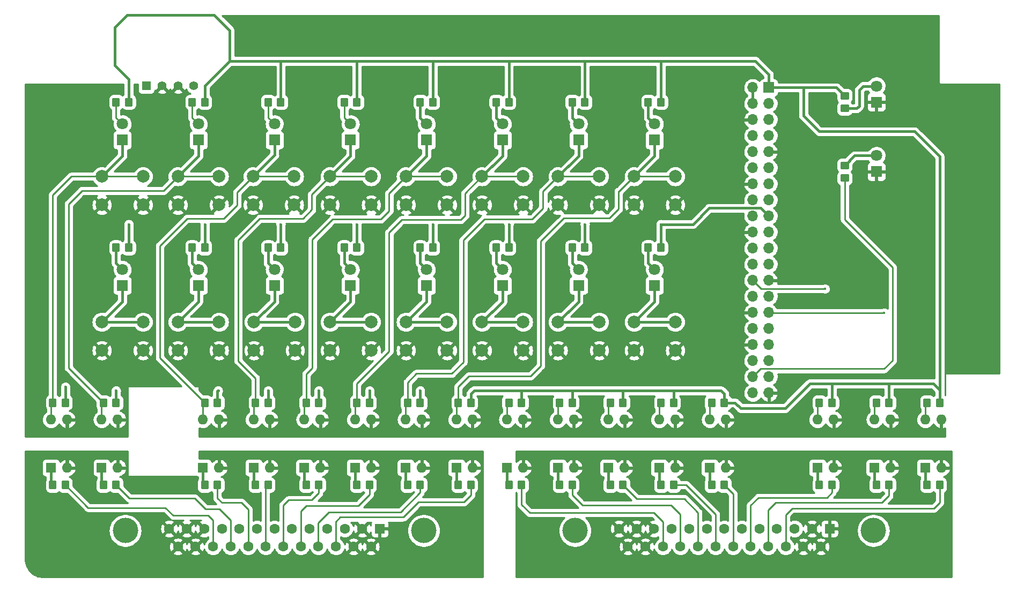
<source format=gbr>
G04 #@! TF.GenerationSoftware,KiCad,Pcbnew,(6.0.7)*
G04 #@! TF.CreationDate,2022-11-25T21:32:16+05:30*
G04 #@! TF.ProjectId,GPI-Tally-Interface-Board,4750492d-5461-46c6-9c79-2d496e746572,rev?*
G04 #@! TF.SameCoordinates,Original*
G04 #@! TF.FileFunction,Copper,L1,Top*
G04 #@! TF.FilePolarity,Positive*
%FSLAX46Y46*%
G04 Gerber Fmt 4.6, Leading zero omitted, Abs format (unit mm)*
G04 Created by KiCad (PCBNEW (6.0.7)) date 2022-11-25 21:32:16*
%MOMM*%
%LPD*%
G01*
G04 APERTURE LIST*
G04 Aperture macros list*
%AMRoundRect*
0 Rectangle with rounded corners*
0 $1 Rounding radius*
0 $2 $3 $4 $5 $6 $7 $8 $9 X,Y pos of 4 corners*
0 Add a 4 corners polygon primitive as box body*
4,1,4,$2,$3,$4,$5,$6,$7,$8,$9,$2,$3,0*
0 Add four circle primitives for the rounded corners*
1,1,$1+$1,$2,$3*
1,1,$1+$1,$4,$5*
1,1,$1+$1,$6,$7*
1,1,$1+$1,$8,$9*
0 Add four rect primitives between the rounded corners*
20,1,$1+$1,$2,$3,$4,$5,0*
20,1,$1+$1,$4,$5,$6,$7,0*
20,1,$1+$1,$6,$7,$8,$9,0*
20,1,$1+$1,$8,$9,$2,$3,0*%
G04 Aperture macros list end*
G04 #@! TA.AperFunction,SMDPad,CuDef*
%ADD10RoundRect,0.250000X-0.350000X-0.450000X0.350000X-0.450000X0.350000X0.450000X-0.350000X0.450000X0*%
G04 #@! TD*
G04 #@! TA.AperFunction,ComponentPad*
%ADD11C,2.000000*%
G04 #@! TD*
G04 #@! TA.AperFunction,ComponentPad*
%ADD12R,1.600000X1.600000*%
G04 #@! TD*
G04 #@! TA.AperFunction,ComponentPad*
%ADD13O,1.600000X1.600000*%
G04 #@! TD*
G04 #@! TA.AperFunction,ComponentPad*
%ADD14C,4.000000*%
G04 #@! TD*
G04 #@! TA.AperFunction,ComponentPad*
%ADD15C,1.600000*%
G04 #@! TD*
G04 #@! TA.AperFunction,SMDPad,CuDef*
%ADD16RoundRect,0.250000X0.350000X0.450000X-0.350000X0.450000X-0.350000X-0.450000X0.350000X-0.450000X0*%
G04 #@! TD*
G04 #@! TA.AperFunction,ComponentPad*
%ADD17R,1.800000X1.800000*%
G04 #@! TD*
G04 #@! TA.AperFunction,ComponentPad*
%ADD18C,1.800000*%
G04 #@! TD*
G04 #@! TA.AperFunction,SMDPad,CuDef*
%ADD19RoundRect,0.250000X-0.450000X0.350000X-0.450000X-0.350000X0.450000X-0.350000X0.450000X0.350000X0*%
G04 #@! TD*
G04 #@! TA.AperFunction,SMDPad,CuDef*
%ADD20RoundRect,0.250000X0.450000X-0.350000X0.450000X0.350000X-0.450000X0.350000X-0.450000X-0.350000X0*%
G04 #@! TD*
G04 #@! TA.AperFunction,ComponentPad*
%ADD21R,1.700000X1.700000*%
G04 #@! TD*
G04 #@! TA.AperFunction,ComponentPad*
%ADD22O,1.700000X1.700000*%
G04 #@! TD*
G04 #@! TA.AperFunction,ComponentPad*
%ADD23R,1.408000X1.408000*%
G04 #@! TD*
G04 #@! TA.AperFunction,ComponentPad*
%ADD24C,1.408000*%
G04 #@! TD*
G04 #@! TA.AperFunction,ViaPad*
%ADD25C,0.450000*%
G04 #@! TD*
G04 #@! TA.AperFunction,Conductor*
%ADD26C,0.400000*%
G04 #@! TD*
G04 #@! TA.AperFunction,Conductor*
%ADD27C,0.280000*%
G04 #@! TD*
G04 #@! TA.AperFunction,Conductor*
%ADD28C,0.254000*%
G04 #@! TD*
G04 APERTURE END LIST*
D10*
X112000000Y-87000000D03*
X114000000Y-87000000D03*
D11*
X133750000Y-98750000D03*
X140250000Y-98750000D03*
X133750000Y-103250000D03*
X140250000Y-103250000D03*
D12*
X203725000Y-121800000D03*
D13*
X206265000Y-121800000D03*
X206265000Y-114180000D03*
X203725000Y-114180000D03*
D12*
X73725000Y-121800000D03*
D13*
X76265000Y-121800000D03*
X76265000Y-114180000D03*
X73725000Y-114180000D03*
D12*
X65725000Y-121800000D03*
D13*
X68265000Y-121800000D03*
X68265000Y-114180000D03*
X65725000Y-114180000D03*
D10*
X76000000Y-64000000D03*
X78000000Y-64000000D03*
D14*
X124555000Y-131719669D03*
X77455000Y-131719669D03*
D12*
X117625000Y-131419669D03*
D15*
X114855000Y-131419669D03*
X112085000Y-131419669D03*
X109315000Y-131419669D03*
X106545000Y-131419669D03*
X103775000Y-131419669D03*
X101005000Y-131419669D03*
X98235000Y-131419669D03*
X95465000Y-131419669D03*
X92695000Y-131419669D03*
X89925000Y-131419669D03*
X87155000Y-131419669D03*
X84385000Y-131419669D03*
X116240000Y-134259669D03*
X113470000Y-134259669D03*
X110700000Y-134259669D03*
X107930000Y-134259669D03*
X105160000Y-134259669D03*
X102390000Y-134259669D03*
X99620000Y-134259669D03*
X96850000Y-134259669D03*
X94080000Y-134259669D03*
X91310000Y-134259669D03*
X88540000Y-134259669D03*
X85770000Y-134259669D03*
D16*
X108000000Y-124500000D03*
X106000000Y-124500000D03*
D12*
X137725000Y-121800000D03*
D13*
X140265000Y-121800000D03*
X140265000Y-114180000D03*
X137725000Y-114180000D03*
D11*
X121750000Y-98750000D03*
X128250000Y-98750000D03*
X128250000Y-103250000D03*
X121750000Y-103250000D03*
D17*
X161000000Y-93000000D03*
D18*
X161000000Y-90460000D03*
D10*
X106000000Y-111500000D03*
X108000000Y-111500000D03*
D11*
X157750000Y-98750000D03*
X164250000Y-98750000D03*
X164250000Y-103250000D03*
X157750000Y-103250000D03*
D17*
X101000000Y-70000000D03*
D18*
X101000000Y-67460000D03*
D10*
X162000000Y-111500000D03*
X164000000Y-111500000D03*
D12*
X89725000Y-121800000D03*
D13*
X92265000Y-121800000D03*
X92265000Y-114180000D03*
X89725000Y-114180000D03*
D17*
X113000000Y-93000000D03*
D18*
X113000000Y-90460000D03*
D11*
X116250000Y-98750000D03*
X109750000Y-98750000D03*
X109750000Y-103250000D03*
X116250000Y-103250000D03*
D17*
X196000000Y-75000000D03*
D18*
X196000000Y-72460000D03*
D10*
X187000000Y-111500000D03*
X189000000Y-111500000D03*
D16*
X164000000Y-124500000D03*
X162000000Y-124500000D03*
X124000000Y-124500000D03*
X122000000Y-124500000D03*
D17*
X113000000Y-70000000D03*
D18*
X113000000Y-67460000D03*
D11*
X145750000Y-98750000D03*
X152250000Y-98750000D03*
X145750000Y-103250000D03*
X152250000Y-103250000D03*
D16*
X189000000Y-124500000D03*
X187000000Y-124500000D03*
D10*
X114000000Y-111500000D03*
X116000000Y-111500000D03*
D16*
X140000000Y-124500000D03*
X138000000Y-124500000D03*
D17*
X125000000Y-93000000D03*
D18*
X125000000Y-90460000D03*
D10*
X88000000Y-87000000D03*
X90000000Y-87000000D03*
D11*
X97610000Y-75750000D03*
X104110000Y-75750000D03*
X104110000Y-80250000D03*
X97610000Y-80250000D03*
D10*
X154000000Y-111500000D03*
X156000000Y-111500000D03*
D12*
X153725000Y-121800000D03*
D13*
X156265000Y-121800000D03*
X156265000Y-114180000D03*
X153725000Y-114180000D03*
D10*
X100000000Y-87000000D03*
X102000000Y-87000000D03*
X74000000Y-111500000D03*
X76000000Y-111500000D03*
D12*
X121725000Y-121800000D03*
D13*
X124265000Y-121800000D03*
X124265000Y-114180000D03*
X121725000Y-114180000D03*
D10*
X90000000Y-111500000D03*
X92000000Y-111500000D03*
X112000000Y-64000000D03*
X114000000Y-64000000D03*
D11*
X92250000Y-98750000D03*
X85750000Y-98750000D03*
X92250000Y-103250000D03*
X85750000Y-103250000D03*
D17*
X89000000Y-93000000D03*
D18*
X89000000Y-90460000D03*
D16*
X68000000Y-124500000D03*
X66000000Y-124500000D03*
D19*
X191000000Y-74000000D03*
X191000000Y-76000000D03*
D17*
X137000000Y-93000000D03*
D18*
X137000000Y-90460000D03*
D10*
X204000000Y-111500000D03*
X206000000Y-111500000D03*
X160000000Y-87000000D03*
X162000000Y-87000000D03*
D12*
X105725000Y-121800000D03*
D13*
X108265000Y-121800000D03*
X108265000Y-114180000D03*
X105725000Y-114180000D03*
D16*
X116000000Y-124500000D03*
X114000000Y-124500000D03*
D11*
X109750000Y-75750000D03*
X116250000Y-75750000D03*
X116250000Y-80250000D03*
X109750000Y-80250000D03*
D17*
X196000000Y-64000000D03*
D18*
X196000000Y-61460000D03*
D12*
X186725000Y-121800000D03*
D13*
X189265000Y-121800000D03*
X189265000Y-114180000D03*
X186725000Y-114180000D03*
D17*
X77000000Y-70000000D03*
D18*
X77000000Y-67460000D03*
D11*
X140250000Y-75750000D03*
X133750000Y-75750000D03*
X133750000Y-80250000D03*
X140250000Y-80250000D03*
D10*
X146000000Y-111500000D03*
X148000000Y-111500000D03*
X100000000Y-64000000D03*
X102000000Y-64000000D03*
D11*
X157750000Y-75750000D03*
X164250000Y-75750000D03*
X157750000Y-80250000D03*
X164250000Y-80250000D03*
X85750000Y-75750000D03*
X92250000Y-75750000D03*
X92250000Y-80250000D03*
X85750000Y-80250000D03*
D10*
X148000000Y-64000000D03*
X150000000Y-64000000D03*
X196000000Y-111500000D03*
X198000000Y-111500000D03*
D20*
X191000000Y-65000000D03*
X191000000Y-63000000D03*
D10*
X124000000Y-87000000D03*
X126000000Y-87000000D03*
X136000000Y-87000000D03*
X138000000Y-87000000D03*
X170000000Y-111500000D03*
X172000000Y-111500000D03*
D12*
X169725000Y-121800000D03*
D13*
X172265000Y-121800000D03*
X172265000Y-114180000D03*
X169725000Y-114180000D03*
D10*
X124000000Y-64000000D03*
X126000000Y-64000000D03*
D16*
X206000000Y-124500000D03*
X204000000Y-124500000D03*
D10*
X122000000Y-111500000D03*
X124000000Y-111500000D03*
D17*
X137000000Y-70000000D03*
D18*
X137000000Y-67460000D03*
D10*
X88000000Y-64000000D03*
X90000000Y-64000000D03*
D11*
X152250000Y-75750000D03*
X145750000Y-75750000D03*
X152250000Y-80250000D03*
X145750000Y-80250000D03*
X73750000Y-75750000D03*
X80250000Y-75750000D03*
X73750000Y-80250000D03*
X80250000Y-80250000D03*
D10*
X66000000Y-111500000D03*
X68000000Y-111500000D03*
D16*
X132000000Y-124500000D03*
X130000000Y-124500000D03*
D10*
X98000000Y-111500000D03*
X100000000Y-111500000D03*
D16*
X92000000Y-124500000D03*
X90000000Y-124500000D03*
D12*
X161725000Y-121800000D03*
D13*
X164265000Y-121800000D03*
X164265000Y-114180000D03*
X161725000Y-114180000D03*
D10*
X160000000Y-64000000D03*
X162000000Y-64000000D03*
D16*
X172000000Y-124500000D03*
X170000000Y-124500000D03*
D17*
X77000000Y-93000000D03*
D18*
X77000000Y-90460000D03*
D16*
X76000000Y-124500000D03*
X74000000Y-124500000D03*
X198000000Y-124500000D03*
X196000000Y-124500000D03*
D10*
X138000000Y-111500000D03*
X140000000Y-111500000D03*
D16*
X148000000Y-124500000D03*
X146000000Y-124500000D03*
D17*
X89000000Y-70000000D03*
D18*
X89000000Y-67460000D03*
D11*
X104250000Y-98750000D03*
X97750000Y-98750000D03*
X104250000Y-103250000D03*
X97750000Y-103250000D03*
D16*
X156000000Y-124500000D03*
X154000000Y-124500000D03*
D11*
X80250000Y-98750000D03*
X73750000Y-98750000D03*
X73750000Y-103250000D03*
X80250000Y-103250000D03*
D10*
X148000000Y-87000000D03*
X150000000Y-87000000D03*
D12*
X113725000Y-121800000D03*
D13*
X116265000Y-121800000D03*
X116265000Y-114180000D03*
X113725000Y-114180000D03*
D12*
X129725000Y-121800000D03*
D13*
X132265000Y-121800000D03*
X132265000Y-114180000D03*
X129725000Y-114180000D03*
D17*
X161000000Y-70000000D03*
D18*
X161000000Y-67460000D03*
D17*
X149000000Y-93000000D03*
D18*
X149000000Y-90460000D03*
D16*
X100000000Y-124500000D03*
X98000000Y-124500000D03*
D17*
X101000000Y-93000000D03*
D18*
X101000000Y-90460000D03*
D12*
X195725000Y-121800000D03*
D13*
X198265000Y-121800000D03*
X198265000Y-114180000D03*
X195725000Y-114180000D03*
D10*
X136000000Y-64000000D03*
X138000000Y-64000000D03*
D11*
X128250000Y-75750000D03*
X121750000Y-75750000D03*
X121750000Y-80250000D03*
X128250000Y-80250000D03*
D12*
X97725000Y-121800000D03*
D13*
X100265000Y-121800000D03*
X100265000Y-114180000D03*
X97725000Y-114180000D03*
D12*
X145725000Y-121800000D03*
D13*
X148265000Y-121800000D03*
X148265000Y-114180000D03*
X145725000Y-114180000D03*
D17*
X125000000Y-70000000D03*
D18*
X125000000Y-67460000D03*
D10*
X76000000Y-87000000D03*
X78000000Y-87000000D03*
D17*
X149000000Y-70000000D03*
D18*
X149000000Y-67460000D03*
D10*
X130000000Y-111500000D03*
X132000000Y-111500000D03*
D14*
X148455000Y-131719669D03*
X195555000Y-131719669D03*
D12*
X188625000Y-131419669D03*
D15*
X185855000Y-131419669D03*
X183085000Y-131419669D03*
X180315000Y-131419669D03*
X177545000Y-131419669D03*
X174775000Y-131419669D03*
X172005000Y-131419669D03*
X169235000Y-131419669D03*
X166465000Y-131419669D03*
X163695000Y-131419669D03*
X160925000Y-131419669D03*
X158155000Y-131419669D03*
X155385000Y-131419669D03*
X187240000Y-134259669D03*
X184470000Y-134259669D03*
X181700000Y-134259669D03*
X178930000Y-134259669D03*
X176160000Y-134259669D03*
X173390000Y-134259669D03*
X170620000Y-134259669D03*
X167850000Y-134259669D03*
X165080000Y-134259669D03*
X162310000Y-134259669D03*
X159540000Y-134259669D03*
X156770000Y-134259669D03*
D21*
X179025000Y-61700000D03*
D22*
X176485000Y-61700000D03*
X179025000Y-64240000D03*
X176485000Y-64240000D03*
X179025000Y-66780000D03*
X176485000Y-66780000D03*
X179025000Y-69320000D03*
X176485000Y-69320000D03*
X179025000Y-71860000D03*
X176485000Y-71860000D03*
X179025000Y-74400000D03*
X176485000Y-74400000D03*
X179025000Y-76940000D03*
X176485000Y-76940000D03*
X179025000Y-79480000D03*
X176485000Y-79480000D03*
X179025000Y-82020000D03*
X176485000Y-82020000D03*
X179025000Y-84560000D03*
X176485000Y-84560000D03*
X179025000Y-87100000D03*
X176485000Y-87100000D03*
X179025000Y-89640000D03*
X176485000Y-89640000D03*
X179025000Y-92180000D03*
X176485000Y-92180000D03*
X179025000Y-94720000D03*
X176485000Y-94720000D03*
X179025000Y-97260000D03*
X176485000Y-97260000D03*
X179025000Y-99800000D03*
X176485000Y-99800000D03*
X179025000Y-102340000D03*
X176485000Y-102340000D03*
X179025000Y-104880000D03*
X176485000Y-104880000D03*
X179025000Y-107420000D03*
X176485000Y-107420000D03*
X179025000Y-109960000D03*
X176485000Y-109960000D03*
D23*
X80775000Y-61450000D03*
D24*
X83275000Y-61450000D03*
X85775000Y-61450000D03*
X88275000Y-61450000D03*
D25*
X92100000Y-109600000D03*
X100000000Y-109600000D03*
X102000000Y-83300000D03*
X76000000Y-109600000D03*
X150000000Y-83300000D03*
X78000000Y-83300000D03*
X108000000Y-109600000D03*
X138000000Y-83300000D03*
X75800000Y-55000000D03*
X114000000Y-83300000D03*
X133300000Y-109600000D03*
X116000000Y-109600000D03*
X124000000Y-109600000D03*
X90000000Y-83300000D03*
X68000000Y-109000000D03*
X162000000Y-83300000D03*
X126000000Y-83300000D03*
X187900000Y-93500000D03*
X197250000Y-97300000D03*
D26*
X77750000Y-50250000D02*
X91500000Y-50250000D01*
X75800000Y-52200000D02*
X77750000Y-50250000D01*
X91500000Y-50250000D02*
X93900000Y-52650000D01*
X93900000Y-52650000D02*
X93900000Y-57500000D01*
X75800000Y-55000000D02*
X75800000Y-52200000D01*
X65725000Y-124225000D02*
X66000000Y-124500000D01*
X65725000Y-121800000D02*
X65725000Y-124225000D01*
X73725000Y-121800000D02*
X73725000Y-124225000D01*
X73725000Y-124225000D02*
X74000000Y-124500000D01*
X89725000Y-121800000D02*
X89725000Y-124225000D01*
X89725000Y-124225000D02*
X90000000Y-124500000D01*
X97725000Y-121800000D02*
X97725000Y-124225000D01*
X97725000Y-124225000D02*
X98000000Y-124500000D01*
X105725000Y-124225000D02*
X106000000Y-124500000D01*
X105725000Y-121800000D02*
X105725000Y-124225000D01*
X113725000Y-121800000D02*
X113725000Y-124225000D01*
X113725000Y-124225000D02*
X114000000Y-124500000D01*
X121725000Y-121800000D02*
X121725000Y-124225000D01*
X121725000Y-124225000D02*
X122000000Y-124500000D01*
X129725000Y-121800000D02*
X129725000Y-124225000D01*
X129725000Y-124225000D02*
X130000000Y-124500000D01*
X137725000Y-121800000D02*
X137725000Y-124225000D01*
X137725000Y-124225000D02*
X138000000Y-124500000D01*
X145725000Y-121800000D02*
X145725000Y-124225000D01*
X145725000Y-124225000D02*
X146000000Y-124500000D01*
X153725000Y-121800000D02*
X153725000Y-124225000D01*
X153725000Y-124225000D02*
X154000000Y-124500000D01*
X161725000Y-124225000D02*
X162000000Y-124500000D01*
X161725000Y-121800000D02*
X161725000Y-124225000D01*
X169725000Y-124225000D02*
X170000000Y-124500000D01*
X169725000Y-121800000D02*
X169725000Y-124225000D01*
X186725000Y-124225000D02*
X187000000Y-124500000D01*
X186725000Y-121800000D02*
X186725000Y-124225000D01*
X195725000Y-121800000D02*
X195725000Y-124225000D01*
X195725000Y-124225000D02*
X196000000Y-124500000D01*
X203725000Y-124225000D02*
X204000000Y-124500000D01*
X203725000Y-121800000D02*
X203725000Y-124225000D01*
X191000000Y-63000000D02*
X189700000Y-61700000D01*
X114100000Y-57500000D02*
X126000000Y-57500000D01*
X68000000Y-111500000D02*
X68000000Y-109000000D01*
X189000000Y-108600000D02*
X189100000Y-108500000D01*
X167050000Y-83300000D02*
X169600000Y-80750000D01*
X184500000Y-66150000D02*
X184500000Y-61700000D01*
X148000000Y-111500000D02*
X148000000Y-109700000D01*
X177755000Y-80750000D02*
X179025000Y-82020000D01*
X138000000Y-57500000D02*
X150100000Y-57500000D01*
X92000000Y-109700000D02*
X92100000Y-109600000D01*
X179025000Y-59625000D02*
X179025000Y-61700000D01*
X169600000Y-80750000D02*
X177755000Y-80750000D01*
X206000000Y-110500000D02*
X206000000Y-72600000D01*
X76000000Y-111500000D02*
X76000000Y-109600000D01*
X102100000Y-57500000D02*
X114100000Y-57500000D01*
X172000000Y-110100000D02*
X172000000Y-111500000D01*
X189000000Y-111500000D02*
X189000000Y-108600000D01*
X189100000Y-108500000D02*
X197900000Y-108500000D01*
X164000000Y-111500000D02*
X164000000Y-109700000D01*
X206000000Y-109500000D02*
X206000000Y-110500000D01*
X162000000Y-64000000D02*
X162000000Y-57600000D01*
X138000000Y-87000000D02*
X138000000Y-83300000D01*
X161900000Y-57500000D02*
X176900000Y-57500000D01*
X164100000Y-109600000D02*
X171500000Y-109600000D01*
X185500000Y-108500000D02*
X189100000Y-108500000D01*
X162000000Y-57600000D02*
X161900000Y-57500000D01*
X126000000Y-87000000D02*
X126000000Y-83300000D01*
X114000000Y-87000000D02*
X114000000Y-83300000D01*
X198000000Y-111500000D02*
X198000000Y-108600000D01*
X206000000Y-72600000D02*
X202050000Y-68650000D01*
X148100000Y-109600000D02*
X155900000Y-109600000D01*
X102000000Y-57600000D02*
X102100000Y-57500000D01*
X140000000Y-109700000D02*
X139900000Y-109600000D01*
X93900000Y-57500000D02*
X102100000Y-57500000D01*
X202050000Y-68650000D02*
X187000000Y-68650000D01*
X176900000Y-57500000D02*
X179025000Y-59625000D01*
X162000000Y-87000000D02*
X162000000Y-83300000D01*
X206000000Y-110500000D02*
X206000000Y-111500000D01*
X150000000Y-64000000D02*
X150000000Y-57600000D01*
X133300000Y-109600000D02*
X139900000Y-109600000D01*
X132000000Y-111500000D02*
X132000000Y-110100000D01*
X150000000Y-57600000D02*
X150100000Y-57500000D01*
X114000000Y-64000000D02*
X114000000Y-57600000D01*
X132000000Y-110100000D02*
X132500000Y-109600000D01*
X126000000Y-64000000D02*
X126000000Y-57500000D01*
X132500000Y-109600000D02*
X133300000Y-109600000D01*
X124000000Y-111500000D02*
X124000000Y-109600000D01*
X126000000Y-57500000D02*
X138000000Y-57500000D01*
X197900000Y-108500000D02*
X205000000Y-108500000D01*
X90000000Y-87000000D02*
X90000000Y-83300000D01*
X102000000Y-87000000D02*
X102000000Y-83300000D01*
X171500000Y-109600000D02*
X172000000Y-110100000D01*
X148000000Y-109700000D02*
X148100000Y-109600000D01*
X189700000Y-61700000D02*
X184500000Y-61700000D01*
X187000000Y-68650000D02*
X184500000Y-66150000D01*
X150100000Y-57500000D02*
X161900000Y-57500000D01*
X156000000Y-109700000D02*
X155900000Y-109600000D01*
X162000000Y-83300000D02*
X167050000Y-83300000D01*
X100000000Y-111500000D02*
X100000000Y-109600000D01*
X102000000Y-64000000D02*
X102000000Y-57600000D01*
X78000000Y-60400000D02*
X75800000Y-58200000D01*
X140000000Y-111500000D02*
X140000000Y-109700000D01*
X155900000Y-109600000D02*
X164100000Y-109600000D01*
X173700000Y-111500000D02*
X174600000Y-112400000D01*
X184500000Y-61700000D02*
X179025000Y-61700000D01*
X90000000Y-61400000D02*
X93900000Y-57500000D01*
X172000000Y-111500000D02*
X173700000Y-111500000D01*
X92000000Y-111500000D02*
X92000000Y-109700000D01*
X138000000Y-64000000D02*
X138000000Y-57500000D01*
X181600000Y-112400000D02*
X185500000Y-108500000D01*
X75800000Y-58200000D02*
X75800000Y-55000000D01*
X139900000Y-109600000D02*
X148100000Y-109600000D01*
X156000000Y-111500000D02*
X156000000Y-109700000D01*
X114000000Y-57600000D02*
X114100000Y-57500000D01*
X90000000Y-64000000D02*
X90000000Y-61400000D01*
X78000000Y-64000000D02*
X78000000Y-60400000D01*
X150000000Y-87000000D02*
X150000000Y-83300000D01*
X174600000Y-112400000D02*
X181600000Y-112400000D01*
X78000000Y-87000000D02*
X78000000Y-83300000D01*
X164000000Y-109700000D02*
X164100000Y-109600000D01*
X205000000Y-108500000D02*
X206000000Y-109500000D01*
X198000000Y-108600000D02*
X197900000Y-108500000D01*
X108000000Y-111500000D02*
X108000000Y-109600000D01*
X116000000Y-111500000D02*
X116000000Y-109600000D01*
X176485000Y-61700000D02*
X176485000Y-64240000D01*
X77000000Y-70000000D02*
X77000000Y-72500000D01*
D27*
X65725000Y-111775000D02*
X66000000Y-111500000D01*
X65725000Y-114180000D02*
X65725000Y-111775000D01*
X66000000Y-111500000D02*
X66000000Y-78700000D01*
D26*
X77000000Y-72500000D02*
X73750000Y-75750000D01*
D27*
X68950000Y-75750000D02*
X73750000Y-75750000D01*
X66000000Y-78700000D02*
X68950000Y-75750000D01*
X73750000Y-75750000D02*
X80250000Y-75750000D01*
D26*
X89000000Y-70000000D02*
X89000000Y-72500000D01*
D27*
X83500000Y-78000000D02*
X85750000Y-75750000D01*
X73725000Y-114180000D02*
X73725000Y-111775000D01*
D26*
X89000000Y-72500000D02*
X85750000Y-75750000D01*
D27*
X74000000Y-111500000D02*
X68500000Y-106000000D01*
X68500000Y-106000000D02*
X68500000Y-80100000D01*
X70600000Y-78000000D02*
X83500000Y-78000000D01*
X85750000Y-75750000D02*
X92250000Y-75750000D01*
X73725000Y-111775000D02*
X74000000Y-111500000D01*
X68500000Y-80100000D02*
X70600000Y-78000000D01*
X89725000Y-114180000D02*
X89725000Y-111775000D01*
X82900000Y-104400000D02*
X82900000Y-86700000D01*
X87200000Y-82400000D02*
X93000000Y-82400000D01*
D26*
X101000000Y-72360000D02*
X97610000Y-75750000D01*
D27*
X90000000Y-111500000D02*
X82900000Y-104400000D01*
X97610000Y-75750000D02*
X104110000Y-75750000D01*
X89725000Y-111775000D02*
X90000000Y-111500000D01*
X82900000Y-86700000D02*
X87200000Y-82400000D01*
X93000000Y-82400000D02*
X95100000Y-80300000D01*
D26*
X101000000Y-70000000D02*
X101000000Y-72360000D01*
D27*
X95100000Y-78260000D02*
X97610000Y-75750000D01*
X95100000Y-80300000D02*
X95100000Y-78260000D01*
X105500000Y-82400000D02*
X106900000Y-81000000D01*
X98000000Y-107600000D02*
X95300000Y-104900000D01*
D26*
X113000000Y-72500000D02*
X109750000Y-75750000D01*
D27*
X97725000Y-111775000D02*
X98000000Y-111500000D01*
X98000000Y-111500000D02*
X98000000Y-107600000D01*
X98700000Y-82400000D02*
X105500000Y-82400000D01*
D26*
X113000000Y-70000000D02*
X113000000Y-72500000D01*
D27*
X106900000Y-78600000D02*
X109750000Y-75750000D01*
X95300000Y-85800000D02*
X98700000Y-82400000D01*
X97725000Y-114180000D02*
X97725000Y-111775000D01*
X95300000Y-104900000D02*
X95300000Y-85800000D01*
X109750000Y-75750000D02*
X116250000Y-75750000D01*
X106900000Y-81000000D02*
X106900000Y-78600000D01*
X107000000Y-106000000D02*
X106000000Y-107000000D01*
D26*
X125000000Y-70000000D02*
X125000000Y-72500000D01*
D27*
X119100000Y-81200000D02*
X117800000Y-82500000D01*
X121750000Y-75750000D02*
X128250000Y-75750000D01*
X121750000Y-75750000D02*
X119100000Y-78400000D01*
X110200000Y-82500000D02*
X107000000Y-85700000D01*
D26*
X125000000Y-72500000D02*
X121750000Y-75750000D01*
D27*
X105725000Y-114180000D02*
X105725000Y-111775000D01*
X107000000Y-85700000D02*
X107000000Y-106000000D01*
X105725000Y-111775000D02*
X106000000Y-111500000D01*
X117800000Y-82500000D02*
X110200000Y-82500000D01*
X106000000Y-107000000D02*
X106000000Y-111500000D01*
X119100000Y-78400000D02*
X119100000Y-81200000D01*
X114000000Y-111500000D02*
X114000000Y-108500000D01*
X131100000Y-81900000D02*
X131100000Y-78400000D01*
D26*
X137000000Y-70000000D02*
X137000000Y-72500000D01*
D27*
X130400000Y-82600000D02*
X131100000Y-81900000D01*
X114000000Y-108500000D02*
X119100000Y-103400000D01*
D26*
X137000000Y-72500000D02*
X133750000Y-75750000D01*
D27*
X119100000Y-103400000D02*
X119100000Y-84600000D01*
X119100000Y-84600000D02*
X121100000Y-82600000D01*
X113725000Y-111775000D02*
X114000000Y-111500000D01*
X133750000Y-75750000D02*
X140250000Y-75750000D01*
X113725000Y-114180000D02*
X113725000Y-111775000D01*
X121100000Y-82600000D02*
X130400000Y-82600000D01*
X131100000Y-78400000D02*
X133750000Y-75750000D01*
X129000000Y-106900000D02*
X130800000Y-105100000D01*
X122000000Y-108300000D02*
X123400000Y-106900000D01*
X145750000Y-75750000D02*
X152250000Y-75750000D01*
X143400000Y-78100000D02*
X145750000Y-75750000D01*
X130800000Y-105100000D02*
X130800000Y-85800000D01*
X134100000Y-82500000D02*
X141700000Y-82500000D01*
X141700000Y-82500000D02*
X143400000Y-80800000D01*
X123400000Y-106900000D02*
X129000000Y-106900000D01*
D26*
X149000000Y-70000000D02*
X149000000Y-72500000D01*
D27*
X122000000Y-111500000D02*
X122000000Y-108300000D01*
X121725000Y-114180000D02*
X121725000Y-111775000D01*
X143400000Y-80800000D02*
X143400000Y-78100000D01*
X130800000Y-85800000D02*
X134100000Y-82500000D01*
X121725000Y-111775000D02*
X122000000Y-111500000D01*
D26*
X149000000Y-72500000D02*
X145750000Y-75750000D01*
D27*
X130000000Y-111500000D02*
X130000000Y-109000000D01*
X131700000Y-107300000D02*
X141400000Y-107300000D01*
X157750000Y-75750000D02*
X164250000Y-75750000D01*
X141400000Y-107300000D02*
X143000000Y-105700000D01*
D26*
X161000000Y-70000000D02*
X161000000Y-72500000D01*
D27*
X155400000Y-78100000D02*
X157750000Y-75750000D01*
D26*
X161000000Y-72500000D02*
X157750000Y-75750000D01*
D27*
X130000000Y-109000000D02*
X131700000Y-107300000D01*
X155300000Y-80903948D02*
X155300000Y-78100000D01*
X129725000Y-111775000D02*
X130000000Y-111500000D01*
X146700000Y-82300000D02*
X153903948Y-82300000D01*
X155300000Y-78100000D02*
X155400000Y-78100000D01*
X153903948Y-82300000D02*
X155300000Y-80903948D01*
X143000000Y-86000000D02*
X146700000Y-82300000D01*
X129725000Y-114180000D02*
X129725000Y-111775000D01*
X143000000Y-105700000D02*
X143000000Y-86000000D01*
X137725000Y-111775000D02*
X138000000Y-111500000D01*
D26*
X77000000Y-93000000D02*
X77000000Y-95500000D01*
X73750000Y-98750000D02*
X80250000Y-98750000D01*
D27*
X137725000Y-114180000D02*
X137725000Y-111775000D01*
D26*
X77000000Y-95500000D02*
X73750000Y-98750000D01*
X85750000Y-98750000D02*
X92250000Y-98750000D01*
D27*
X145725000Y-114180000D02*
X145725000Y-111775000D01*
D26*
X89000000Y-95500000D02*
X85750000Y-98750000D01*
D27*
X145725000Y-111775000D02*
X146000000Y-111500000D01*
D26*
X89000000Y-93000000D02*
X89000000Y-95500000D01*
X97750000Y-98750000D02*
X104250000Y-98750000D01*
D27*
X153725000Y-114180000D02*
X153725000Y-111775000D01*
X153725000Y-111775000D02*
X154000000Y-111500000D01*
D26*
X101000000Y-95500000D02*
X97750000Y-98750000D01*
X101000000Y-93000000D02*
X101000000Y-95500000D01*
D27*
X161725000Y-111775000D02*
X162000000Y-111500000D01*
D26*
X113000000Y-95500000D02*
X109750000Y-98750000D01*
X109750000Y-98750000D02*
X116250000Y-98750000D01*
D27*
X161725000Y-114180000D02*
X161725000Y-111775000D01*
D26*
X113000000Y-93000000D02*
X113000000Y-95500000D01*
X125000000Y-93000000D02*
X125000000Y-95500000D01*
X125000000Y-95500000D02*
X121750000Y-98750000D01*
D27*
X169725000Y-111775000D02*
X170000000Y-111500000D01*
X169725000Y-114180000D02*
X169725000Y-111775000D01*
D26*
X121750000Y-98750000D02*
X128250000Y-98750000D01*
X137000000Y-93000000D02*
X137000000Y-95500000D01*
X133750000Y-98750000D02*
X140250000Y-98750000D01*
X137000000Y-95500000D02*
X133750000Y-98750000D01*
D27*
X186725000Y-111775000D02*
X187000000Y-111500000D01*
X186725000Y-114180000D02*
X186725000Y-111775000D01*
D26*
X149000000Y-95500000D02*
X145750000Y-98750000D01*
D27*
X195725000Y-114180000D02*
X195725000Y-111775000D01*
D26*
X149000000Y-93000000D02*
X149000000Y-95500000D01*
D27*
X177805000Y-93500000D02*
X176485000Y-92180000D01*
X195725000Y-111775000D02*
X196000000Y-111500000D01*
X187900000Y-93500000D02*
X177805000Y-93500000D01*
D26*
X145750000Y-98750000D02*
X152250000Y-98750000D01*
D27*
X203725000Y-114180000D02*
X203725000Y-111775000D01*
X179065000Y-97300000D02*
X179025000Y-97260000D01*
D26*
X157750000Y-98750000D02*
X164250000Y-98750000D01*
D27*
X203725000Y-111775000D02*
X204000000Y-111500000D01*
D26*
X161000000Y-93000000D02*
X161000000Y-95500000D01*
X161000000Y-95500000D02*
X157750000Y-98750000D01*
D27*
X197250000Y-97300000D02*
X179065000Y-97300000D01*
X176485000Y-107420000D02*
X177755000Y-106150000D01*
X198550000Y-90100000D02*
X191000000Y-82550000D01*
X198550000Y-104850000D02*
X198550000Y-90100000D01*
X197250000Y-106150000D02*
X198550000Y-104850000D01*
X177755000Y-106150000D02*
X197250000Y-106150000D01*
X191000000Y-82550000D02*
X191000000Y-76000000D01*
X130900000Y-127200000D02*
X132000000Y-126100000D01*
X110700000Y-130300000D02*
X111400000Y-129600000D01*
X111400000Y-129600000D02*
X121328940Y-129600000D01*
X123728940Y-127200000D02*
X130900000Y-127200000D01*
X132000000Y-126100000D02*
X132000000Y-124500000D01*
X110700000Y-134259669D02*
X110700000Y-130300000D01*
X121328940Y-129600000D02*
X123728940Y-127200000D01*
X109600000Y-128800000D02*
X107930000Y-130470000D01*
X124000000Y-124500000D02*
X124000000Y-125700000D01*
X120900000Y-128800000D02*
X109600000Y-128800000D01*
X107930000Y-130470000D02*
X107930000Y-134259669D01*
X124000000Y-125700000D02*
X120900000Y-128800000D01*
X106000000Y-127800000D02*
X105160000Y-128640000D01*
X116000000Y-126000000D02*
X114200000Y-127800000D01*
X114200000Y-127800000D02*
X106000000Y-127800000D01*
X116000000Y-124500000D02*
X116000000Y-126000000D01*
X105160000Y-128640000D02*
X105160000Y-134259669D01*
X102390000Y-127710000D02*
X102390000Y-134259669D01*
X106900000Y-126900000D02*
X103200000Y-126900000D01*
X108000000Y-125800000D02*
X106900000Y-126900000D01*
X103200000Y-126900000D02*
X102390000Y-127710000D01*
X108000000Y-124500000D02*
X108000000Y-125800000D01*
X99620000Y-124880000D02*
X99620000Y-134259669D01*
X100000000Y-124500000D02*
X99620000Y-124880000D01*
X96850000Y-134259669D02*
X96850000Y-128350000D01*
X92700000Y-127300000D02*
X92000000Y-126600000D01*
X96850000Y-128350000D02*
X95800000Y-127300000D01*
X92000000Y-126600000D02*
X92000000Y-124500000D01*
X95800000Y-127300000D02*
X92700000Y-127300000D01*
X90100000Y-128300000D02*
X88400000Y-126600000D01*
X92300000Y-128300000D02*
X90100000Y-128300000D01*
X78100000Y-126600000D02*
X76000000Y-124500000D01*
X94080000Y-130080000D02*
X92300000Y-128300000D01*
X88400000Y-126600000D02*
X78100000Y-126600000D01*
X94080000Y-134259669D02*
X94080000Y-130080000D01*
X71600000Y-128100000D02*
X68000000Y-124500000D01*
X91310000Y-134259669D02*
X91310000Y-130110000D01*
X91310000Y-130110000D02*
X90500000Y-129300000D01*
X90500000Y-129300000D02*
X85000000Y-129300000D01*
X85000000Y-129300000D02*
X83800000Y-128100000D01*
X83800000Y-128100000D02*
X71600000Y-128100000D01*
X182700000Y-128200000D02*
X205100000Y-128200000D01*
X206000000Y-127300000D02*
X206000000Y-124500000D01*
X205100000Y-128200000D02*
X206000000Y-127300000D01*
X181700000Y-134259669D02*
X181700000Y-129200000D01*
X181700000Y-129200000D02*
X182700000Y-128200000D01*
X198000000Y-124500000D02*
X198000000Y-126200000D01*
X180100000Y-127300000D02*
X178930000Y-128470000D01*
X196900000Y-127300000D02*
X180100000Y-127300000D01*
X198000000Y-126200000D02*
X196900000Y-127300000D01*
X178930000Y-128470000D02*
X178930000Y-134259669D01*
X188200000Y-126500000D02*
X177400000Y-126500000D01*
X189000000Y-125700000D02*
X188200000Y-126500000D01*
X176160000Y-127740000D02*
X176160000Y-134259669D01*
X177400000Y-126500000D02*
X176160000Y-127740000D01*
X189000000Y-124500000D02*
X189000000Y-125700000D01*
X172000000Y-124500000D02*
X173390000Y-125890000D01*
X173390000Y-125890000D02*
X173390000Y-134259669D01*
X170620000Y-134259669D02*
X170620000Y-129120000D01*
X166000000Y-124500000D02*
X164000000Y-124500000D01*
X170620000Y-129120000D02*
X166000000Y-124500000D01*
X167850000Y-134259669D02*
X167850000Y-128850000D01*
X165700000Y-126700000D02*
X158200000Y-126700000D01*
X167850000Y-128850000D02*
X165700000Y-126700000D01*
X158200000Y-126700000D02*
X156000000Y-124500000D01*
X165080000Y-134259669D02*
X165080000Y-129180000D01*
X163600000Y-127700000D02*
X149600000Y-127700000D01*
X149600000Y-127700000D02*
X148000000Y-126100000D01*
X165080000Y-129180000D02*
X163600000Y-127700000D01*
X148000000Y-126100000D02*
X148000000Y-124500000D01*
X141300000Y-128900000D02*
X140000000Y-127600000D01*
X162310000Y-130310000D02*
X160900000Y-128900000D01*
X162310000Y-134259669D02*
X162310000Y-130310000D01*
X160900000Y-128900000D02*
X141300000Y-128900000D01*
X140000000Y-127600000D02*
X140000000Y-124500000D01*
X77000000Y-67460000D02*
X76000000Y-66460000D01*
X76000000Y-66460000D02*
X76000000Y-64000000D01*
X88000000Y-64000000D02*
X88000000Y-66460000D01*
X88000000Y-66460000D02*
X89000000Y-67460000D01*
X100000000Y-64000000D02*
X100000000Y-66460000D01*
X100000000Y-66460000D02*
X101000000Y-67460000D01*
X112000000Y-66460000D02*
X113000000Y-67460000D01*
X112000000Y-64000000D02*
X112000000Y-66460000D01*
D26*
X124000000Y-66460000D02*
X125000000Y-67460000D01*
X124000000Y-64000000D02*
X124000000Y-66460000D01*
X136000000Y-64000000D02*
X136000000Y-66460000D01*
X136000000Y-66460000D02*
X137000000Y-67460000D01*
X148000000Y-66460000D02*
X149000000Y-67460000D01*
X148000000Y-64000000D02*
X148000000Y-66460000D01*
X160000000Y-64000000D02*
X160000000Y-66460000D01*
X160000000Y-66460000D02*
X161000000Y-67460000D01*
X76000000Y-89460000D02*
X77000000Y-90460000D01*
X76000000Y-87000000D02*
X76000000Y-89460000D01*
X88000000Y-89460000D02*
X89000000Y-90460000D01*
X88000000Y-87000000D02*
X88000000Y-89460000D01*
X100000000Y-87000000D02*
X100000000Y-89460000D01*
X100000000Y-89460000D02*
X101000000Y-90460000D01*
X112000000Y-87000000D02*
X112000000Y-89460000D01*
X112000000Y-89460000D02*
X113000000Y-90460000D01*
X124000000Y-87000000D02*
X124000000Y-89460000D01*
X124000000Y-89460000D02*
X125000000Y-90460000D01*
X136000000Y-89460000D02*
X137000000Y-90460000D01*
X136000000Y-87000000D02*
X136000000Y-89460000D01*
X148000000Y-87000000D02*
X148000000Y-89460000D01*
X148000000Y-89460000D02*
X149000000Y-90460000D01*
X160000000Y-89460000D02*
X161000000Y-90460000D01*
X160000000Y-87000000D02*
X160000000Y-89460000D01*
X191000000Y-74000000D02*
X192540000Y-72460000D01*
X192540000Y-72460000D02*
X196000000Y-72460000D01*
X193300000Y-62100000D02*
X193940000Y-61460000D01*
X191000000Y-65000000D02*
X192900000Y-65000000D01*
X193300000Y-64600000D02*
X193300000Y-62100000D01*
X193940000Y-61460000D02*
X196000000Y-61460000D01*
X192900000Y-65000000D02*
X193300000Y-64600000D01*
D28*
X101165500Y-62809631D02*
X101109349Y-62844378D01*
X101086479Y-62862504D01*
X101000043Y-62949091D01*
X100912321Y-62861522D01*
X100889419Y-62843435D01*
X100738854Y-62750625D01*
X100712405Y-62738292D01*
X100544528Y-62682610D01*
X100517704Y-62676859D01*
X100413243Y-62666156D01*
X100400400Y-62665500D01*
X99599600Y-62665500D01*
X99586596Y-62666173D01*
X99480830Y-62677147D01*
X99453958Y-62682950D01*
X99286178Y-62738926D01*
X99259751Y-62751306D01*
X99109349Y-62844378D01*
X99086479Y-62862504D01*
X98961522Y-62987679D01*
X98943435Y-63010581D01*
X98850625Y-63161146D01*
X98838292Y-63187595D01*
X98782610Y-63355472D01*
X98776859Y-63382296D01*
X98766156Y-63486757D01*
X98765500Y-63499600D01*
X98765500Y-64500400D01*
X98766173Y-64513404D01*
X98777147Y-64619170D01*
X98782950Y-64646042D01*
X98838926Y-64813822D01*
X98851306Y-64840249D01*
X98944378Y-64990651D01*
X98962504Y-65013521D01*
X99087679Y-65138478D01*
X99110581Y-65156565D01*
X99225500Y-65227402D01*
X99225500Y-66379270D01*
X99223309Y-66402444D01*
X99225500Y-66472157D01*
X99225500Y-66500798D01*
X99226493Y-66516587D01*
X99227030Y-66520835D01*
X99228456Y-66566213D01*
X99233397Y-66597408D01*
X99239247Y-66617543D01*
X99241875Y-66638348D01*
X99249730Y-66668941D01*
X99266444Y-66711156D01*
X99279109Y-66754749D01*
X99291653Y-66783738D01*
X99302331Y-66801793D01*
X99310047Y-66821282D01*
X99325263Y-66848961D01*
X99351949Y-66885692D01*
X99375059Y-66924768D01*
X99394417Y-66949724D01*
X99409243Y-66964550D01*
X99421571Y-66981518D01*
X99443192Y-67004542D01*
X99478176Y-67033483D01*
X99515453Y-67070760D01*
X99490289Y-67161497D01*
X99486420Y-67181780D01*
X99461808Y-67412080D01*
X99461304Y-67432722D01*
X99474636Y-67663950D01*
X99477510Y-67684398D01*
X99528429Y-67910343D01*
X99534603Y-67930046D01*
X99621741Y-68144641D01*
X99631051Y-68163072D01*
X99752068Y-68360554D01*
X99764263Y-68377216D01*
X99876066Y-68506285D01*
X99809065Y-68531403D01*
X99777730Y-68548559D01*
X99661174Y-68635913D01*
X99635913Y-68661174D01*
X99548559Y-68777730D01*
X99531403Y-68809065D01*
X99480273Y-68945454D01*
X99472992Y-68976076D01*
X99466237Y-69038258D01*
X99465500Y-69051866D01*
X99465500Y-70948134D01*
X99466237Y-70961742D01*
X99472992Y-71023924D01*
X99480273Y-71054546D01*
X99531403Y-71190935D01*
X99548559Y-71222270D01*
X99635913Y-71338826D01*
X99661174Y-71364087D01*
X99777730Y-71451441D01*
X99809065Y-71468597D01*
X99945454Y-71519727D01*
X99976076Y-71527008D01*
X100038258Y-71533763D01*
X100051866Y-71534500D01*
X100165500Y-71534500D01*
X100165500Y-72014340D01*
X98013833Y-74166007D01*
X97876125Y-74132946D01*
X97856597Y-74129853D01*
X97619886Y-74111223D01*
X97600114Y-74111223D01*
X97363403Y-74129853D01*
X97343875Y-74132946D01*
X97112992Y-74188376D01*
X97094188Y-74194486D01*
X96874819Y-74285351D01*
X96857202Y-74294327D01*
X96654749Y-74418391D01*
X96638753Y-74430013D01*
X96458200Y-74584220D01*
X96444220Y-74598200D01*
X96290013Y-74778753D01*
X96278391Y-74794749D01*
X96154327Y-74997202D01*
X96145351Y-75014819D01*
X96054486Y-75234188D01*
X96048376Y-75252992D01*
X95992946Y-75483875D01*
X95989853Y-75503403D01*
X95971223Y-75740114D01*
X95971223Y-75759886D01*
X95989853Y-75996597D01*
X95992946Y-76016125D01*
X96042434Y-76222259D01*
X94609441Y-77655252D01*
X94591495Y-77670098D01*
X94543728Y-77720965D01*
X94523498Y-77741195D01*
X94513033Y-77753064D01*
X94510412Y-77756443D01*
X94479333Y-77789539D01*
X94460768Y-77815092D01*
X94450666Y-77833467D01*
X94437814Y-77850036D01*
X94421736Y-77877223D01*
X94403708Y-77918884D01*
X94381834Y-77958672D01*
X94370207Y-77988039D01*
X94364991Y-78008353D01*
X94356664Y-78027596D01*
X94347852Y-78057926D01*
X94340752Y-78102759D01*
X94329459Y-78146738D01*
X94325500Y-78178075D01*
X94325500Y-78199048D01*
X94322220Y-78219757D01*
X94321228Y-78251326D01*
X94325500Y-78296518D01*
X94325500Y-79979193D01*
X93874904Y-80429789D01*
X93888275Y-80259886D01*
X93888275Y-80240114D01*
X93869652Y-80003481D01*
X93866559Y-79983953D01*
X93811147Y-79753147D01*
X93805037Y-79734343D01*
X93714202Y-79515047D01*
X93705225Y-79497430D01*
X93590534Y-79310273D01*
X93537887Y-79262642D01*
X93467845Y-79251035D01*
X93402648Y-79279138D01*
X93394007Y-79287013D01*
X91287013Y-81394007D01*
X91252987Y-81456319D01*
X91258052Y-81527134D01*
X91300599Y-81583970D01*
X91310273Y-81590534D01*
X91367332Y-81625500D01*
X87280730Y-81625500D01*
X87257556Y-81623309D01*
X87187843Y-81625500D01*
X87159202Y-81625500D01*
X87143413Y-81626493D01*
X87139165Y-81627030D01*
X87093787Y-81628456D01*
X87062593Y-81633397D01*
X87042459Y-81639246D01*
X87021651Y-81641875D01*
X86991059Y-81649730D01*
X86948846Y-81666443D01*
X86905250Y-81679109D01*
X86876262Y-81691653D01*
X86858209Y-81702330D01*
X86838717Y-81710047D01*
X86811040Y-81725262D01*
X86774312Y-81751946D01*
X86735231Y-81775059D01*
X86710276Y-81794417D01*
X86695450Y-81809243D01*
X86678482Y-81821571D01*
X86655458Y-81843192D01*
X86626516Y-81878177D01*
X82409441Y-86095252D01*
X82391495Y-86110098D01*
X82343728Y-86160965D01*
X82323498Y-86181195D01*
X82313033Y-86193064D01*
X82310412Y-86196443D01*
X82279333Y-86229539D01*
X82260768Y-86255092D01*
X82250666Y-86273467D01*
X82237814Y-86290036D01*
X82221736Y-86317223D01*
X82203708Y-86358884D01*
X82181834Y-86398672D01*
X82170207Y-86428039D01*
X82164991Y-86448353D01*
X82156664Y-86467596D01*
X82147852Y-86497926D01*
X82140752Y-86542759D01*
X82129459Y-86586738D01*
X82125500Y-86618075D01*
X82125500Y-86639048D01*
X82122220Y-86659757D01*
X82121228Y-86691326D01*
X82125500Y-86736518D01*
X82125500Y-104319270D01*
X82123309Y-104342444D01*
X82125500Y-104412157D01*
X82125500Y-104440798D01*
X82126493Y-104456587D01*
X82127030Y-104460835D01*
X82128456Y-104506213D01*
X82133397Y-104537408D01*
X82139247Y-104557543D01*
X82141875Y-104578348D01*
X82149730Y-104608941D01*
X82166444Y-104651156D01*
X82179109Y-104694749D01*
X82191653Y-104723738D01*
X82202331Y-104741793D01*
X82210047Y-104761282D01*
X82225263Y-104788961D01*
X82251949Y-104825692D01*
X82275059Y-104864768D01*
X82294417Y-104889724D01*
X82309243Y-104904550D01*
X82321571Y-104921518D01*
X82343192Y-104944542D01*
X82378177Y-104973484D01*
X86278693Y-108874000D01*
X78000000Y-108874000D01*
X77931879Y-108894002D01*
X77885386Y-108947658D01*
X77874000Y-109000000D01*
X77874000Y-116874000D01*
X61659500Y-116874000D01*
X61659500Y-61126000D01*
X77165500Y-61126000D01*
X77165500Y-62809631D01*
X77109349Y-62844378D01*
X77086479Y-62862504D01*
X77000043Y-62949091D01*
X76912321Y-62861522D01*
X76889419Y-62843435D01*
X76738854Y-62750625D01*
X76712405Y-62738292D01*
X76544528Y-62682610D01*
X76517704Y-62676859D01*
X76413243Y-62666156D01*
X76400400Y-62665500D01*
X75599600Y-62665500D01*
X75586596Y-62666173D01*
X75480830Y-62677147D01*
X75453958Y-62682950D01*
X75286178Y-62738926D01*
X75259751Y-62751306D01*
X75109349Y-62844378D01*
X75086479Y-62862504D01*
X74961522Y-62987679D01*
X74943435Y-63010581D01*
X74850625Y-63161146D01*
X74838292Y-63187595D01*
X74782610Y-63355472D01*
X74776859Y-63382296D01*
X74766156Y-63486757D01*
X74765500Y-63499600D01*
X74765500Y-64500400D01*
X74766173Y-64513404D01*
X74777147Y-64619170D01*
X74782950Y-64646042D01*
X74838926Y-64813822D01*
X74851306Y-64840249D01*
X74944378Y-64990651D01*
X74962504Y-65013521D01*
X75087679Y-65138478D01*
X75110581Y-65156565D01*
X75225500Y-65227402D01*
X75225500Y-66379270D01*
X75223309Y-66402444D01*
X75225500Y-66472157D01*
X75225500Y-66500798D01*
X75226493Y-66516587D01*
X75227030Y-66520835D01*
X75228456Y-66566213D01*
X75233397Y-66597408D01*
X75239247Y-66617543D01*
X75241875Y-66638348D01*
X75249730Y-66668941D01*
X75266444Y-66711156D01*
X75279109Y-66754749D01*
X75291653Y-66783738D01*
X75302331Y-66801793D01*
X75310047Y-66821282D01*
X75325263Y-66848961D01*
X75351949Y-66885692D01*
X75375059Y-66924768D01*
X75394417Y-66949724D01*
X75409243Y-66964550D01*
X75421571Y-66981518D01*
X75443192Y-67004542D01*
X75478176Y-67033483D01*
X75515453Y-67070760D01*
X75490289Y-67161497D01*
X75486420Y-67181780D01*
X75461808Y-67412080D01*
X75461304Y-67432722D01*
X75474636Y-67663950D01*
X75477510Y-67684398D01*
X75528429Y-67910343D01*
X75534603Y-67930046D01*
X75621741Y-68144641D01*
X75631051Y-68163072D01*
X75752068Y-68360554D01*
X75764263Y-68377216D01*
X75876066Y-68506285D01*
X75809065Y-68531403D01*
X75777730Y-68548559D01*
X75661174Y-68635913D01*
X75635913Y-68661174D01*
X75548559Y-68777730D01*
X75531403Y-68809065D01*
X75480273Y-68945454D01*
X75472992Y-68976076D01*
X75466237Y-69038258D01*
X75465500Y-69051866D01*
X75465500Y-70948134D01*
X75466237Y-70961742D01*
X75472992Y-71023924D01*
X75480273Y-71054546D01*
X75531403Y-71190935D01*
X75548559Y-71222270D01*
X75635913Y-71338826D01*
X75661174Y-71364087D01*
X75777730Y-71451441D01*
X75809065Y-71468597D01*
X75945454Y-71519727D01*
X75976076Y-71527008D01*
X76038258Y-71533763D01*
X76051866Y-71534500D01*
X76165500Y-71534500D01*
X76165500Y-72154340D01*
X74153833Y-74166007D01*
X74016125Y-74132946D01*
X73996597Y-74129853D01*
X73759886Y-74111223D01*
X73740114Y-74111223D01*
X73503403Y-74129853D01*
X73483875Y-74132946D01*
X73252992Y-74188376D01*
X73234188Y-74194486D01*
X73014819Y-74285351D01*
X72997202Y-74294327D01*
X72794749Y-74418391D01*
X72778753Y-74430013D01*
X72598200Y-74584220D01*
X72584220Y-74598200D01*
X72430013Y-74778753D01*
X72418391Y-74794749D01*
X72307626Y-74975500D01*
X69030730Y-74975500D01*
X69007556Y-74973309D01*
X68937843Y-74975500D01*
X68909202Y-74975500D01*
X68893413Y-74976493D01*
X68889165Y-74977030D01*
X68843787Y-74978456D01*
X68812592Y-74983397D01*
X68792457Y-74989247D01*
X68771652Y-74991875D01*
X68741059Y-74999730D01*
X68698844Y-75016444D01*
X68655251Y-75029109D01*
X68626262Y-75041653D01*
X68608207Y-75052331D01*
X68588718Y-75060047D01*
X68561039Y-75075263D01*
X68524308Y-75101949D01*
X68485232Y-75125059D01*
X68460276Y-75144417D01*
X68445450Y-75159243D01*
X68428482Y-75171571D01*
X68405458Y-75193192D01*
X68376516Y-75228177D01*
X65509441Y-78095252D01*
X65491495Y-78110098D01*
X65443728Y-78160965D01*
X65423498Y-78181195D01*
X65413033Y-78193064D01*
X65410412Y-78196443D01*
X65379333Y-78229539D01*
X65360768Y-78255092D01*
X65350666Y-78273467D01*
X65337814Y-78290036D01*
X65321736Y-78317223D01*
X65303708Y-78358884D01*
X65281834Y-78398672D01*
X65270207Y-78428039D01*
X65264991Y-78448353D01*
X65256664Y-78467596D01*
X65247852Y-78497926D01*
X65240752Y-78542759D01*
X65229459Y-78586738D01*
X65225500Y-78618075D01*
X65225500Y-78639048D01*
X65222220Y-78659757D01*
X65221228Y-78691326D01*
X65225500Y-78736518D01*
X65225500Y-110272501D01*
X65109349Y-110344378D01*
X65086479Y-110362504D01*
X64961522Y-110487679D01*
X64943435Y-110510581D01*
X64850625Y-110661146D01*
X64838292Y-110687595D01*
X64782610Y-110855472D01*
X64776859Y-110882296D01*
X64766156Y-110986757D01*
X64765500Y-110999600D01*
X64765500Y-112000400D01*
X64766173Y-112013404D01*
X64777147Y-112119170D01*
X64782950Y-112146042D01*
X64838926Y-112313822D01*
X64851306Y-112340249D01*
X64944378Y-112490651D01*
X64950500Y-112498375D01*
X64950500Y-112971110D01*
X64808429Y-113070589D01*
X64791605Y-113084707D01*
X64629707Y-113246605D01*
X64615589Y-113263429D01*
X64484264Y-113450980D01*
X64473282Y-113470001D01*
X64376521Y-113677507D01*
X64369009Y-113698146D01*
X64309750Y-113919302D01*
X64305936Y-113940931D01*
X64285981Y-114169018D01*
X64285981Y-114190982D01*
X64305936Y-114419069D01*
X64309750Y-114440698D01*
X64369009Y-114661854D01*
X64376521Y-114682493D01*
X64473282Y-114889999D01*
X64484264Y-114909020D01*
X64615589Y-115096571D01*
X64629707Y-115113395D01*
X64791605Y-115275293D01*
X64808429Y-115289411D01*
X64995980Y-115420736D01*
X65015001Y-115431718D01*
X65222507Y-115528479D01*
X65243146Y-115535991D01*
X65464302Y-115595250D01*
X65485931Y-115599064D01*
X65714018Y-115619019D01*
X65735982Y-115619019D01*
X65964069Y-115599064D01*
X65985698Y-115595250D01*
X66206854Y-115535991D01*
X66227493Y-115528479D01*
X66434999Y-115431718D01*
X66454020Y-115420736D01*
X66641571Y-115289411D01*
X66658395Y-115275293D01*
X66820293Y-115113395D01*
X66834411Y-115096571D01*
X66965736Y-114909020D01*
X66976718Y-114889999D01*
X66995276Y-114850201D01*
X67013717Y-114889748D01*
X67024699Y-114908769D01*
X67155974Y-115096249D01*
X67170092Y-115113073D01*
X67331927Y-115274908D01*
X67348751Y-115289026D01*
X67536231Y-115420301D01*
X67555252Y-115431283D01*
X67762679Y-115528008D01*
X67783318Y-115535520D01*
X67978389Y-115587789D01*
X68049365Y-115586099D01*
X68108161Y-115546305D01*
X68136109Y-115481041D01*
X68137000Y-115466082D01*
X68393000Y-115466082D01*
X68413002Y-115534203D01*
X68466658Y-115580696D01*
X68536932Y-115590800D01*
X68551611Y-115587789D01*
X68746682Y-115535520D01*
X68767321Y-115528008D01*
X68974748Y-115431283D01*
X68993769Y-115420301D01*
X69181249Y-115289026D01*
X69198073Y-115274908D01*
X69359908Y-115113073D01*
X69374026Y-115096249D01*
X69505301Y-114908769D01*
X69516283Y-114889748D01*
X69613008Y-114682321D01*
X69620520Y-114661682D01*
X69672789Y-114466611D01*
X69671099Y-114395635D01*
X69631305Y-114336839D01*
X69566041Y-114308891D01*
X69551082Y-114308000D01*
X68519000Y-114308000D01*
X68450879Y-114328002D01*
X68404386Y-114381658D01*
X68393000Y-114434000D01*
X68393000Y-115466082D01*
X68137000Y-115466082D01*
X68137000Y-114052000D01*
X69551082Y-114052000D01*
X69619203Y-114031998D01*
X69665696Y-113978342D01*
X69675800Y-113908068D01*
X69672789Y-113893389D01*
X69620520Y-113698318D01*
X69613008Y-113677679D01*
X69516283Y-113470252D01*
X69505301Y-113451231D01*
X69374026Y-113263751D01*
X69359908Y-113246927D01*
X69198073Y-113085092D01*
X69181249Y-113070974D01*
X68993769Y-112939699D01*
X68974748Y-112928717D01*
X68767321Y-112831992D01*
X68746682Y-112824480D01*
X68623058Y-112791355D01*
X68713822Y-112761074D01*
X68740249Y-112748694D01*
X68890651Y-112655622D01*
X68913521Y-112637496D01*
X69038478Y-112512321D01*
X69056565Y-112489419D01*
X69149375Y-112338854D01*
X69161708Y-112312405D01*
X69217390Y-112144528D01*
X69223141Y-112117704D01*
X69233844Y-112013243D01*
X69234500Y-112000400D01*
X69234500Y-110999600D01*
X69233827Y-110986596D01*
X69222853Y-110880830D01*
X69217050Y-110853958D01*
X69161074Y-110686178D01*
X69148694Y-110659751D01*
X69055622Y-110509349D01*
X69037496Y-110486479D01*
X68912321Y-110361522D01*
X68889419Y-110343435D01*
X68834500Y-110309582D01*
X68834500Y-109221455D01*
X68839725Y-109201104D01*
X68862627Y-109038146D01*
X68863841Y-109022371D01*
X68864129Y-109001761D01*
X68863356Y-108985955D01*
X68845013Y-108822421D01*
X68838789Y-108795029D01*
X68784671Y-108639623D01*
X68772534Y-108614290D01*
X68685330Y-108474735D01*
X68667882Y-108452721D01*
X68551928Y-108335955D01*
X68530037Y-108318354D01*
X68391095Y-108230178D01*
X68365847Y-108217864D01*
X68210822Y-108162662D01*
X68183474Y-108156247D01*
X68020072Y-108136763D01*
X67991983Y-108136567D01*
X67828325Y-108153768D01*
X67800889Y-108159800D01*
X67645109Y-108212832D01*
X67619693Y-108224792D01*
X67479533Y-108311019D01*
X67457397Y-108328313D01*
X67339824Y-108443449D01*
X67322071Y-108465218D01*
X67232927Y-108603542D01*
X67220437Y-108628703D01*
X67164155Y-108783338D01*
X67157550Y-108810640D01*
X67136925Y-108973902D01*
X67136532Y-109001989D01*
X67152590Y-109165763D01*
X67158430Y-109193239D01*
X67165500Y-109214492D01*
X67165500Y-110309631D01*
X67109349Y-110344378D01*
X67086479Y-110362504D01*
X67000043Y-110449091D01*
X66912321Y-110361522D01*
X66889419Y-110343435D01*
X66774500Y-110272598D01*
X66774500Y-79020807D01*
X69270807Y-76524500D01*
X72307626Y-76524500D01*
X72418391Y-76705251D01*
X72430013Y-76721247D01*
X72584220Y-76901800D01*
X72598200Y-76915780D01*
X72778753Y-77069987D01*
X72794749Y-77081609D01*
X72997202Y-77205673D01*
X73014819Y-77214649D01*
X73041016Y-77225500D01*
X70680730Y-77225500D01*
X70657556Y-77223309D01*
X70587843Y-77225500D01*
X70559202Y-77225500D01*
X70543413Y-77226493D01*
X70539165Y-77227030D01*
X70493787Y-77228456D01*
X70462591Y-77233398D01*
X70442462Y-77239246D01*
X70421652Y-77241875D01*
X70391058Y-77249730D01*
X70348835Y-77266448D01*
X70305250Y-77279110D01*
X70276262Y-77291654D01*
X70258214Y-77302328D01*
X70238717Y-77310047D01*
X70211039Y-77325263D01*
X70174315Y-77351945D01*
X70135232Y-77375058D01*
X70110276Y-77394417D01*
X70095450Y-77409243D01*
X70078482Y-77421571D01*
X70055458Y-77443192D01*
X70026516Y-77478177D01*
X68009441Y-79495252D01*
X67991495Y-79510098D01*
X67943728Y-79560965D01*
X67923498Y-79581195D01*
X67913033Y-79593064D01*
X67910412Y-79596443D01*
X67879333Y-79629539D01*
X67860768Y-79655092D01*
X67850666Y-79673467D01*
X67837814Y-79690036D01*
X67821736Y-79717223D01*
X67803708Y-79758884D01*
X67781834Y-79798672D01*
X67770207Y-79828039D01*
X67764991Y-79848353D01*
X67756664Y-79867596D01*
X67747852Y-79897926D01*
X67740752Y-79942759D01*
X67729459Y-79986738D01*
X67725500Y-80018075D01*
X67725500Y-80039048D01*
X67722220Y-80059757D01*
X67721228Y-80091326D01*
X67725500Y-80136518D01*
X67725500Y-105919270D01*
X67723309Y-105942444D01*
X67725500Y-106012157D01*
X67725500Y-106040798D01*
X67726493Y-106056587D01*
X67727030Y-106060835D01*
X67728456Y-106106213D01*
X67733397Y-106137408D01*
X67739247Y-106157543D01*
X67741875Y-106178348D01*
X67749730Y-106208941D01*
X67766444Y-106251156D01*
X67779109Y-106294749D01*
X67791653Y-106323738D01*
X67802331Y-106341793D01*
X67810047Y-106361282D01*
X67825263Y-106388961D01*
X67851949Y-106425692D01*
X67875059Y-106464768D01*
X67894417Y-106489724D01*
X67909243Y-106504550D01*
X67921571Y-106521518D01*
X67943192Y-106544542D01*
X67978176Y-106573483D01*
X72765500Y-111360808D01*
X72765500Y-112000400D01*
X72766173Y-112013404D01*
X72777147Y-112119170D01*
X72782950Y-112146042D01*
X72838926Y-112313822D01*
X72851306Y-112340249D01*
X72944378Y-112490651D01*
X72950500Y-112498375D01*
X72950500Y-112971110D01*
X72808429Y-113070589D01*
X72791605Y-113084707D01*
X72629707Y-113246605D01*
X72615589Y-113263429D01*
X72484264Y-113450980D01*
X72473282Y-113470001D01*
X72376521Y-113677507D01*
X72369009Y-113698146D01*
X72309750Y-113919302D01*
X72305936Y-113940931D01*
X72285981Y-114169018D01*
X72285981Y-114190982D01*
X72305936Y-114419069D01*
X72309750Y-114440698D01*
X72369009Y-114661854D01*
X72376521Y-114682493D01*
X72473282Y-114889999D01*
X72484264Y-114909020D01*
X72615589Y-115096571D01*
X72629707Y-115113395D01*
X72791605Y-115275293D01*
X72808429Y-115289411D01*
X72995980Y-115420736D01*
X73015001Y-115431718D01*
X73222507Y-115528479D01*
X73243146Y-115535991D01*
X73464302Y-115595250D01*
X73485931Y-115599064D01*
X73714018Y-115619019D01*
X73735982Y-115619019D01*
X73964069Y-115599064D01*
X73985698Y-115595250D01*
X74206854Y-115535991D01*
X74227493Y-115528479D01*
X74434999Y-115431718D01*
X74454020Y-115420736D01*
X74641571Y-115289411D01*
X74658395Y-115275293D01*
X74820293Y-115113395D01*
X74834411Y-115096571D01*
X74965736Y-114909020D01*
X74976718Y-114889999D01*
X74995276Y-114850201D01*
X75013717Y-114889748D01*
X75024699Y-114908769D01*
X75155974Y-115096249D01*
X75170092Y-115113073D01*
X75331927Y-115274908D01*
X75348751Y-115289026D01*
X75536231Y-115420301D01*
X75555252Y-115431283D01*
X75762679Y-115528008D01*
X75783318Y-115535520D01*
X75978389Y-115587789D01*
X76049365Y-115586099D01*
X76108161Y-115546305D01*
X76136109Y-115481041D01*
X76137000Y-115466082D01*
X76393000Y-115466082D01*
X76413002Y-115534203D01*
X76466658Y-115580696D01*
X76536932Y-115590800D01*
X76551611Y-115587789D01*
X76746682Y-115535520D01*
X76767321Y-115528008D01*
X76974748Y-115431283D01*
X76993769Y-115420301D01*
X77181249Y-115289026D01*
X77198073Y-115274908D01*
X77359908Y-115113073D01*
X77374026Y-115096249D01*
X77505301Y-114908769D01*
X77516283Y-114889748D01*
X77613008Y-114682321D01*
X77620520Y-114661682D01*
X77672789Y-114466611D01*
X77671099Y-114395635D01*
X77631305Y-114336839D01*
X77566041Y-114308891D01*
X77551082Y-114308000D01*
X76519000Y-114308000D01*
X76450879Y-114328002D01*
X76404386Y-114381658D01*
X76393000Y-114434000D01*
X76393000Y-115466082D01*
X76137000Y-115466082D01*
X76137000Y-114052000D01*
X77551082Y-114052000D01*
X77619203Y-114031998D01*
X77665696Y-113978342D01*
X77675800Y-113908068D01*
X77672789Y-113893389D01*
X77620520Y-113698318D01*
X77613008Y-113677679D01*
X77516283Y-113470252D01*
X77505301Y-113451231D01*
X77374026Y-113263751D01*
X77359908Y-113246927D01*
X77198073Y-113085092D01*
X77181249Y-113070974D01*
X76993769Y-112939699D01*
X76974748Y-112928717D01*
X76767321Y-112831992D01*
X76746682Y-112824480D01*
X76623058Y-112791355D01*
X76713822Y-112761074D01*
X76740249Y-112748694D01*
X76890651Y-112655622D01*
X76913521Y-112637496D01*
X77038478Y-112512321D01*
X77056565Y-112489419D01*
X77149375Y-112338854D01*
X77161708Y-112312405D01*
X77217390Y-112144528D01*
X77223141Y-112117704D01*
X77233844Y-112013243D01*
X77234500Y-112000400D01*
X77234500Y-110999600D01*
X77233827Y-110986596D01*
X77222853Y-110880830D01*
X77217050Y-110853958D01*
X77161074Y-110686178D01*
X77148694Y-110659751D01*
X77055622Y-110509349D01*
X77037496Y-110486479D01*
X76912321Y-110361522D01*
X76889419Y-110343435D01*
X76834500Y-110309582D01*
X76834500Y-109821455D01*
X76839725Y-109801104D01*
X76862627Y-109638146D01*
X76863841Y-109622371D01*
X76864129Y-109601761D01*
X76863356Y-109585955D01*
X76845013Y-109422421D01*
X76838789Y-109395029D01*
X76784671Y-109239623D01*
X76772534Y-109214290D01*
X76685330Y-109074735D01*
X76667882Y-109052721D01*
X76551928Y-108935955D01*
X76530037Y-108918354D01*
X76391095Y-108830178D01*
X76365847Y-108817864D01*
X76210822Y-108762662D01*
X76183474Y-108756247D01*
X76020072Y-108736763D01*
X75991983Y-108736567D01*
X75828325Y-108753768D01*
X75800889Y-108759800D01*
X75645109Y-108812832D01*
X75619693Y-108824792D01*
X75479533Y-108911019D01*
X75457397Y-108928313D01*
X75339824Y-109043449D01*
X75322071Y-109065218D01*
X75232927Y-109203542D01*
X75220437Y-109228703D01*
X75164155Y-109383338D01*
X75157550Y-109410640D01*
X75136925Y-109573902D01*
X75136532Y-109601989D01*
X75152590Y-109765763D01*
X75158430Y-109793239D01*
X75165500Y-109814492D01*
X75165500Y-110309631D01*
X75109349Y-110344378D01*
X75086479Y-110362504D01*
X75000043Y-110449091D01*
X74912321Y-110361522D01*
X74889419Y-110343435D01*
X74738854Y-110250625D01*
X74712405Y-110238292D01*
X74544528Y-110182610D01*
X74517704Y-110176859D01*
X74413243Y-110166156D01*
X74400400Y-110165500D01*
X73760808Y-110165500D01*
X69274500Y-105679193D01*
X69274500Y-104456319D01*
X72752987Y-104456319D01*
X72758052Y-104527134D01*
X72800599Y-104583970D01*
X72810273Y-104590534D01*
X72997430Y-104705225D01*
X73015047Y-104714202D01*
X73234343Y-104805037D01*
X73253147Y-104811147D01*
X73483953Y-104866559D01*
X73503481Y-104869652D01*
X73740114Y-104888275D01*
X73759886Y-104888275D01*
X73996519Y-104869652D01*
X74016047Y-104866559D01*
X74246853Y-104811147D01*
X74265657Y-104805037D01*
X74484953Y-104714202D01*
X74502570Y-104705225D01*
X74689727Y-104590534D01*
X74737358Y-104537887D01*
X74748965Y-104467845D01*
X74743997Y-104456319D01*
X79252987Y-104456319D01*
X79258052Y-104527134D01*
X79300599Y-104583970D01*
X79310273Y-104590534D01*
X79497430Y-104705225D01*
X79515047Y-104714202D01*
X79734343Y-104805037D01*
X79753147Y-104811147D01*
X79983953Y-104866559D01*
X80003481Y-104869652D01*
X80240114Y-104888275D01*
X80259886Y-104888275D01*
X80496519Y-104869652D01*
X80516047Y-104866559D01*
X80746853Y-104811147D01*
X80765657Y-104805037D01*
X80984953Y-104714202D01*
X81002570Y-104705225D01*
X81189727Y-104590534D01*
X81237358Y-104537887D01*
X81248965Y-104467845D01*
X81220862Y-104402648D01*
X81212987Y-104394007D01*
X80339095Y-103520115D01*
X80276783Y-103486089D01*
X80205968Y-103491154D01*
X80160905Y-103520115D01*
X79287013Y-104394007D01*
X79252987Y-104456319D01*
X74743997Y-104456319D01*
X74720862Y-104402648D01*
X74712987Y-104394007D01*
X73839095Y-103520115D01*
X73776783Y-103486089D01*
X73705968Y-103491154D01*
X73660905Y-103520115D01*
X72787013Y-104394007D01*
X72752987Y-104456319D01*
X69274500Y-104456319D01*
X69274500Y-103259886D01*
X72111725Y-103259886D01*
X72130348Y-103496519D01*
X72133441Y-103516047D01*
X72188853Y-103746853D01*
X72194963Y-103765657D01*
X72285798Y-103984953D01*
X72294775Y-104002570D01*
X72409466Y-104189727D01*
X72462113Y-104237358D01*
X72532155Y-104248965D01*
X72597352Y-104220862D01*
X72605993Y-104212987D01*
X73479885Y-103339095D01*
X73513911Y-103276783D01*
X73510080Y-103223217D01*
X73986089Y-103223217D01*
X73991154Y-103294032D01*
X74020115Y-103339095D01*
X74894007Y-104212987D01*
X74956319Y-104247013D01*
X75027134Y-104241948D01*
X75083970Y-104199401D01*
X75090534Y-104189727D01*
X75205225Y-104002570D01*
X75214202Y-103984953D01*
X75305037Y-103765657D01*
X75311147Y-103746853D01*
X75366559Y-103516047D01*
X75369652Y-103496519D01*
X75388275Y-103259886D01*
X78611725Y-103259886D01*
X78630348Y-103496519D01*
X78633441Y-103516047D01*
X78688853Y-103746853D01*
X78694963Y-103765657D01*
X78785798Y-103984953D01*
X78794775Y-104002570D01*
X78909466Y-104189727D01*
X78962113Y-104237358D01*
X79032155Y-104248965D01*
X79097352Y-104220862D01*
X79105993Y-104212987D01*
X79979885Y-103339095D01*
X80013911Y-103276783D01*
X80010080Y-103223217D01*
X80486089Y-103223217D01*
X80491154Y-103294032D01*
X80520115Y-103339095D01*
X81394007Y-104212987D01*
X81456319Y-104247013D01*
X81527134Y-104241948D01*
X81583970Y-104199401D01*
X81590534Y-104189727D01*
X81705225Y-104002570D01*
X81714202Y-103984953D01*
X81805037Y-103765657D01*
X81811147Y-103746853D01*
X81866559Y-103516047D01*
X81869652Y-103496519D01*
X81888275Y-103259886D01*
X81888275Y-103240114D01*
X81869652Y-103003481D01*
X81866559Y-102983953D01*
X81811147Y-102753147D01*
X81805037Y-102734343D01*
X81714202Y-102515047D01*
X81705225Y-102497430D01*
X81590534Y-102310273D01*
X81537887Y-102262642D01*
X81467845Y-102251035D01*
X81402648Y-102279138D01*
X81394007Y-102287013D01*
X80520115Y-103160905D01*
X80486089Y-103223217D01*
X80010080Y-103223217D01*
X80008846Y-103205968D01*
X79979885Y-103160905D01*
X79105993Y-102287013D01*
X79043681Y-102252987D01*
X78972866Y-102258052D01*
X78916030Y-102300599D01*
X78909466Y-102310273D01*
X78794775Y-102497430D01*
X78785798Y-102515047D01*
X78694963Y-102734343D01*
X78688853Y-102753147D01*
X78633441Y-102983953D01*
X78630348Y-103003481D01*
X78611725Y-103240114D01*
X78611725Y-103259886D01*
X75388275Y-103259886D01*
X75388275Y-103240114D01*
X75369652Y-103003481D01*
X75366559Y-102983953D01*
X75311147Y-102753147D01*
X75305037Y-102734343D01*
X75214202Y-102515047D01*
X75205225Y-102497430D01*
X75090534Y-102310273D01*
X75037887Y-102262642D01*
X74967845Y-102251035D01*
X74902648Y-102279138D01*
X74894007Y-102287013D01*
X74020115Y-103160905D01*
X73986089Y-103223217D01*
X73510080Y-103223217D01*
X73508846Y-103205968D01*
X73479885Y-103160905D01*
X72605993Y-102287013D01*
X72543681Y-102252987D01*
X72472866Y-102258052D01*
X72416030Y-102300599D01*
X72409466Y-102310273D01*
X72294775Y-102497430D01*
X72285798Y-102515047D01*
X72194963Y-102734343D01*
X72188853Y-102753147D01*
X72133441Y-102983953D01*
X72130348Y-103003481D01*
X72111725Y-103240114D01*
X72111725Y-103259886D01*
X69274500Y-103259886D01*
X69274500Y-102032155D01*
X72751035Y-102032155D01*
X72779138Y-102097352D01*
X72787013Y-102105993D01*
X73660905Y-102979885D01*
X73723217Y-103013911D01*
X73794032Y-103008846D01*
X73839095Y-102979885D01*
X74712987Y-102105993D01*
X74747013Y-102043681D01*
X74746189Y-102032155D01*
X79251035Y-102032155D01*
X79279138Y-102097352D01*
X79287013Y-102105993D01*
X80160905Y-102979885D01*
X80223217Y-103013911D01*
X80294032Y-103008846D01*
X80339095Y-102979885D01*
X81212987Y-102105993D01*
X81247013Y-102043681D01*
X81241948Y-101972866D01*
X81199401Y-101916030D01*
X81189727Y-101909466D01*
X81002570Y-101794775D01*
X80984953Y-101785798D01*
X80765657Y-101694963D01*
X80746853Y-101688853D01*
X80516047Y-101633441D01*
X80496519Y-101630348D01*
X80259886Y-101611725D01*
X80240114Y-101611725D01*
X80003481Y-101630348D01*
X79983953Y-101633441D01*
X79753147Y-101688853D01*
X79734343Y-101694963D01*
X79515047Y-101785798D01*
X79497430Y-101794775D01*
X79310273Y-101909466D01*
X79262642Y-101962113D01*
X79251035Y-102032155D01*
X74746189Y-102032155D01*
X74741948Y-101972866D01*
X74699401Y-101916030D01*
X74689727Y-101909466D01*
X74502570Y-101794775D01*
X74484953Y-101785798D01*
X74265657Y-101694963D01*
X74246853Y-101688853D01*
X74016047Y-101633441D01*
X73996519Y-101630348D01*
X73759886Y-101611725D01*
X73740114Y-101611725D01*
X73503481Y-101630348D01*
X73483953Y-101633441D01*
X73253147Y-101688853D01*
X73234343Y-101694963D01*
X73015047Y-101785798D01*
X72997430Y-101794775D01*
X72810273Y-101909466D01*
X72762642Y-101962113D01*
X72751035Y-102032155D01*
X69274500Y-102032155D01*
X69274500Y-98759886D01*
X72111223Y-98759886D01*
X72129853Y-98996597D01*
X72132946Y-99016125D01*
X72188376Y-99247008D01*
X72194486Y-99265812D01*
X72285351Y-99485181D01*
X72294327Y-99502798D01*
X72418391Y-99705251D01*
X72430013Y-99721247D01*
X72584220Y-99901800D01*
X72598200Y-99915780D01*
X72778753Y-100069987D01*
X72794749Y-100081609D01*
X72997202Y-100205673D01*
X73014819Y-100214649D01*
X73234188Y-100305514D01*
X73252992Y-100311624D01*
X73483875Y-100367054D01*
X73503403Y-100370147D01*
X73740114Y-100388777D01*
X73759886Y-100388777D01*
X73996597Y-100370147D01*
X74016125Y-100367054D01*
X74247008Y-100311624D01*
X74265812Y-100305514D01*
X74485181Y-100214649D01*
X74502798Y-100205673D01*
X74705251Y-100081609D01*
X74721247Y-100069987D01*
X74901800Y-99915780D01*
X74915780Y-99901800D01*
X75069987Y-99721247D01*
X75081609Y-99705251D01*
X75155606Y-99584500D01*
X78844394Y-99584500D01*
X78918391Y-99705251D01*
X78930013Y-99721247D01*
X79084220Y-99901800D01*
X79098200Y-99915780D01*
X79278753Y-100069987D01*
X79294749Y-100081609D01*
X79497202Y-100205673D01*
X79514819Y-100214649D01*
X79734188Y-100305514D01*
X79752992Y-100311624D01*
X79983875Y-100367054D01*
X80003403Y-100370147D01*
X80240114Y-100388777D01*
X80259886Y-100388777D01*
X80496597Y-100370147D01*
X80516125Y-100367054D01*
X80747008Y-100311624D01*
X80765812Y-100305514D01*
X80985181Y-100214649D01*
X81002798Y-100205673D01*
X81205251Y-100081609D01*
X81221247Y-100069987D01*
X81401800Y-99915780D01*
X81415780Y-99901800D01*
X81569987Y-99721247D01*
X81581609Y-99705251D01*
X81705673Y-99502798D01*
X81714649Y-99485181D01*
X81805514Y-99265812D01*
X81811624Y-99247008D01*
X81867054Y-99016125D01*
X81870147Y-98996597D01*
X81888777Y-98759886D01*
X81888777Y-98740114D01*
X81870147Y-98503403D01*
X81867054Y-98483875D01*
X81811624Y-98252992D01*
X81805514Y-98234188D01*
X81714649Y-98014819D01*
X81705673Y-97997202D01*
X81581609Y-97794749D01*
X81569987Y-97778753D01*
X81415780Y-97598200D01*
X81401800Y-97584220D01*
X81221247Y-97430013D01*
X81205251Y-97418391D01*
X81002798Y-97294327D01*
X80985181Y-97285351D01*
X80765812Y-97194486D01*
X80747008Y-97188376D01*
X80516125Y-97132946D01*
X80496597Y-97129853D01*
X80259886Y-97111223D01*
X80240114Y-97111223D01*
X80003403Y-97129853D01*
X79983875Y-97132946D01*
X79752992Y-97188376D01*
X79734188Y-97194486D01*
X79514819Y-97285351D01*
X79497202Y-97294327D01*
X79294749Y-97418391D01*
X79278753Y-97430013D01*
X79098200Y-97584220D01*
X79084220Y-97598200D01*
X78930013Y-97778753D01*
X78918391Y-97794749D01*
X78844394Y-97915500D01*
X75764660Y-97915500D01*
X77569615Y-96110545D01*
X77613215Y-96072510D01*
X77633472Y-96050012D01*
X77670215Y-95997732D01*
X77709630Y-95947464D01*
X77725314Y-95921567D01*
X77728134Y-95915321D01*
X77732075Y-95909714D01*
X77746383Y-95883031D01*
X77769595Y-95823494D01*
X77795881Y-95765279D01*
X77804936Y-95736385D01*
X77806184Y-95729650D01*
X77808674Y-95723264D01*
X77816204Y-95693936D01*
X77824544Y-95630585D01*
X77836185Y-95567776D01*
X77838086Y-95537561D01*
X77834500Y-95475367D01*
X77834500Y-94534500D01*
X77948134Y-94534500D01*
X77961742Y-94533763D01*
X78023924Y-94527008D01*
X78054546Y-94519727D01*
X78190935Y-94468597D01*
X78222270Y-94451441D01*
X78338826Y-94364087D01*
X78364087Y-94338826D01*
X78451441Y-94222270D01*
X78468597Y-94190935D01*
X78519727Y-94054546D01*
X78527008Y-94023924D01*
X78533763Y-93961742D01*
X78534500Y-93948134D01*
X78534500Y-92051866D01*
X78533763Y-92038258D01*
X78527008Y-91976076D01*
X78519727Y-91945454D01*
X78468597Y-91809065D01*
X78451441Y-91777730D01*
X78364087Y-91661174D01*
X78338826Y-91635913D01*
X78222270Y-91548559D01*
X78190935Y-91531403D01*
X78124033Y-91506323D01*
X78165243Y-91465256D01*
X78178626Y-91449531D01*
X78313781Y-91261443D01*
X78324415Y-91243744D01*
X78427035Y-91036107D01*
X78434637Y-91016908D01*
X78501967Y-90795299D01*
X78506330Y-90775118D01*
X78536562Y-90545488D01*
X78537602Y-90532119D01*
X78539289Y-90463078D01*
X78538903Y-90449676D01*
X78519925Y-90218843D01*
X78516553Y-90198472D01*
X78460129Y-89973838D01*
X78453475Y-89954291D01*
X78361120Y-89741889D01*
X78351362Y-89723691D01*
X78225556Y-89529225D01*
X78212958Y-89512866D01*
X78057081Y-89341559D01*
X78041979Y-89327476D01*
X77860215Y-89183928D01*
X77843017Y-89172501D01*
X77640249Y-89060567D01*
X77621415Y-89052103D01*
X77403088Y-88974789D01*
X77383124Y-88969515D01*
X77155102Y-88928898D01*
X77134545Y-88926954D01*
X76902950Y-88924125D01*
X76882352Y-88925566D01*
X76834500Y-88932889D01*
X76834500Y-88190369D01*
X76890651Y-88155622D01*
X76913521Y-88137496D01*
X76999957Y-88050909D01*
X77087679Y-88138478D01*
X77110581Y-88156565D01*
X77261146Y-88249375D01*
X77287595Y-88261708D01*
X77455472Y-88317390D01*
X77482296Y-88323141D01*
X77586757Y-88333844D01*
X77599600Y-88334500D01*
X78400400Y-88334500D01*
X78413404Y-88333827D01*
X78519170Y-88322853D01*
X78546042Y-88317050D01*
X78713822Y-88261074D01*
X78740249Y-88248694D01*
X78890651Y-88155622D01*
X78913521Y-88137496D01*
X79038478Y-88012321D01*
X79056565Y-87989419D01*
X79149375Y-87838854D01*
X79161708Y-87812405D01*
X79217390Y-87644528D01*
X79223141Y-87617704D01*
X79233844Y-87513243D01*
X79234500Y-87500400D01*
X79234500Y-86499600D01*
X79233827Y-86486596D01*
X79222853Y-86380830D01*
X79217050Y-86353958D01*
X79161074Y-86186178D01*
X79148694Y-86159751D01*
X79055622Y-86009349D01*
X79037496Y-85986479D01*
X78912321Y-85861522D01*
X78889419Y-85843435D01*
X78834500Y-85809582D01*
X78834500Y-83521455D01*
X78839725Y-83501104D01*
X78862627Y-83338146D01*
X78863841Y-83322371D01*
X78864129Y-83301761D01*
X78863356Y-83285955D01*
X78845013Y-83122421D01*
X78838789Y-83095029D01*
X78784671Y-82939623D01*
X78772534Y-82914290D01*
X78685330Y-82774735D01*
X78667882Y-82752721D01*
X78551928Y-82635955D01*
X78530037Y-82618354D01*
X78391095Y-82530178D01*
X78365847Y-82517864D01*
X78210822Y-82462662D01*
X78183474Y-82456247D01*
X78020072Y-82436763D01*
X77991983Y-82436567D01*
X77828325Y-82453768D01*
X77800889Y-82459800D01*
X77645109Y-82512832D01*
X77619693Y-82524792D01*
X77479533Y-82611019D01*
X77457397Y-82628313D01*
X77339824Y-82743449D01*
X77322071Y-82765218D01*
X77232927Y-82903542D01*
X77220437Y-82928703D01*
X77164155Y-83083338D01*
X77157550Y-83110640D01*
X77136925Y-83273902D01*
X77136532Y-83301989D01*
X77152590Y-83465763D01*
X77158430Y-83493239D01*
X77165500Y-83514492D01*
X77165500Y-85809631D01*
X77109349Y-85844378D01*
X77086479Y-85862504D01*
X77000043Y-85949091D01*
X76912321Y-85861522D01*
X76889419Y-85843435D01*
X76738854Y-85750625D01*
X76712405Y-85738292D01*
X76544528Y-85682610D01*
X76517704Y-85676859D01*
X76413243Y-85666156D01*
X76400400Y-85665500D01*
X75599600Y-85665500D01*
X75586596Y-85666173D01*
X75480830Y-85677147D01*
X75453958Y-85682950D01*
X75286178Y-85738926D01*
X75259751Y-85751306D01*
X75109349Y-85844378D01*
X75086479Y-85862504D01*
X74961522Y-85987679D01*
X74943435Y-86010581D01*
X74850625Y-86161146D01*
X74838292Y-86187595D01*
X74782610Y-86355472D01*
X74776859Y-86382296D01*
X74766156Y-86486757D01*
X74765500Y-86499600D01*
X74765500Y-87500400D01*
X74766173Y-87513404D01*
X74777147Y-87619170D01*
X74782950Y-87646042D01*
X74838926Y-87813822D01*
X74851306Y-87840249D01*
X74944378Y-87990651D01*
X74962504Y-88013521D01*
X75087679Y-88138478D01*
X75110581Y-88156565D01*
X75165500Y-88190418D01*
X75165500Y-89431088D01*
X75161567Y-89488782D01*
X75163151Y-89519015D01*
X75174137Y-89581962D01*
X75181811Y-89645379D01*
X75189032Y-89674780D01*
X75191454Y-89681189D01*
X75192633Y-89687946D01*
X75201384Y-89716930D01*
X75227069Y-89775441D01*
X75249647Y-89835193D01*
X75263671Y-89862020D01*
X75267554Y-89867670D01*
X75270313Y-89873955D01*
X75285723Y-89900010D01*
X75324618Y-89950697D01*
X75360802Y-90003347D01*
X75380824Y-90026057D01*
X75427351Y-90067511D01*
X75497030Y-90137190D01*
X75490289Y-90161498D01*
X75486420Y-90181780D01*
X75461808Y-90412080D01*
X75461304Y-90432722D01*
X75474636Y-90663950D01*
X75477510Y-90684398D01*
X75528429Y-90910343D01*
X75534603Y-90930046D01*
X75621741Y-91144641D01*
X75631051Y-91163072D01*
X75752068Y-91360554D01*
X75764263Y-91377216D01*
X75876066Y-91506285D01*
X75809065Y-91531403D01*
X75777730Y-91548559D01*
X75661174Y-91635913D01*
X75635913Y-91661174D01*
X75548559Y-91777730D01*
X75531403Y-91809065D01*
X75480273Y-91945454D01*
X75472992Y-91976076D01*
X75466237Y-92038258D01*
X75465500Y-92051866D01*
X75465500Y-93948134D01*
X75466237Y-93961742D01*
X75472992Y-94023924D01*
X75480273Y-94054546D01*
X75531403Y-94190935D01*
X75548559Y-94222270D01*
X75635913Y-94338826D01*
X75661174Y-94364087D01*
X75777730Y-94451441D01*
X75809065Y-94468597D01*
X75945454Y-94519727D01*
X75976076Y-94527008D01*
X76038258Y-94533763D01*
X76051866Y-94534500D01*
X76165500Y-94534500D01*
X76165500Y-95154340D01*
X74153833Y-97166007D01*
X74016125Y-97132946D01*
X73996597Y-97129853D01*
X73759886Y-97111223D01*
X73740114Y-97111223D01*
X73503403Y-97129853D01*
X73483875Y-97132946D01*
X73252992Y-97188376D01*
X73234188Y-97194486D01*
X73014819Y-97285351D01*
X72997202Y-97294327D01*
X72794749Y-97418391D01*
X72778753Y-97430013D01*
X72598200Y-97584220D01*
X72584220Y-97598200D01*
X72430013Y-97778753D01*
X72418391Y-97794749D01*
X72294327Y-97997202D01*
X72285351Y-98014819D01*
X72194486Y-98234188D01*
X72188376Y-98252992D01*
X72132946Y-98483875D01*
X72129853Y-98503403D01*
X72111223Y-98740114D01*
X72111223Y-98759886D01*
X69274500Y-98759886D01*
X69274500Y-81456319D01*
X72752987Y-81456319D01*
X72758052Y-81527134D01*
X72800599Y-81583970D01*
X72810273Y-81590534D01*
X72997430Y-81705225D01*
X73015047Y-81714202D01*
X73234343Y-81805037D01*
X73253147Y-81811147D01*
X73483953Y-81866559D01*
X73503481Y-81869652D01*
X73740114Y-81888275D01*
X73759886Y-81888275D01*
X73996519Y-81869652D01*
X74016047Y-81866559D01*
X74246853Y-81811147D01*
X74265657Y-81805037D01*
X74484953Y-81714202D01*
X74502570Y-81705225D01*
X74689727Y-81590534D01*
X74737358Y-81537887D01*
X74748965Y-81467845D01*
X74743997Y-81456319D01*
X79252987Y-81456319D01*
X79258052Y-81527134D01*
X79300599Y-81583970D01*
X79310273Y-81590534D01*
X79497430Y-81705225D01*
X79515047Y-81714202D01*
X79734343Y-81805037D01*
X79753147Y-81811147D01*
X79983953Y-81866559D01*
X80003481Y-81869652D01*
X80240114Y-81888275D01*
X80259886Y-81888275D01*
X80496519Y-81869652D01*
X80516047Y-81866559D01*
X80746853Y-81811147D01*
X80765657Y-81805037D01*
X80984953Y-81714202D01*
X81002570Y-81705225D01*
X81189727Y-81590534D01*
X81237358Y-81537887D01*
X81248965Y-81467845D01*
X81243997Y-81456319D01*
X84752987Y-81456319D01*
X84758052Y-81527134D01*
X84800599Y-81583970D01*
X84810273Y-81590534D01*
X84997430Y-81705225D01*
X85015047Y-81714202D01*
X85234343Y-81805037D01*
X85253147Y-81811147D01*
X85483953Y-81866559D01*
X85503481Y-81869652D01*
X85740114Y-81888275D01*
X85759886Y-81888275D01*
X85996519Y-81869652D01*
X86016047Y-81866559D01*
X86246853Y-81811147D01*
X86265657Y-81805037D01*
X86484953Y-81714202D01*
X86502570Y-81705225D01*
X86689727Y-81590534D01*
X86737358Y-81537887D01*
X86748965Y-81467845D01*
X86720862Y-81402648D01*
X86712987Y-81394007D01*
X85839095Y-80520115D01*
X85776783Y-80486089D01*
X85705968Y-80491154D01*
X85660905Y-80520115D01*
X84787013Y-81394007D01*
X84752987Y-81456319D01*
X81243997Y-81456319D01*
X81220862Y-81402648D01*
X81212987Y-81394007D01*
X80339095Y-80520115D01*
X80276783Y-80486089D01*
X80205968Y-80491154D01*
X80160905Y-80520115D01*
X79287013Y-81394007D01*
X79252987Y-81456319D01*
X74743997Y-81456319D01*
X74720862Y-81402648D01*
X74712987Y-81394007D01*
X73839095Y-80520115D01*
X73776783Y-80486089D01*
X73705968Y-80491154D01*
X73660905Y-80520115D01*
X72787013Y-81394007D01*
X72752987Y-81456319D01*
X69274500Y-81456319D01*
X69274500Y-80420807D01*
X69435421Y-80259886D01*
X72111725Y-80259886D01*
X72130348Y-80496519D01*
X72133441Y-80516047D01*
X72188853Y-80746853D01*
X72194963Y-80765657D01*
X72285798Y-80984953D01*
X72294775Y-81002570D01*
X72409466Y-81189727D01*
X72462113Y-81237358D01*
X72532155Y-81248965D01*
X72597352Y-81220862D01*
X72605993Y-81212987D01*
X73479885Y-80339095D01*
X73513911Y-80276783D01*
X73510080Y-80223217D01*
X73986089Y-80223217D01*
X73991154Y-80294032D01*
X74020115Y-80339095D01*
X74894007Y-81212987D01*
X74956319Y-81247013D01*
X75027134Y-81241948D01*
X75083970Y-81199401D01*
X75090534Y-81189727D01*
X75205225Y-81002570D01*
X75214202Y-80984953D01*
X75305037Y-80765657D01*
X75311147Y-80746853D01*
X75366559Y-80516047D01*
X75369652Y-80496519D01*
X75388275Y-80259886D01*
X78611725Y-80259886D01*
X78630348Y-80496519D01*
X78633441Y-80516047D01*
X78688853Y-80746853D01*
X78694963Y-80765657D01*
X78785798Y-80984953D01*
X78794775Y-81002570D01*
X78909466Y-81189727D01*
X78962113Y-81237358D01*
X79032155Y-81248965D01*
X79097352Y-81220862D01*
X79105993Y-81212987D01*
X79979885Y-80339095D01*
X80013911Y-80276783D01*
X80010080Y-80223217D01*
X80486089Y-80223217D01*
X80491154Y-80294032D01*
X80520115Y-80339095D01*
X81394007Y-81212987D01*
X81456319Y-81247013D01*
X81527134Y-81241948D01*
X81583970Y-81199401D01*
X81590534Y-81189727D01*
X81705225Y-81002570D01*
X81714202Y-80984953D01*
X81805037Y-80765657D01*
X81811147Y-80746853D01*
X81866559Y-80516047D01*
X81869652Y-80496519D01*
X81888275Y-80259886D01*
X84111725Y-80259886D01*
X84130348Y-80496519D01*
X84133441Y-80516047D01*
X84188853Y-80746853D01*
X84194963Y-80765657D01*
X84285798Y-80984953D01*
X84294775Y-81002570D01*
X84409466Y-81189727D01*
X84462113Y-81237358D01*
X84532155Y-81248965D01*
X84597352Y-81220862D01*
X84605993Y-81212987D01*
X85479885Y-80339095D01*
X85513911Y-80276783D01*
X85510080Y-80223217D01*
X85986089Y-80223217D01*
X85991154Y-80294032D01*
X86020115Y-80339095D01*
X86894007Y-81212987D01*
X86956319Y-81247013D01*
X87027134Y-81241948D01*
X87083970Y-81199401D01*
X87090534Y-81189727D01*
X87205225Y-81002570D01*
X87214202Y-80984953D01*
X87305037Y-80765657D01*
X87311147Y-80746853D01*
X87366559Y-80516047D01*
X87369652Y-80496519D01*
X87388275Y-80259886D01*
X90611725Y-80259886D01*
X90630348Y-80496519D01*
X90633441Y-80516047D01*
X90688853Y-80746853D01*
X90694963Y-80765657D01*
X90785798Y-80984953D01*
X90794775Y-81002570D01*
X90909466Y-81189727D01*
X90962113Y-81237358D01*
X91032155Y-81248965D01*
X91097352Y-81220862D01*
X91105993Y-81212987D01*
X91979885Y-80339095D01*
X92013911Y-80276783D01*
X92008846Y-80205968D01*
X91979885Y-80160905D01*
X91105993Y-79287013D01*
X91043681Y-79252987D01*
X90972866Y-79258052D01*
X90916030Y-79300599D01*
X90909466Y-79310273D01*
X90794775Y-79497430D01*
X90785798Y-79515047D01*
X90694963Y-79734343D01*
X90688853Y-79753147D01*
X90633441Y-79983953D01*
X90630348Y-80003481D01*
X90611725Y-80240114D01*
X90611725Y-80259886D01*
X87388275Y-80259886D01*
X87388275Y-80240114D01*
X87369652Y-80003481D01*
X87366559Y-79983953D01*
X87311147Y-79753147D01*
X87305037Y-79734343D01*
X87214202Y-79515047D01*
X87205225Y-79497430D01*
X87090534Y-79310273D01*
X87037887Y-79262642D01*
X86967845Y-79251035D01*
X86902648Y-79279138D01*
X86894007Y-79287013D01*
X86020115Y-80160905D01*
X85986089Y-80223217D01*
X85510080Y-80223217D01*
X85508846Y-80205968D01*
X85479885Y-80160905D01*
X84605993Y-79287013D01*
X84543681Y-79252987D01*
X84472866Y-79258052D01*
X84416030Y-79300599D01*
X84409466Y-79310273D01*
X84294775Y-79497430D01*
X84285798Y-79515047D01*
X84194963Y-79734343D01*
X84188853Y-79753147D01*
X84133441Y-79983953D01*
X84130348Y-80003481D01*
X84111725Y-80240114D01*
X84111725Y-80259886D01*
X81888275Y-80259886D01*
X81888275Y-80240114D01*
X81869652Y-80003481D01*
X81866559Y-79983953D01*
X81811147Y-79753147D01*
X81805037Y-79734343D01*
X81714202Y-79515047D01*
X81705225Y-79497430D01*
X81590534Y-79310273D01*
X81537887Y-79262642D01*
X81467845Y-79251035D01*
X81402648Y-79279138D01*
X81394007Y-79287013D01*
X80520115Y-80160905D01*
X80486089Y-80223217D01*
X80010080Y-80223217D01*
X80008846Y-80205968D01*
X79979885Y-80160905D01*
X79105993Y-79287013D01*
X79043681Y-79252987D01*
X78972866Y-79258052D01*
X78916030Y-79300599D01*
X78909466Y-79310273D01*
X78794775Y-79497430D01*
X78785798Y-79515047D01*
X78694963Y-79734343D01*
X78688853Y-79753147D01*
X78633441Y-79983953D01*
X78630348Y-80003481D01*
X78611725Y-80240114D01*
X78611725Y-80259886D01*
X75388275Y-80259886D01*
X75388275Y-80240114D01*
X75369652Y-80003481D01*
X75366559Y-79983953D01*
X75311147Y-79753147D01*
X75305037Y-79734343D01*
X75214202Y-79515047D01*
X75205225Y-79497430D01*
X75090534Y-79310273D01*
X75037887Y-79262642D01*
X74967845Y-79251035D01*
X74902648Y-79279138D01*
X74894007Y-79287013D01*
X74020115Y-80160905D01*
X73986089Y-80223217D01*
X73510080Y-80223217D01*
X73508846Y-80205968D01*
X73479885Y-80160905D01*
X72605993Y-79287013D01*
X72543681Y-79252987D01*
X72472866Y-79258052D01*
X72416030Y-79300599D01*
X72409466Y-79310273D01*
X72294775Y-79497430D01*
X72285798Y-79515047D01*
X72194963Y-79734343D01*
X72188853Y-79753147D01*
X72133441Y-79983953D01*
X72130348Y-80003481D01*
X72111725Y-80240114D01*
X72111725Y-80259886D01*
X69435421Y-80259886D01*
X70920808Y-78774500D01*
X73042323Y-78774500D01*
X73015047Y-78785798D01*
X72997430Y-78794775D01*
X72810273Y-78909466D01*
X72762642Y-78962113D01*
X72751035Y-79032155D01*
X72779138Y-79097352D01*
X72787013Y-79105993D01*
X73660905Y-79979885D01*
X73723217Y-80013911D01*
X73794032Y-80008846D01*
X73839095Y-79979885D01*
X74712987Y-79105993D01*
X74747013Y-79043681D01*
X74741948Y-78972866D01*
X74699401Y-78916030D01*
X74689727Y-78909466D01*
X74502570Y-78794775D01*
X74484953Y-78785798D01*
X74457677Y-78774500D01*
X79542323Y-78774500D01*
X79515047Y-78785798D01*
X79497430Y-78794775D01*
X79310273Y-78909466D01*
X79262642Y-78962113D01*
X79251035Y-79032155D01*
X79279138Y-79097352D01*
X79287013Y-79105993D01*
X80160905Y-79979885D01*
X80223217Y-80013911D01*
X80294032Y-80008846D01*
X80339095Y-79979885D01*
X81212987Y-79105993D01*
X81247013Y-79043681D01*
X81246189Y-79032155D01*
X84751035Y-79032155D01*
X84779138Y-79097352D01*
X84787013Y-79105993D01*
X85660905Y-79979885D01*
X85723217Y-80013911D01*
X85794032Y-80008846D01*
X85839095Y-79979885D01*
X86712987Y-79105993D01*
X86747013Y-79043681D01*
X86746189Y-79032155D01*
X91251035Y-79032155D01*
X91279138Y-79097352D01*
X91287013Y-79105993D01*
X92160905Y-79979885D01*
X92223217Y-80013911D01*
X92294032Y-80008846D01*
X92339095Y-79979885D01*
X93212987Y-79105993D01*
X93247013Y-79043681D01*
X93241948Y-78972866D01*
X93199401Y-78916030D01*
X93189727Y-78909466D01*
X93002570Y-78794775D01*
X92984953Y-78785798D01*
X92765657Y-78694963D01*
X92746853Y-78688853D01*
X92516047Y-78633441D01*
X92496519Y-78630348D01*
X92259886Y-78611725D01*
X92240114Y-78611725D01*
X92003481Y-78630348D01*
X91983953Y-78633441D01*
X91753147Y-78688853D01*
X91734343Y-78694963D01*
X91515047Y-78785798D01*
X91497430Y-78794775D01*
X91310273Y-78909466D01*
X91262642Y-78962113D01*
X91251035Y-79032155D01*
X86746189Y-79032155D01*
X86741948Y-78972866D01*
X86699401Y-78916030D01*
X86689727Y-78909466D01*
X86502570Y-78794775D01*
X86484953Y-78785798D01*
X86265657Y-78694963D01*
X86246853Y-78688853D01*
X86016047Y-78633441D01*
X85996519Y-78630348D01*
X85759886Y-78611725D01*
X85740114Y-78611725D01*
X85503481Y-78630348D01*
X85483953Y-78633441D01*
X85253147Y-78688853D01*
X85234343Y-78694963D01*
X85015047Y-78785798D01*
X84997430Y-78794775D01*
X84810273Y-78909466D01*
X84762642Y-78962113D01*
X84751035Y-79032155D01*
X81246189Y-79032155D01*
X81241948Y-78972866D01*
X81199401Y-78916030D01*
X81189727Y-78909466D01*
X81002570Y-78794775D01*
X80984953Y-78785798D01*
X80957677Y-78774500D01*
X83419270Y-78774500D01*
X83442444Y-78776691D01*
X83512157Y-78774500D01*
X83540798Y-78774500D01*
X83556587Y-78773507D01*
X83560835Y-78772970D01*
X83606213Y-78771544D01*
X83637408Y-78766603D01*
X83657543Y-78760753D01*
X83678348Y-78758125D01*
X83708941Y-78750270D01*
X83751156Y-78733556D01*
X83794749Y-78720891D01*
X83823738Y-78708347D01*
X83841793Y-78697669D01*
X83861282Y-78689953D01*
X83888961Y-78674737D01*
X83925692Y-78648051D01*
X83964768Y-78624941D01*
X83989724Y-78605583D01*
X84004550Y-78590757D01*
X84021518Y-78578429D01*
X84044542Y-78556808D01*
X84073483Y-78521824D01*
X85277742Y-77317566D01*
X85483875Y-77367054D01*
X85503403Y-77370147D01*
X85740114Y-77388777D01*
X85759886Y-77388777D01*
X85996597Y-77370147D01*
X86016125Y-77367054D01*
X86247008Y-77311624D01*
X86265812Y-77305514D01*
X86485181Y-77214649D01*
X86502798Y-77205673D01*
X86705251Y-77081609D01*
X86721247Y-77069987D01*
X86901800Y-76915780D01*
X86915780Y-76901800D01*
X87069987Y-76721247D01*
X87081609Y-76705251D01*
X87192374Y-76524500D01*
X90807626Y-76524500D01*
X90918391Y-76705251D01*
X90930013Y-76721247D01*
X91084220Y-76901800D01*
X91098200Y-76915780D01*
X91278753Y-77069987D01*
X91294749Y-77081609D01*
X91497202Y-77205673D01*
X91514819Y-77214649D01*
X91734188Y-77305514D01*
X91752992Y-77311624D01*
X91983875Y-77367054D01*
X92003403Y-77370147D01*
X92240114Y-77388777D01*
X92259886Y-77388777D01*
X92496597Y-77370147D01*
X92516125Y-77367054D01*
X92747008Y-77311624D01*
X92765812Y-77305514D01*
X92985181Y-77214649D01*
X93002798Y-77205673D01*
X93205251Y-77081609D01*
X93221247Y-77069987D01*
X93401800Y-76915780D01*
X93415780Y-76901800D01*
X93569987Y-76721247D01*
X93581609Y-76705251D01*
X93705673Y-76502798D01*
X93714649Y-76485181D01*
X93805514Y-76265812D01*
X93811624Y-76247008D01*
X93867054Y-76016125D01*
X93870147Y-75996597D01*
X93888777Y-75759886D01*
X93888777Y-75740114D01*
X93870147Y-75503403D01*
X93867054Y-75483875D01*
X93811624Y-75252992D01*
X93805514Y-75234188D01*
X93714649Y-75014819D01*
X93705673Y-74997202D01*
X93581609Y-74794749D01*
X93569987Y-74778753D01*
X93415780Y-74598200D01*
X93401800Y-74584220D01*
X93221247Y-74430013D01*
X93205251Y-74418391D01*
X93002798Y-74294327D01*
X92985181Y-74285351D01*
X92765812Y-74194486D01*
X92747008Y-74188376D01*
X92516125Y-74132946D01*
X92496597Y-74129853D01*
X92259886Y-74111223D01*
X92240114Y-74111223D01*
X92003403Y-74129853D01*
X91983875Y-74132946D01*
X91752992Y-74188376D01*
X91734188Y-74194486D01*
X91514819Y-74285351D01*
X91497202Y-74294327D01*
X91294749Y-74418391D01*
X91278753Y-74430013D01*
X91098200Y-74584220D01*
X91084220Y-74598200D01*
X90930013Y-74778753D01*
X90918391Y-74794749D01*
X90807626Y-74975500D01*
X87704660Y-74975500D01*
X89569615Y-73110545D01*
X89613215Y-73072510D01*
X89633472Y-73050012D01*
X89670215Y-72997732D01*
X89709630Y-72947464D01*
X89725314Y-72921567D01*
X89728134Y-72915321D01*
X89732075Y-72909714D01*
X89746383Y-72883031D01*
X89769595Y-72823494D01*
X89795881Y-72765279D01*
X89804936Y-72736385D01*
X89806184Y-72729650D01*
X89808674Y-72723264D01*
X89816204Y-72693936D01*
X89824544Y-72630585D01*
X89836185Y-72567776D01*
X89838086Y-72537561D01*
X89834500Y-72475367D01*
X89834500Y-71534500D01*
X89948134Y-71534500D01*
X89961742Y-71533763D01*
X90023924Y-71527008D01*
X90054546Y-71519727D01*
X90190935Y-71468597D01*
X90222270Y-71451441D01*
X90338826Y-71364087D01*
X90364087Y-71338826D01*
X90451441Y-71222270D01*
X90468597Y-71190935D01*
X90519727Y-71054546D01*
X90527008Y-71023924D01*
X90533763Y-70961742D01*
X90534500Y-70948134D01*
X90534500Y-69051866D01*
X90533763Y-69038258D01*
X90527008Y-68976076D01*
X90519727Y-68945454D01*
X90468597Y-68809065D01*
X90451441Y-68777730D01*
X90364087Y-68661174D01*
X90338826Y-68635913D01*
X90222270Y-68548559D01*
X90190935Y-68531403D01*
X90124033Y-68506323D01*
X90165243Y-68465256D01*
X90178626Y-68449531D01*
X90313781Y-68261443D01*
X90324415Y-68243744D01*
X90427035Y-68036107D01*
X90434637Y-68016908D01*
X90501967Y-67795299D01*
X90506330Y-67775118D01*
X90536562Y-67545488D01*
X90537602Y-67532119D01*
X90539289Y-67463078D01*
X90538903Y-67449676D01*
X90519925Y-67218843D01*
X90516553Y-67198472D01*
X90460129Y-66973838D01*
X90453475Y-66954291D01*
X90361120Y-66741889D01*
X90351362Y-66723691D01*
X90225556Y-66529225D01*
X90212958Y-66512866D01*
X90057081Y-66341559D01*
X90041979Y-66327476D01*
X89860215Y-66183928D01*
X89843017Y-66172501D01*
X89640249Y-66060567D01*
X89621415Y-66052103D01*
X89403088Y-65974789D01*
X89383124Y-65969515D01*
X89155102Y-65928898D01*
X89134545Y-65926954D01*
X88902950Y-65924125D01*
X88882352Y-65925566D01*
X88774500Y-65942070D01*
X88774500Y-65227499D01*
X88890651Y-65155622D01*
X88913521Y-65137496D01*
X88999957Y-65050909D01*
X89087679Y-65138478D01*
X89110581Y-65156565D01*
X89261146Y-65249375D01*
X89287595Y-65261708D01*
X89455472Y-65317390D01*
X89482296Y-65323141D01*
X89586757Y-65333844D01*
X89599600Y-65334500D01*
X90400400Y-65334500D01*
X90413404Y-65333827D01*
X90519170Y-65322853D01*
X90546042Y-65317050D01*
X90713822Y-65261074D01*
X90740249Y-65248694D01*
X90890651Y-65155622D01*
X90913521Y-65137496D01*
X91038478Y-65012321D01*
X91056565Y-64989419D01*
X91149375Y-64838854D01*
X91161708Y-64812405D01*
X91217390Y-64644528D01*
X91223141Y-64617704D01*
X91233844Y-64513243D01*
X91234500Y-64500400D01*
X91234500Y-63499600D01*
X91233827Y-63486596D01*
X91222853Y-63380830D01*
X91217050Y-63353958D01*
X91161074Y-63186178D01*
X91148694Y-63159751D01*
X91055622Y-63009349D01*
X91037496Y-62986479D01*
X90912321Y-62861522D01*
X90889419Y-62843435D01*
X90834500Y-62809582D01*
X90834500Y-61745660D01*
X94245660Y-58334500D01*
X101165500Y-58334500D01*
X101165500Y-62809631D01*
X101165500Y-62809631D02*
X101165500Y-58334500D01*
G04 #@! TA.AperFunction,Conductor*
G36*
X101165500Y-62809631D02*
G01*
X101109349Y-62844378D01*
X101086479Y-62862504D01*
X101000043Y-62949091D01*
X100912321Y-62861522D01*
X100889419Y-62843435D01*
X100738854Y-62750625D01*
X100712405Y-62738292D01*
X100544528Y-62682610D01*
X100517704Y-62676859D01*
X100413243Y-62666156D01*
X100400400Y-62665500D01*
X99599600Y-62665500D01*
X99586596Y-62666173D01*
X99480830Y-62677147D01*
X99453958Y-62682950D01*
X99286178Y-62738926D01*
X99259751Y-62751306D01*
X99109349Y-62844378D01*
X99086479Y-62862504D01*
X98961522Y-62987679D01*
X98943435Y-63010581D01*
X98850625Y-63161146D01*
X98838292Y-63187595D01*
X98782610Y-63355472D01*
X98776859Y-63382296D01*
X98766156Y-63486757D01*
X98765500Y-63499600D01*
X98765500Y-64500400D01*
X98766173Y-64513404D01*
X98777147Y-64619170D01*
X98782950Y-64646042D01*
X98838926Y-64813822D01*
X98851306Y-64840249D01*
X98944378Y-64990651D01*
X98962504Y-65013521D01*
X99087679Y-65138478D01*
X99110581Y-65156565D01*
X99225500Y-65227402D01*
X99225500Y-66379270D01*
X99223309Y-66402444D01*
X99225500Y-66472157D01*
X99225500Y-66500798D01*
X99226493Y-66516587D01*
X99227030Y-66520835D01*
X99228456Y-66566213D01*
X99233397Y-66597408D01*
X99239247Y-66617543D01*
X99241875Y-66638348D01*
X99249730Y-66668941D01*
X99266444Y-66711156D01*
X99279109Y-66754749D01*
X99291653Y-66783738D01*
X99302331Y-66801793D01*
X99310047Y-66821282D01*
X99325263Y-66848961D01*
X99351949Y-66885692D01*
X99375059Y-66924768D01*
X99394417Y-66949724D01*
X99409243Y-66964550D01*
X99421571Y-66981518D01*
X99443192Y-67004542D01*
X99478176Y-67033483D01*
X99515453Y-67070760D01*
X99490289Y-67161497D01*
X99486420Y-67181780D01*
X99461808Y-67412080D01*
X99461304Y-67432722D01*
X99474636Y-67663950D01*
X99477510Y-67684398D01*
X99528429Y-67910343D01*
X99534603Y-67930046D01*
X99621741Y-68144641D01*
X99631051Y-68163072D01*
X99752068Y-68360554D01*
X99764263Y-68377216D01*
X99876066Y-68506285D01*
X99809065Y-68531403D01*
X99777730Y-68548559D01*
X99661174Y-68635913D01*
X99635913Y-68661174D01*
X99548559Y-68777730D01*
X99531403Y-68809065D01*
X99480273Y-68945454D01*
X99472992Y-68976076D01*
X99466237Y-69038258D01*
X99465500Y-69051866D01*
X99465500Y-70948134D01*
X99466237Y-70961742D01*
X99472992Y-71023924D01*
X99480273Y-71054546D01*
X99531403Y-71190935D01*
X99548559Y-71222270D01*
X99635913Y-71338826D01*
X99661174Y-71364087D01*
X99777730Y-71451441D01*
X99809065Y-71468597D01*
X99945454Y-71519727D01*
X99976076Y-71527008D01*
X100038258Y-71533763D01*
X100051866Y-71534500D01*
X100165500Y-71534500D01*
X100165500Y-72014340D01*
X98013833Y-74166007D01*
X97876125Y-74132946D01*
X97856597Y-74129853D01*
X97619886Y-74111223D01*
X97600114Y-74111223D01*
X97363403Y-74129853D01*
X97343875Y-74132946D01*
X97112992Y-74188376D01*
X97094188Y-74194486D01*
X96874819Y-74285351D01*
X96857202Y-74294327D01*
X96654749Y-74418391D01*
X96638753Y-74430013D01*
X96458200Y-74584220D01*
X96444220Y-74598200D01*
X96290013Y-74778753D01*
X96278391Y-74794749D01*
X96154327Y-74997202D01*
X96145351Y-75014819D01*
X96054486Y-75234188D01*
X96048376Y-75252992D01*
X95992946Y-75483875D01*
X95989853Y-75503403D01*
X95971223Y-75740114D01*
X95971223Y-75759886D01*
X95989853Y-75996597D01*
X95992946Y-76016125D01*
X96042434Y-76222259D01*
X94609441Y-77655252D01*
X94591495Y-77670098D01*
X94543728Y-77720965D01*
X94523498Y-77741195D01*
X94513033Y-77753064D01*
X94510412Y-77756443D01*
X94479333Y-77789539D01*
X94460768Y-77815092D01*
X94450666Y-77833467D01*
X94437814Y-77850036D01*
X94421736Y-77877223D01*
X94403708Y-77918884D01*
X94381834Y-77958672D01*
X94370207Y-77988039D01*
X94364991Y-78008353D01*
X94356664Y-78027596D01*
X94347852Y-78057926D01*
X94340752Y-78102759D01*
X94329459Y-78146738D01*
X94325500Y-78178075D01*
X94325500Y-78199048D01*
X94322220Y-78219757D01*
X94321228Y-78251326D01*
X94325500Y-78296518D01*
X94325500Y-79979193D01*
X93874904Y-80429789D01*
X93888275Y-80259886D01*
X93888275Y-80240114D01*
X93869652Y-80003481D01*
X93866559Y-79983953D01*
X93811147Y-79753147D01*
X93805037Y-79734343D01*
X93714202Y-79515047D01*
X93705225Y-79497430D01*
X93590534Y-79310273D01*
X93537887Y-79262642D01*
X93467845Y-79251035D01*
X93402648Y-79279138D01*
X93394007Y-79287013D01*
X91287013Y-81394007D01*
X91252987Y-81456319D01*
X91258052Y-81527134D01*
X91300599Y-81583970D01*
X91310273Y-81590534D01*
X91367332Y-81625500D01*
X87280730Y-81625500D01*
X87257556Y-81623309D01*
X87187843Y-81625500D01*
X87159202Y-81625500D01*
X87143413Y-81626493D01*
X87139165Y-81627030D01*
X87093787Y-81628456D01*
X87062593Y-81633397D01*
X87042459Y-81639246D01*
X87021651Y-81641875D01*
X86991059Y-81649730D01*
X86948846Y-81666443D01*
X86905250Y-81679109D01*
X86876262Y-81691653D01*
X86858209Y-81702330D01*
X86838717Y-81710047D01*
X86811040Y-81725262D01*
X86774312Y-81751946D01*
X86735231Y-81775059D01*
X86710276Y-81794417D01*
X86695450Y-81809243D01*
X86678482Y-81821571D01*
X86655458Y-81843192D01*
X86626516Y-81878177D01*
X82409441Y-86095252D01*
X82391495Y-86110098D01*
X82343728Y-86160965D01*
X82323498Y-86181195D01*
X82313033Y-86193064D01*
X82310412Y-86196443D01*
X82279333Y-86229539D01*
X82260768Y-86255092D01*
X82250666Y-86273467D01*
X82237814Y-86290036D01*
X82221736Y-86317223D01*
X82203708Y-86358884D01*
X82181834Y-86398672D01*
X82170207Y-86428039D01*
X82164991Y-86448353D01*
X82156664Y-86467596D01*
X82147852Y-86497926D01*
X82140752Y-86542759D01*
X82129459Y-86586738D01*
X82125500Y-86618075D01*
X82125500Y-86639048D01*
X82122220Y-86659757D01*
X82121228Y-86691326D01*
X82125500Y-86736518D01*
X82125500Y-104319270D01*
X82123309Y-104342444D01*
X82125500Y-104412157D01*
X82125500Y-104440798D01*
X82126493Y-104456587D01*
X82127030Y-104460835D01*
X82128456Y-104506213D01*
X82133397Y-104537408D01*
X82139247Y-104557543D01*
X82141875Y-104578348D01*
X82149730Y-104608941D01*
X82166444Y-104651156D01*
X82179109Y-104694749D01*
X82191653Y-104723738D01*
X82202331Y-104741793D01*
X82210047Y-104761282D01*
X82225263Y-104788961D01*
X82251949Y-104825692D01*
X82275059Y-104864768D01*
X82294417Y-104889724D01*
X82309243Y-104904550D01*
X82321571Y-104921518D01*
X82343192Y-104944542D01*
X82378177Y-104973484D01*
X86278693Y-108874000D01*
X78000000Y-108874000D01*
X77931879Y-108894002D01*
X77885386Y-108947658D01*
X77874000Y-109000000D01*
X77874000Y-116874000D01*
X61659500Y-116874000D01*
X61659500Y-61126000D01*
X77165500Y-61126000D01*
X77165500Y-62809631D01*
X77109349Y-62844378D01*
X77086479Y-62862504D01*
X77000043Y-62949091D01*
X76912321Y-62861522D01*
X76889419Y-62843435D01*
X76738854Y-62750625D01*
X76712405Y-62738292D01*
X76544528Y-62682610D01*
X76517704Y-62676859D01*
X76413243Y-62666156D01*
X76400400Y-62665500D01*
X75599600Y-62665500D01*
X75586596Y-62666173D01*
X75480830Y-62677147D01*
X75453958Y-62682950D01*
X75286178Y-62738926D01*
X75259751Y-62751306D01*
X75109349Y-62844378D01*
X75086479Y-62862504D01*
X74961522Y-62987679D01*
X74943435Y-63010581D01*
X74850625Y-63161146D01*
X74838292Y-63187595D01*
X74782610Y-63355472D01*
X74776859Y-63382296D01*
X74766156Y-63486757D01*
X74765500Y-63499600D01*
X74765500Y-64500400D01*
X74766173Y-64513404D01*
X74777147Y-64619170D01*
X74782950Y-64646042D01*
X74838926Y-64813822D01*
X74851306Y-64840249D01*
X74944378Y-64990651D01*
X74962504Y-65013521D01*
X75087679Y-65138478D01*
X75110581Y-65156565D01*
X75225500Y-65227402D01*
X75225500Y-66379270D01*
X75223309Y-66402444D01*
X75225500Y-66472157D01*
X75225500Y-66500798D01*
X75226493Y-66516587D01*
X75227030Y-66520835D01*
X75228456Y-66566213D01*
X75233397Y-66597408D01*
X75239247Y-66617543D01*
X75241875Y-66638348D01*
X75249730Y-66668941D01*
X75266444Y-66711156D01*
X75279109Y-66754749D01*
X75291653Y-66783738D01*
X75302331Y-66801793D01*
X75310047Y-66821282D01*
X75325263Y-66848961D01*
X75351949Y-66885692D01*
X75375059Y-66924768D01*
X75394417Y-66949724D01*
X75409243Y-66964550D01*
X75421571Y-66981518D01*
X75443192Y-67004542D01*
X75478176Y-67033483D01*
X75515453Y-67070760D01*
X75490289Y-67161497D01*
X75486420Y-67181780D01*
X75461808Y-67412080D01*
X75461304Y-67432722D01*
X75474636Y-67663950D01*
X75477510Y-67684398D01*
X75528429Y-67910343D01*
X75534603Y-67930046D01*
X75621741Y-68144641D01*
X75631051Y-68163072D01*
X75752068Y-68360554D01*
X75764263Y-68377216D01*
X75876066Y-68506285D01*
X75809065Y-68531403D01*
X75777730Y-68548559D01*
X75661174Y-68635913D01*
X75635913Y-68661174D01*
X75548559Y-68777730D01*
X75531403Y-68809065D01*
X75480273Y-68945454D01*
X75472992Y-68976076D01*
X75466237Y-69038258D01*
X75465500Y-69051866D01*
X75465500Y-70948134D01*
X75466237Y-70961742D01*
X75472992Y-71023924D01*
X75480273Y-71054546D01*
X75531403Y-71190935D01*
X75548559Y-71222270D01*
X75635913Y-71338826D01*
X75661174Y-71364087D01*
X75777730Y-71451441D01*
X75809065Y-71468597D01*
X75945454Y-71519727D01*
X75976076Y-71527008D01*
X76038258Y-71533763D01*
X76051866Y-71534500D01*
X76165500Y-71534500D01*
X76165500Y-72154340D01*
X74153833Y-74166007D01*
X74016125Y-74132946D01*
X73996597Y-74129853D01*
X73759886Y-74111223D01*
X73740114Y-74111223D01*
X73503403Y-74129853D01*
X73483875Y-74132946D01*
X73252992Y-74188376D01*
X73234188Y-74194486D01*
X73014819Y-74285351D01*
X72997202Y-74294327D01*
X72794749Y-74418391D01*
X72778753Y-74430013D01*
X72598200Y-74584220D01*
X72584220Y-74598200D01*
X72430013Y-74778753D01*
X72418391Y-74794749D01*
X72307626Y-74975500D01*
X69030730Y-74975500D01*
X69007556Y-74973309D01*
X68937843Y-74975500D01*
X68909202Y-74975500D01*
X68893413Y-74976493D01*
X68889165Y-74977030D01*
X68843787Y-74978456D01*
X68812592Y-74983397D01*
X68792457Y-74989247D01*
X68771652Y-74991875D01*
X68741059Y-74999730D01*
X68698844Y-75016444D01*
X68655251Y-75029109D01*
X68626262Y-75041653D01*
X68608207Y-75052331D01*
X68588718Y-75060047D01*
X68561039Y-75075263D01*
X68524308Y-75101949D01*
X68485232Y-75125059D01*
X68460276Y-75144417D01*
X68445450Y-75159243D01*
X68428482Y-75171571D01*
X68405458Y-75193192D01*
X68376516Y-75228177D01*
X65509441Y-78095252D01*
X65491495Y-78110098D01*
X65443728Y-78160965D01*
X65423498Y-78181195D01*
X65413033Y-78193064D01*
X65410412Y-78196443D01*
X65379333Y-78229539D01*
X65360768Y-78255092D01*
X65350666Y-78273467D01*
X65337814Y-78290036D01*
X65321736Y-78317223D01*
X65303708Y-78358884D01*
X65281834Y-78398672D01*
X65270207Y-78428039D01*
X65264991Y-78448353D01*
X65256664Y-78467596D01*
X65247852Y-78497926D01*
X65240752Y-78542759D01*
X65229459Y-78586738D01*
X65225500Y-78618075D01*
X65225500Y-78639048D01*
X65222220Y-78659757D01*
X65221228Y-78691326D01*
X65225500Y-78736518D01*
X65225500Y-110272501D01*
X65109349Y-110344378D01*
X65086479Y-110362504D01*
X64961522Y-110487679D01*
X64943435Y-110510581D01*
X64850625Y-110661146D01*
X64838292Y-110687595D01*
X64782610Y-110855472D01*
X64776859Y-110882296D01*
X64766156Y-110986757D01*
X64765500Y-110999600D01*
X64765500Y-112000400D01*
X64766173Y-112013404D01*
X64777147Y-112119170D01*
X64782950Y-112146042D01*
X64838926Y-112313822D01*
X64851306Y-112340249D01*
X64944378Y-112490651D01*
X64950500Y-112498375D01*
X64950500Y-112971110D01*
X64808429Y-113070589D01*
X64791605Y-113084707D01*
X64629707Y-113246605D01*
X64615589Y-113263429D01*
X64484264Y-113450980D01*
X64473282Y-113470001D01*
X64376521Y-113677507D01*
X64369009Y-113698146D01*
X64309750Y-113919302D01*
X64305936Y-113940931D01*
X64285981Y-114169018D01*
X64285981Y-114190982D01*
X64305936Y-114419069D01*
X64309750Y-114440698D01*
X64369009Y-114661854D01*
X64376521Y-114682493D01*
X64473282Y-114889999D01*
X64484264Y-114909020D01*
X64615589Y-115096571D01*
X64629707Y-115113395D01*
X64791605Y-115275293D01*
X64808429Y-115289411D01*
X64995980Y-115420736D01*
X65015001Y-115431718D01*
X65222507Y-115528479D01*
X65243146Y-115535991D01*
X65464302Y-115595250D01*
X65485931Y-115599064D01*
X65714018Y-115619019D01*
X65735982Y-115619019D01*
X65964069Y-115599064D01*
X65985698Y-115595250D01*
X66206854Y-115535991D01*
X66227493Y-115528479D01*
X66434999Y-115431718D01*
X66454020Y-115420736D01*
X66641571Y-115289411D01*
X66658395Y-115275293D01*
X66820293Y-115113395D01*
X66834411Y-115096571D01*
X66965736Y-114909020D01*
X66976718Y-114889999D01*
X66995276Y-114850201D01*
X67013717Y-114889748D01*
X67024699Y-114908769D01*
X67155974Y-115096249D01*
X67170092Y-115113073D01*
X67331927Y-115274908D01*
X67348751Y-115289026D01*
X67536231Y-115420301D01*
X67555252Y-115431283D01*
X67762679Y-115528008D01*
X67783318Y-115535520D01*
X67978389Y-115587789D01*
X68049365Y-115586099D01*
X68108161Y-115546305D01*
X68136109Y-115481041D01*
X68137000Y-115466082D01*
X68393000Y-115466082D01*
X68413002Y-115534203D01*
X68466658Y-115580696D01*
X68536932Y-115590800D01*
X68551611Y-115587789D01*
X68746682Y-115535520D01*
X68767321Y-115528008D01*
X68974748Y-115431283D01*
X68993769Y-115420301D01*
X69181249Y-115289026D01*
X69198073Y-115274908D01*
X69359908Y-115113073D01*
X69374026Y-115096249D01*
X69505301Y-114908769D01*
X69516283Y-114889748D01*
X69613008Y-114682321D01*
X69620520Y-114661682D01*
X69672789Y-114466611D01*
X69671099Y-114395635D01*
X69631305Y-114336839D01*
X69566041Y-114308891D01*
X69551082Y-114308000D01*
X68519000Y-114308000D01*
X68450879Y-114328002D01*
X68404386Y-114381658D01*
X68393000Y-114434000D01*
X68393000Y-115466082D01*
X68137000Y-115466082D01*
X68137000Y-114052000D01*
X69551082Y-114052000D01*
X69619203Y-114031998D01*
X69665696Y-113978342D01*
X69675800Y-113908068D01*
X69672789Y-113893389D01*
X69620520Y-113698318D01*
X69613008Y-113677679D01*
X69516283Y-113470252D01*
X69505301Y-113451231D01*
X69374026Y-113263751D01*
X69359908Y-113246927D01*
X69198073Y-113085092D01*
X69181249Y-113070974D01*
X68993769Y-112939699D01*
X68974748Y-112928717D01*
X68767321Y-112831992D01*
X68746682Y-112824480D01*
X68623058Y-112791355D01*
X68713822Y-112761074D01*
X68740249Y-112748694D01*
X68890651Y-112655622D01*
X68913521Y-112637496D01*
X69038478Y-112512321D01*
X69056565Y-112489419D01*
X69149375Y-112338854D01*
X69161708Y-112312405D01*
X69217390Y-112144528D01*
X69223141Y-112117704D01*
X69233844Y-112013243D01*
X69234500Y-112000400D01*
X69234500Y-110999600D01*
X69233827Y-110986596D01*
X69222853Y-110880830D01*
X69217050Y-110853958D01*
X69161074Y-110686178D01*
X69148694Y-110659751D01*
X69055622Y-110509349D01*
X69037496Y-110486479D01*
X68912321Y-110361522D01*
X68889419Y-110343435D01*
X68834500Y-110309582D01*
X68834500Y-109221455D01*
X68839725Y-109201104D01*
X68862627Y-109038146D01*
X68863841Y-109022371D01*
X68864129Y-109001761D01*
X68863356Y-108985955D01*
X68845013Y-108822421D01*
X68838789Y-108795029D01*
X68784671Y-108639623D01*
X68772534Y-108614290D01*
X68685330Y-108474735D01*
X68667882Y-108452721D01*
X68551928Y-108335955D01*
X68530037Y-108318354D01*
X68391095Y-108230178D01*
X68365847Y-108217864D01*
X68210822Y-108162662D01*
X68183474Y-108156247D01*
X68020072Y-108136763D01*
X67991983Y-108136567D01*
X67828325Y-108153768D01*
X67800889Y-108159800D01*
X67645109Y-108212832D01*
X67619693Y-108224792D01*
X67479533Y-108311019D01*
X67457397Y-108328313D01*
X67339824Y-108443449D01*
X67322071Y-108465218D01*
X67232927Y-108603542D01*
X67220437Y-108628703D01*
X67164155Y-108783338D01*
X67157550Y-108810640D01*
X67136925Y-108973902D01*
X67136532Y-109001989D01*
X67152590Y-109165763D01*
X67158430Y-109193239D01*
X67165500Y-109214492D01*
X67165500Y-110309631D01*
X67109349Y-110344378D01*
X67086479Y-110362504D01*
X67000043Y-110449091D01*
X66912321Y-110361522D01*
X66889419Y-110343435D01*
X66774500Y-110272598D01*
X66774500Y-79020807D01*
X69270807Y-76524500D01*
X72307626Y-76524500D01*
X72418391Y-76705251D01*
X72430013Y-76721247D01*
X72584220Y-76901800D01*
X72598200Y-76915780D01*
X72778753Y-77069987D01*
X72794749Y-77081609D01*
X72997202Y-77205673D01*
X73014819Y-77214649D01*
X73041016Y-77225500D01*
X70680730Y-77225500D01*
X70657556Y-77223309D01*
X70587843Y-77225500D01*
X70559202Y-77225500D01*
X70543413Y-77226493D01*
X70539165Y-77227030D01*
X70493787Y-77228456D01*
X70462591Y-77233398D01*
X70442462Y-77239246D01*
X70421652Y-77241875D01*
X70391058Y-77249730D01*
X70348835Y-77266448D01*
X70305250Y-77279110D01*
X70276262Y-77291654D01*
X70258214Y-77302328D01*
X70238717Y-77310047D01*
X70211039Y-77325263D01*
X70174315Y-77351945D01*
X70135232Y-77375058D01*
X70110276Y-77394417D01*
X70095450Y-77409243D01*
X70078482Y-77421571D01*
X70055458Y-77443192D01*
X70026516Y-77478177D01*
X68009441Y-79495252D01*
X67991495Y-79510098D01*
X67943728Y-79560965D01*
X67923498Y-79581195D01*
X67913033Y-79593064D01*
X67910412Y-79596443D01*
X67879333Y-79629539D01*
X67860768Y-79655092D01*
X67850666Y-79673467D01*
X67837814Y-79690036D01*
X67821736Y-79717223D01*
X67803708Y-79758884D01*
X67781834Y-79798672D01*
X67770207Y-79828039D01*
X67764991Y-79848353D01*
X67756664Y-79867596D01*
X67747852Y-79897926D01*
X67740752Y-79942759D01*
X67729459Y-79986738D01*
X67725500Y-80018075D01*
X67725500Y-80039048D01*
X67722220Y-80059757D01*
X67721228Y-80091326D01*
X67725500Y-80136518D01*
X67725500Y-105919270D01*
X67723309Y-105942444D01*
X67725500Y-106012157D01*
X67725500Y-106040798D01*
X67726493Y-106056587D01*
X67727030Y-106060835D01*
X67728456Y-106106213D01*
X67733397Y-106137408D01*
X67739247Y-106157543D01*
X67741875Y-106178348D01*
X67749730Y-106208941D01*
X67766444Y-106251156D01*
X67779109Y-106294749D01*
X67791653Y-106323738D01*
X67802331Y-106341793D01*
X67810047Y-106361282D01*
X67825263Y-106388961D01*
X67851949Y-106425692D01*
X67875059Y-106464768D01*
X67894417Y-106489724D01*
X67909243Y-106504550D01*
X67921571Y-106521518D01*
X67943192Y-106544542D01*
X67978176Y-106573483D01*
X72765500Y-111360808D01*
X72765500Y-112000400D01*
X72766173Y-112013404D01*
X72777147Y-112119170D01*
X72782950Y-112146042D01*
X72838926Y-112313822D01*
X72851306Y-112340249D01*
X72944378Y-112490651D01*
X72950500Y-112498375D01*
X72950500Y-112971110D01*
X72808429Y-113070589D01*
X72791605Y-113084707D01*
X72629707Y-113246605D01*
X72615589Y-113263429D01*
X72484264Y-113450980D01*
X72473282Y-113470001D01*
X72376521Y-113677507D01*
X72369009Y-113698146D01*
X72309750Y-113919302D01*
X72305936Y-113940931D01*
X72285981Y-114169018D01*
X72285981Y-114190982D01*
X72305936Y-114419069D01*
X72309750Y-114440698D01*
X72369009Y-114661854D01*
X72376521Y-114682493D01*
X72473282Y-114889999D01*
X72484264Y-114909020D01*
X72615589Y-115096571D01*
X72629707Y-115113395D01*
X72791605Y-115275293D01*
X72808429Y-115289411D01*
X72995980Y-115420736D01*
X73015001Y-115431718D01*
X73222507Y-115528479D01*
X73243146Y-115535991D01*
X73464302Y-115595250D01*
X73485931Y-115599064D01*
X73714018Y-115619019D01*
X73735982Y-115619019D01*
X73964069Y-115599064D01*
X73985698Y-115595250D01*
X74206854Y-115535991D01*
X74227493Y-115528479D01*
X74434999Y-115431718D01*
X74454020Y-115420736D01*
X74641571Y-115289411D01*
X74658395Y-115275293D01*
X74820293Y-115113395D01*
X74834411Y-115096571D01*
X74965736Y-114909020D01*
X74976718Y-114889999D01*
X74995276Y-114850201D01*
X75013717Y-114889748D01*
X75024699Y-114908769D01*
X75155974Y-115096249D01*
X75170092Y-115113073D01*
X75331927Y-115274908D01*
X75348751Y-115289026D01*
X75536231Y-115420301D01*
X75555252Y-115431283D01*
X75762679Y-115528008D01*
X75783318Y-115535520D01*
X75978389Y-115587789D01*
X76049365Y-115586099D01*
X76108161Y-115546305D01*
X76136109Y-115481041D01*
X76137000Y-115466082D01*
X76393000Y-115466082D01*
X76413002Y-115534203D01*
X76466658Y-115580696D01*
X76536932Y-115590800D01*
X76551611Y-115587789D01*
X76746682Y-115535520D01*
X76767321Y-115528008D01*
X76974748Y-115431283D01*
X76993769Y-115420301D01*
X77181249Y-115289026D01*
X77198073Y-115274908D01*
X77359908Y-115113073D01*
X77374026Y-115096249D01*
X77505301Y-114908769D01*
X77516283Y-114889748D01*
X77613008Y-114682321D01*
X77620520Y-114661682D01*
X77672789Y-114466611D01*
X77671099Y-114395635D01*
X77631305Y-114336839D01*
X77566041Y-114308891D01*
X77551082Y-114308000D01*
X76519000Y-114308000D01*
X76450879Y-114328002D01*
X76404386Y-114381658D01*
X76393000Y-114434000D01*
X76393000Y-115466082D01*
X76137000Y-115466082D01*
X76137000Y-114052000D01*
X77551082Y-114052000D01*
X77619203Y-114031998D01*
X77665696Y-113978342D01*
X77675800Y-113908068D01*
X77672789Y-113893389D01*
X77620520Y-113698318D01*
X77613008Y-113677679D01*
X77516283Y-113470252D01*
X77505301Y-113451231D01*
X77374026Y-113263751D01*
X77359908Y-113246927D01*
X77198073Y-113085092D01*
X77181249Y-113070974D01*
X76993769Y-112939699D01*
X76974748Y-112928717D01*
X76767321Y-112831992D01*
X76746682Y-112824480D01*
X76623058Y-112791355D01*
X76713822Y-112761074D01*
X76740249Y-112748694D01*
X76890651Y-112655622D01*
X76913521Y-112637496D01*
X77038478Y-112512321D01*
X77056565Y-112489419D01*
X77149375Y-112338854D01*
X77161708Y-112312405D01*
X77217390Y-112144528D01*
X77223141Y-112117704D01*
X77233844Y-112013243D01*
X77234500Y-112000400D01*
X77234500Y-110999600D01*
X77233827Y-110986596D01*
X77222853Y-110880830D01*
X77217050Y-110853958D01*
X77161074Y-110686178D01*
X77148694Y-110659751D01*
X77055622Y-110509349D01*
X77037496Y-110486479D01*
X76912321Y-110361522D01*
X76889419Y-110343435D01*
X76834500Y-110309582D01*
X76834500Y-109821455D01*
X76839725Y-109801104D01*
X76862627Y-109638146D01*
X76863841Y-109622371D01*
X76864129Y-109601761D01*
X76863356Y-109585955D01*
X76845013Y-109422421D01*
X76838789Y-109395029D01*
X76784671Y-109239623D01*
X76772534Y-109214290D01*
X76685330Y-109074735D01*
X76667882Y-109052721D01*
X76551928Y-108935955D01*
X76530037Y-108918354D01*
X76391095Y-108830178D01*
X76365847Y-108817864D01*
X76210822Y-108762662D01*
X76183474Y-108756247D01*
X76020072Y-108736763D01*
X75991983Y-108736567D01*
X75828325Y-108753768D01*
X75800889Y-108759800D01*
X75645109Y-108812832D01*
X75619693Y-108824792D01*
X75479533Y-108911019D01*
X75457397Y-108928313D01*
X75339824Y-109043449D01*
X75322071Y-109065218D01*
X75232927Y-109203542D01*
X75220437Y-109228703D01*
X75164155Y-109383338D01*
X75157550Y-109410640D01*
X75136925Y-109573902D01*
X75136532Y-109601989D01*
X75152590Y-109765763D01*
X75158430Y-109793239D01*
X75165500Y-109814492D01*
X75165500Y-110309631D01*
X75109349Y-110344378D01*
X75086479Y-110362504D01*
X75000043Y-110449091D01*
X74912321Y-110361522D01*
X74889419Y-110343435D01*
X74738854Y-110250625D01*
X74712405Y-110238292D01*
X74544528Y-110182610D01*
X74517704Y-110176859D01*
X74413243Y-110166156D01*
X74400400Y-110165500D01*
X73760808Y-110165500D01*
X69274500Y-105679193D01*
X69274500Y-104456319D01*
X72752987Y-104456319D01*
X72758052Y-104527134D01*
X72800599Y-104583970D01*
X72810273Y-104590534D01*
X72997430Y-104705225D01*
X73015047Y-104714202D01*
X73234343Y-104805037D01*
X73253147Y-104811147D01*
X73483953Y-104866559D01*
X73503481Y-104869652D01*
X73740114Y-104888275D01*
X73759886Y-104888275D01*
X73996519Y-104869652D01*
X74016047Y-104866559D01*
X74246853Y-104811147D01*
X74265657Y-104805037D01*
X74484953Y-104714202D01*
X74502570Y-104705225D01*
X74689727Y-104590534D01*
X74737358Y-104537887D01*
X74748965Y-104467845D01*
X74743997Y-104456319D01*
X79252987Y-104456319D01*
X79258052Y-104527134D01*
X79300599Y-104583970D01*
X79310273Y-104590534D01*
X79497430Y-104705225D01*
X79515047Y-104714202D01*
X79734343Y-104805037D01*
X79753147Y-104811147D01*
X79983953Y-104866559D01*
X80003481Y-104869652D01*
X80240114Y-104888275D01*
X80259886Y-104888275D01*
X80496519Y-104869652D01*
X80516047Y-104866559D01*
X80746853Y-104811147D01*
X80765657Y-104805037D01*
X80984953Y-104714202D01*
X81002570Y-104705225D01*
X81189727Y-104590534D01*
X81237358Y-104537887D01*
X81248965Y-104467845D01*
X81220862Y-104402648D01*
X81212987Y-104394007D01*
X80339095Y-103520115D01*
X80276783Y-103486089D01*
X80205968Y-103491154D01*
X80160905Y-103520115D01*
X79287013Y-104394007D01*
X79252987Y-104456319D01*
X74743997Y-104456319D01*
X74720862Y-104402648D01*
X74712987Y-104394007D01*
X73839095Y-103520115D01*
X73776783Y-103486089D01*
X73705968Y-103491154D01*
X73660905Y-103520115D01*
X72787013Y-104394007D01*
X72752987Y-104456319D01*
X69274500Y-104456319D01*
X69274500Y-103259886D01*
X72111725Y-103259886D01*
X72130348Y-103496519D01*
X72133441Y-103516047D01*
X72188853Y-103746853D01*
X72194963Y-103765657D01*
X72285798Y-103984953D01*
X72294775Y-104002570D01*
X72409466Y-104189727D01*
X72462113Y-104237358D01*
X72532155Y-104248965D01*
X72597352Y-104220862D01*
X72605993Y-104212987D01*
X73479885Y-103339095D01*
X73513911Y-103276783D01*
X73510080Y-103223217D01*
X73986089Y-103223217D01*
X73991154Y-103294032D01*
X74020115Y-103339095D01*
X74894007Y-104212987D01*
X74956319Y-104247013D01*
X75027134Y-104241948D01*
X75083970Y-104199401D01*
X75090534Y-104189727D01*
X75205225Y-104002570D01*
X75214202Y-103984953D01*
X75305037Y-103765657D01*
X75311147Y-103746853D01*
X75366559Y-103516047D01*
X75369652Y-103496519D01*
X75388275Y-103259886D01*
X78611725Y-103259886D01*
X78630348Y-103496519D01*
X78633441Y-103516047D01*
X78688853Y-103746853D01*
X78694963Y-103765657D01*
X78785798Y-103984953D01*
X78794775Y-104002570D01*
X78909466Y-104189727D01*
X78962113Y-104237358D01*
X79032155Y-104248965D01*
X79097352Y-104220862D01*
X79105993Y-104212987D01*
X79979885Y-103339095D01*
X80013911Y-103276783D01*
X80010080Y-103223217D01*
X80486089Y-103223217D01*
X80491154Y-103294032D01*
X80520115Y-103339095D01*
X81394007Y-104212987D01*
X81456319Y-104247013D01*
X81527134Y-104241948D01*
X81583970Y-104199401D01*
X81590534Y-104189727D01*
X81705225Y-104002570D01*
X81714202Y-103984953D01*
X81805037Y-103765657D01*
X81811147Y-103746853D01*
X81866559Y-103516047D01*
X81869652Y-103496519D01*
X81888275Y-103259886D01*
X81888275Y-103240114D01*
X81869652Y-103003481D01*
X81866559Y-102983953D01*
X81811147Y-102753147D01*
X81805037Y-102734343D01*
X81714202Y-102515047D01*
X81705225Y-102497430D01*
X81590534Y-102310273D01*
X81537887Y-102262642D01*
X81467845Y-102251035D01*
X81402648Y-102279138D01*
X81394007Y-102287013D01*
X80520115Y-103160905D01*
X80486089Y-103223217D01*
X80010080Y-103223217D01*
X80008846Y-103205968D01*
X79979885Y-103160905D01*
X79105993Y-102287013D01*
X79043681Y-102252987D01*
X78972866Y-102258052D01*
X78916030Y-102300599D01*
X78909466Y-102310273D01*
X78794775Y-102497430D01*
X78785798Y-102515047D01*
X78694963Y-102734343D01*
X78688853Y-102753147D01*
X78633441Y-102983953D01*
X78630348Y-103003481D01*
X78611725Y-103240114D01*
X78611725Y-103259886D01*
X75388275Y-103259886D01*
X75388275Y-103240114D01*
X75369652Y-103003481D01*
X75366559Y-102983953D01*
X75311147Y-102753147D01*
X75305037Y-102734343D01*
X75214202Y-102515047D01*
X75205225Y-102497430D01*
X75090534Y-102310273D01*
X75037887Y-102262642D01*
X74967845Y-102251035D01*
X74902648Y-102279138D01*
X74894007Y-102287013D01*
X74020115Y-103160905D01*
X73986089Y-103223217D01*
X73510080Y-103223217D01*
X73508846Y-103205968D01*
X73479885Y-103160905D01*
X72605993Y-102287013D01*
X72543681Y-102252987D01*
X72472866Y-102258052D01*
X72416030Y-102300599D01*
X72409466Y-102310273D01*
X72294775Y-102497430D01*
X72285798Y-102515047D01*
X72194963Y-102734343D01*
X72188853Y-102753147D01*
X72133441Y-102983953D01*
X72130348Y-103003481D01*
X72111725Y-103240114D01*
X72111725Y-103259886D01*
X69274500Y-103259886D01*
X69274500Y-102032155D01*
X72751035Y-102032155D01*
X72779138Y-102097352D01*
X72787013Y-102105993D01*
X73660905Y-102979885D01*
X73723217Y-103013911D01*
X73794032Y-103008846D01*
X73839095Y-102979885D01*
X74712987Y-102105993D01*
X74747013Y-102043681D01*
X74746189Y-102032155D01*
X79251035Y-102032155D01*
X79279138Y-102097352D01*
X79287013Y-102105993D01*
X80160905Y-102979885D01*
X80223217Y-103013911D01*
X80294032Y-103008846D01*
X80339095Y-102979885D01*
X81212987Y-102105993D01*
X81247013Y-102043681D01*
X81241948Y-101972866D01*
X81199401Y-101916030D01*
X81189727Y-101909466D01*
X81002570Y-101794775D01*
X80984953Y-101785798D01*
X80765657Y-101694963D01*
X80746853Y-101688853D01*
X80516047Y-101633441D01*
X80496519Y-101630348D01*
X80259886Y-101611725D01*
X80240114Y-101611725D01*
X80003481Y-101630348D01*
X79983953Y-101633441D01*
X79753147Y-101688853D01*
X79734343Y-101694963D01*
X79515047Y-101785798D01*
X79497430Y-101794775D01*
X79310273Y-101909466D01*
X79262642Y-101962113D01*
X79251035Y-102032155D01*
X74746189Y-102032155D01*
X74741948Y-101972866D01*
X74699401Y-101916030D01*
X74689727Y-101909466D01*
X74502570Y-101794775D01*
X74484953Y-101785798D01*
X74265657Y-101694963D01*
X74246853Y-101688853D01*
X74016047Y-101633441D01*
X73996519Y-101630348D01*
X73759886Y-101611725D01*
X73740114Y-101611725D01*
X73503481Y-101630348D01*
X73483953Y-101633441D01*
X73253147Y-101688853D01*
X73234343Y-101694963D01*
X73015047Y-101785798D01*
X72997430Y-101794775D01*
X72810273Y-101909466D01*
X72762642Y-101962113D01*
X72751035Y-102032155D01*
X69274500Y-102032155D01*
X69274500Y-98759886D01*
X72111223Y-98759886D01*
X72129853Y-98996597D01*
X72132946Y-99016125D01*
X72188376Y-99247008D01*
X72194486Y-99265812D01*
X72285351Y-99485181D01*
X72294327Y-99502798D01*
X72418391Y-99705251D01*
X72430013Y-99721247D01*
X72584220Y-99901800D01*
X72598200Y-99915780D01*
X72778753Y-100069987D01*
X72794749Y-100081609D01*
X72997202Y-100205673D01*
X73014819Y-100214649D01*
X73234188Y-100305514D01*
X73252992Y-100311624D01*
X73483875Y-100367054D01*
X73503403Y-100370147D01*
X73740114Y-100388777D01*
X73759886Y-100388777D01*
X73996597Y-100370147D01*
X74016125Y-100367054D01*
X74247008Y-100311624D01*
X74265812Y-100305514D01*
X74485181Y-100214649D01*
X74502798Y-100205673D01*
X74705251Y-100081609D01*
X74721247Y-100069987D01*
X74901800Y-99915780D01*
X74915780Y-99901800D01*
X75069987Y-99721247D01*
X75081609Y-99705251D01*
X75155606Y-99584500D01*
X78844394Y-99584500D01*
X78918391Y-99705251D01*
X78930013Y-99721247D01*
X79084220Y-99901800D01*
X79098200Y-99915780D01*
X79278753Y-100069987D01*
X79294749Y-100081609D01*
X79497202Y-100205673D01*
X79514819Y-100214649D01*
X79734188Y-100305514D01*
X79752992Y-100311624D01*
X79983875Y-100367054D01*
X80003403Y-100370147D01*
X80240114Y-100388777D01*
X80259886Y-100388777D01*
X80496597Y-100370147D01*
X80516125Y-100367054D01*
X80747008Y-100311624D01*
X80765812Y-100305514D01*
X80985181Y-100214649D01*
X81002798Y-100205673D01*
X81205251Y-100081609D01*
X81221247Y-100069987D01*
X81401800Y-99915780D01*
X81415780Y-99901800D01*
X81569987Y-99721247D01*
X81581609Y-99705251D01*
X81705673Y-99502798D01*
X81714649Y-99485181D01*
X81805514Y-99265812D01*
X81811624Y-99247008D01*
X81867054Y-99016125D01*
X81870147Y-98996597D01*
X81888777Y-98759886D01*
X81888777Y-98740114D01*
X81870147Y-98503403D01*
X81867054Y-98483875D01*
X81811624Y-98252992D01*
X81805514Y-98234188D01*
X81714649Y-98014819D01*
X81705673Y-97997202D01*
X81581609Y-97794749D01*
X81569987Y-97778753D01*
X81415780Y-97598200D01*
X81401800Y-97584220D01*
X81221247Y-97430013D01*
X81205251Y-97418391D01*
X81002798Y-97294327D01*
X80985181Y-97285351D01*
X80765812Y-97194486D01*
X80747008Y-97188376D01*
X80516125Y-97132946D01*
X80496597Y-97129853D01*
X80259886Y-97111223D01*
X80240114Y-97111223D01*
X80003403Y-97129853D01*
X79983875Y-97132946D01*
X79752992Y-97188376D01*
X79734188Y-97194486D01*
X79514819Y-97285351D01*
X79497202Y-97294327D01*
X79294749Y-97418391D01*
X79278753Y-97430013D01*
X79098200Y-97584220D01*
X79084220Y-97598200D01*
X78930013Y-97778753D01*
X78918391Y-97794749D01*
X78844394Y-97915500D01*
X75764660Y-97915500D01*
X77569615Y-96110545D01*
X77613215Y-96072510D01*
X77633472Y-96050012D01*
X77670215Y-95997732D01*
X77709630Y-95947464D01*
X77725314Y-95921567D01*
X77728134Y-95915321D01*
X77732075Y-95909714D01*
X77746383Y-95883031D01*
X77769595Y-95823494D01*
X77795881Y-95765279D01*
X77804936Y-95736385D01*
X77806184Y-95729650D01*
X77808674Y-95723264D01*
X77816204Y-95693936D01*
X77824544Y-95630585D01*
X77836185Y-95567776D01*
X77838086Y-95537561D01*
X77834500Y-95475367D01*
X77834500Y-94534500D01*
X77948134Y-94534500D01*
X77961742Y-94533763D01*
X78023924Y-94527008D01*
X78054546Y-94519727D01*
X78190935Y-94468597D01*
X78222270Y-94451441D01*
X78338826Y-94364087D01*
X78364087Y-94338826D01*
X78451441Y-94222270D01*
X78468597Y-94190935D01*
X78519727Y-94054546D01*
X78527008Y-94023924D01*
X78533763Y-93961742D01*
X78534500Y-93948134D01*
X78534500Y-92051866D01*
X78533763Y-92038258D01*
X78527008Y-91976076D01*
X78519727Y-91945454D01*
X78468597Y-91809065D01*
X78451441Y-91777730D01*
X78364087Y-91661174D01*
X78338826Y-91635913D01*
X78222270Y-91548559D01*
X78190935Y-91531403D01*
X78124033Y-91506323D01*
X78165243Y-91465256D01*
X78178626Y-91449531D01*
X78313781Y-91261443D01*
X78324415Y-91243744D01*
X78427035Y-91036107D01*
X78434637Y-91016908D01*
X78501967Y-90795299D01*
X78506330Y-90775118D01*
X78536562Y-90545488D01*
X78537602Y-90532119D01*
X78539289Y-90463078D01*
X78538903Y-90449676D01*
X78519925Y-90218843D01*
X78516553Y-90198472D01*
X78460129Y-89973838D01*
X78453475Y-89954291D01*
X78361120Y-89741889D01*
X78351362Y-89723691D01*
X78225556Y-89529225D01*
X78212958Y-89512866D01*
X78057081Y-89341559D01*
X78041979Y-89327476D01*
X77860215Y-89183928D01*
X77843017Y-89172501D01*
X77640249Y-89060567D01*
X77621415Y-89052103D01*
X77403088Y-88974789D01*
X77383124Y-88969515D01*
X77155102Y-88928898D01*
X77134545Y-88926954D01*
X76902950Y-88924125D01*
X76882352Y-88925566D01*
X76834500Y-88932889D01*
X76834500Y-88190369D01*
X76890651Y-88155622D01*
X76913521Y-88137496D01*
X76999957Y-88050909D01*
X77087679Y-88138478D01*
X77110581Y-88156565D01*
X77261146Y-88249375D01*
X77287595Y-88261708D01*
X77455472Y-88317390D01*
X77482296Y-88323141D01*
X77586757Y-88333844D01*
X77599600Y-88334500D01*
X78400400Y-88334500D01*
X78413404Y-88333827D01*
X78519170Y-88322853D01*
X78546042Y-88317050D01*
X78713822Y-88261074D01*
X78740249Y-88248694D01*
X78890651Y-88155622D01*
X78913521Y-88137496D01*
X79038478Y-88012321D01*
X79056565Y-87989419D01*
X79149375Y-87838854D01*
X79161708Y-87812405D01*
X79217390Y-87644528D01*
X79223141Y-87617704D01*
X79233844Y-87513243D01*
X79234500Y-87500400D01*
X79234500Y-86499600D01*
X79233827Y-86486596D01*
X79222853Y-86380830D01*
X79217050Y-86353958D01*
X79161074Y-86186178D01*
X79148694Y-86159751D01*
X79055622Y-86009349D01*
X79037496Y-85986479D01*
X78912321Y-85861522D01*
X78889419Y-85843435D01*
X78834500Y-85809582D01*
X78834500Y-83521455D01*
X78839725Y-83501104D01*
X78862627Y-83338146D01*
X78863841Y-83322371D01*
X78864129Y-83301761D01*
X78863356Y-83285955D01*
X78845013Y-83122421D01*
X78838789Y-83095029D01*
X78784671Y-82939623D01*
X78772534Y-82914290D01*
X78685330Y-82774735D01*
X78667882Y-82752721D01*
X78551928Y-82635955D01*
X78530037Y-82618354D01*
X78391095Y-82530178D01*
X78365847Y-82517864D01*
X78210822Y-82462662D01*
X78183474Y-82456247D01*
X78020072Y-82436763D01*
X77991983Y-82436567D01*
X77828325Y-82453768D01*
X77800889Y-82459800D01*
X77645109Y-82512832D01*
X77619693Y-82524792D01*
X77479533Y-82611019D01*
X77457397Y-82628313D01*
X77339824Y-82743449D01*
X77322071Y-82765218D01*
X77232927Y-82903542D01*
X77220437Y-82928703D01*
X77164155Y-83083338D01*
X77157550Y-83110640D01*
X77136925Y-83273902D01*
X77136532Y-83301989D01*
X77152590Y-83465763D01*
X77158430Y-83493239D01*
X77165500Y-83514492D01*
X77165500Y-85809631D01*
X77109349Y-85844378D01*
X77086479Y-85862504D01*
X77000043Y-85949091D01*
X76912321Y-85861522D01*
X76889419Y-85843435D01*
X76738854Y-85750625D01*
X76712405Y-85738292D01*
X76544528Y-85682610D01*
X76517704Y-85676859D01*
X76413243Y-85666156D01*
X76400400Y-85665500D01*
X75599600Y-85665500D01*
X75586596Y-85666173D01*
X75480830Y-85677147D01*
X75453958Y-85682950D01*
X75286178Y-85738926D01*
X75259751Y-85751306D01*
X75109349Y-85844378D01*
X75086479Y-85862504D01*
X74961522Y-85987679D01*
X74943435Y-86010581D01*
X74850625Y-86161146D01*
X74838292Y-86187595D01*
X74782610Y-86355472D01*
X74776859Y-86382296D01*
X74766156Y-86486757D01*
X74765500Y-86499600D01*
X74765500Y-87500400D01*
X74766173Y-87513404D01*
X74777147Y-87619170D01*
X74782950Y-87646042D01*
X74838926Y-87813822D01*
X74851306Y-87840249D01*
X74944378Y-87990651D01*
X74962504Y-88013521D01*
X75087679Y-88138478D01*
X75110581Y-88156565D01*
X75165500Y-88190418D01*
X75165500Y-89431088D01*
X75161567Y-89488782D01*
X75163151Y-89519015D01*
X75174137Y-89581962D01*
X75181811Y-89645379D01*
X75189032Y-89674780D01*
X75191454Y-89681189D01*
X75192633Y-89687946D01*
X75201384Y-89716930D01*
X75227069Y-89775441D01*
X75249647Y-89835193D01*
X75263671Y-89862020D01*
X75267554Y-89867670D01*
X75270313Y-89873955D01*
X75285723Y-89900010D01*
X75324618Y-89950697D01*
X75360802Y-90003347D01*
X75380824Y-90026057D01*
X75427351Y-90067511D01*
X75497030Y-90137190D01*
X75490289Y-90161498D01*
X75486420Y-90181780D01*
X75461808Y-90412080D01*
X75461304Y-90432722D01*
X75474636Y-90663950D01*
X75477510Y-90684398D01*
X75528429Y-90910343D01*
X75534603Y-90930046D01*
X75621741Y-91144641D01*
X75631051Y-91163072D01*
X75752068Y-91360554D01*
X75764263Y-91377216D01*
X75876066Y-91506285D01*
X75809065Y-91531403D01*
X75777730Y-91548559D01*
X75661174Y-91635913D01*
X75635913Y-91661174D01*
X75548559Y-91777730D01*
X75531403Y-91809065D01*
X75480273Y-91945454D01*
X75472992Y-91976076D01*
X75466237Y-92038258D01*
X75465500Y-92051866D01*
X75465500Y-93948134D01*
X75466237Y-93961742D01*
X75472992Y-94023924D01*
X75480273Y-94054546D01*
X75531403Y-94190935D01*
X75548559Y-94222270D01*
X75635913Y-94338826D01*
X75661174Y-94364087D01*
X75777730Y-94451441D01*
X75809065Y-94468597D01*
X75945454Y-94519727D01*
X75976076Y-94527008D01*
X76038258Y-94533763D01*
X76051866Y-94534500D01*
X76165500Y-94534500D01*
X76165500Y-95154340D01*
X74153833Y-97166007D01*
X74016125Y-97132946D01*
X73996597Y-97129853D01*
X73759886Y-97111223D01*
X73740114Y-97111223D01*
X73503403Y-97129853D01*
X73483875Y-97132946D01*
X73252992Y-97188376D01*
X73234188Y-97194486D01*
X73014819Y-97285351D01*
X72997202Y-97294327D01*
X72794749Y-97418391D01*
X72778753Y-97430013D01*
X72598200Y-97584220D01*
X72584220Y-97598200D01*
X72430013Y-97778753D01*
X72418391Y-97794749D01*
X72294327Y-97997202D01*
X72285351Y-98014819D01*
X72194486Y-98234188D01*
X72188376Y-98252992D01*
X72132946Y-98483875D01*
X72129853Y-98503403D01*
X72111223Y-98740114D01*
X72111223Y-98759886D01*
X69274500Y-98759886D01*
X69274500Y-81456319D01*
X72752987Y-81456319D01*
X72758052Y-81527134D01*
X72800599Y-81583970D01*
X72810273Y-81590534D01*
X72997430Y-81705225D01*
X73015047Y-81714202D01*
X73234343Y-81805037D01*
X73253147Y-81811147D01*
X73483953Y-81866559D01*
X73503481Y-81869652D01*
X73740114Y-81888275D01*
X73759886Y-81888275D01*
X73996519Y-81869652D01*
X74016047Y-81866559D01*
X74246853Y-81811147D01*
X74265657Y-81805037D01*
X74484953Y-81714202D01*
X74502570Y-81705225D01*
X74689727Y-81590534D01*
X74737358Y-81537887D01*
X74748965Y-81467845D01*
X74743997Y-81456319D01*
X79252987Y-81456319D01*
X79258052Y-81527134D01*
X79300599Y-81583970D01*
X79310273Y-81590534D01*
X79497430Y-81705225D01*
X79515047Y-81714202D01*
X79734343Y-81805037D01*
X79753147Y-81811147D01*
X79983953Y-81866559D01*
X80003481Y-81869652D01*
X80240114Y-81888275D01*
X80259886Y-81888275D01*
X80496519Y-81869652D01*
X80516047Y-81866559D01*
X80746853Y-81811147D01*
X80765657Y-81805037D01*
X80984953Y-81714202D01*
X81002570Y-81705225D01*
X81189727Y-81590534D01*
X81237358Y-81537887D01*
X81248965Y-81467845D01*
X81243997Y-81456319D01*
X84752987Y-81456319D01*
X84758052Y-81527134D01*
X84800599Y-81583970D01*
X84810273Y-81590534D01*
X84997430Y-81705225D01*
X85015047Y-81714202D01*
X85234343Y-81805037D01*
X85253147Y-81811147D01*
X85483953Y-81866559D01*
X85503481Y-81869652D01*
X85740114Y-81888275D01*
X85759886Y-81888275D01*
X85996519Y-81869652D01*
X86016047Y-81866559D01*
X86246853Y-81811147D01*
X86265657Y-81805037D01*
X86484953Y-81714202D01*
X86502570Y-81705225D01*
X86689727Y-81590534D01*
X86737358Y-81537887D01*
X86748965Y-81467845D01*
X86720862Y-81402648D01*
X86712987Y-81394007D01*
X85839095Y-80520115D01*
X85776783Y-80486089D01*
X85705968Y-80491154D01*
X85660905Y-80520115D01*
X84787013Y-81394007D01*
X84752987Y-81456319D01*
X81243997Y-81456319D01*
X81220862Y-81402648D01*
X81212987Y-81394007D01*
X80339095Y-80520115D01*
X80276783Y-80486089D01*
X80205968Y-80491154D01*
X80160905Y-80520115D01*
X79287013Y-81394007D01*
X79252987Y-81456319D01*
X74743997Y-81456319D01*
X74720862Y-81402648D01*
X74712987Y-81394007D01*
X73839095Y-80520115D01*
X73776783Y-80486089D01*
X73705968Y-80491154D01*
X73660905Y-80520115D01*
X72787013Y-81394007D01*
X72752987Y-81456319D01*
X69274500Y-81456319D01*
X69274500Y-80420807D01*
X69435421Y-80259886D01*
X72111725Y-80259886D01*
X72130348Y-80496519D01*
X72133441Y-80516047D01*
X72188853Y-80746853D01*
X72194963Y-80765657D01*
X72285798Y-80984953D01*
X72294775Y-81002570D01*
X72409466Y-81189727D01*
X72462113Y-81237358D01*
X72532155Y-81248965D01*
X72597352Y-81220862D01*
X72605993Y-81212987D01*
X73479885Y-80339095D01*
X73513911Y-80276783D01*
X73510080Y-80223217D01*
X73986089Y-80223217D01*
X73991154Y-80294032D01*
X74020115Y-80339095D01*
X74894007Y-81212987D01*
X74956319Y-81247013D01*
X75027134Y-81241948D01*
X75083970Y-81199401D01*
X75090534Y-81189727D01*
X75205225Y-81002570D01*
X75214202Y-80984953D01*
X75305037Y-80765657D01*
X75311147Y-80746853D01*
X75366559Y-80516047D01*
X75369652Y-80496519D01*
X75388275Y-80259886D01*
X78611725Y-80259886D01*
X78630348Y-80496519D01*
X78633441Y-80516047D01*
X78688853Y-80746853D01*
X78694963Y-80765657D01*
X78785798Y-80984953D01*
X78794775Y-81002570D01*
X78909466Y-81189727D01*
X78962113Y-81237358D01*
X79032155Y-81248965D01*
X79097352Y-81220862D01*
X79105993Y-81212987D01*
X79979885Y-80339095D01*
X80013911Y-80276783D01*
X80010080Y-80223217D01*
X80486089Y-80223217D01*
X80491154Y-80294032D01*
X80520115Y-80339095D01*
X81394007Y-81212987D01*
X81456319Y-81247013D01*
X81527134Y-81241948D01*
X81583970Y-81199401D01*
X81590534Y-81189727D01*
X81705225Y-81002570D01*
X81714202Y-80984953D01*
X81805037Y-80765657D01*
X81811147Y-80746853D01*
X81866559Y-80516047D01*
X81869652Y-80496519D01*
X81888275Y-80259886D01*
X84111725Y-80259886D01*
X84130348Y-80496519D01*
X84133441Y-80516047D01*
X84188853Y-80746853D01*
X84194963Y-80765657D01*
X84285798Y-80984953D01*
X84294775Y-81002570D01*
X84409466Y-81189727D01*
X84462113Y-81237358D01*
X84532155Y-81248965D01*
X84597352Y-81220862D01*
X84605993Y-81212987D01*
X85479885Y-80339095D01*
X85513911Y-80276783D01*
X85510080Y-80223217D01*
X85986089Y-80223217D01*
X85991154Y-80294032D01*
X86020115Y-80339095D01*
X86894007Y-81212987D01*
X86956319Y-81247013D01*
X87027134Y-81241948D01*
X87083970Y-81199401D01*
X87090534Y-81189727D01*
X87205225Y-81002570D01*
X87214202Y-80984953D01*
X87305037Y-80765657D01*
X87311147Y-80746853D01*
X87366559Y-80516047D01*
X87369652Y-80496519D01*
X87388275Y-80259886D01*
X90611725Y-80259886D01*
X90630348Y-80496519D01*
X90633441Y-80516047D01*
X90688853Y-80746853D01*
X90694963Y-80765657D01*
X90785798Y-80984953D01*
X90794775Y-81002570D01*
X90909466Y-81189727D01*
X90962113Y-81237358D01*
X91032155Y-81248965D01*
X91097352Y-81220862D01*
X91105993Y-81212987D01*
X91979885Y-80339095D01*
X92013911Y-80276783D01*
X92008846Y-80205968D01*
X91979885Y-80160905D01*
X91105993Y-79287013D01*
X91043681Y-79252987D01*
X90972866Y-79258052D01*
X90916030Y-79300599D01*
X90909466Y-79310273D01*
X90794775Y-79497430D01*
X90785798Y-79515047D01*
X90694963Y-79734343D01*
X90688853Y-79753147D01*
X90633441Y-79983953D01*
X90630348Y-80003481D01*
X90611725Y-80240114D01*
X90611725Y-80259886D01*
X87388275Y-80259886D01*
X87388275Y-80240114D01*
X87369652Y-80003481D01*
X87366559Y-79983953D01*
X87311147Y-79753147D01*
X87305037Y-79734343D01*
X87214202Y-79515047D01*
X87205225Y-79497430D01*
X87090534Y-79310273D01*
X87037887Y-79262642D01*
X86967845Y-79251035D01*
X86902648Y-79279138D01*
X86894007Y-79287013D01*
X86020115Y-80160905D01*
X85986089Y-80223217D01*
X85510080Y-80223217D01*
X85508846Y-80205968D01*
X85479885Y-80160905D01*
X84605993Y-79287013D01*
X84543681Y-79252987D01*
X84472866Y-79258052D01*
X84416030Y-79300599D01*
X84409466Y-79310273D01*
X84294775Y-79497430D01*
X84285798Y-79515047D01*
X84194963Y-79734343D01*
X84188853Y-79753147D01*
X84133441Y-79983953D01*
X84130348Y-80003481D01*
X84111725Y-80240114D01*
X84111725Y-80259886D01*
X81888275Y-80259886D01*
X81888275Y-80240114D01*
X81869652Y-80003481D01*
X81866559Y-79983953D01*
X81811147Y-79753147D01*
X81805037Y-79734343D01*
X81714202Y-79515047D01*
X81705225Y-79497430D01*
X81590534Y-79310273D01*
X81537887Y-79262642D01*
X81467845Y-79251035D01*
X81402648Y-79279138D01*
X81394007Y-79287013D01*
X80520115Y-80160905D01*
X80486089Y-80223217D01*
X80010080Y-80223217D01*
X80008846Y-80205968D01*
X79979885Y-80160905D01*
X79105993Y-79287013D01*
X79043681Y-79252987D01*
X78972866Y-79258052D01*
X78916030Y-79300599D01*
X78909466Y-79310273D01*
X78794775Y-79497430D01*
X78785798Y-79515047D01*
X78694963Y-79734343D01*
X78688853Y-79753147D01*
X78633441Y-79983953D01*
X78630348Y-80003481D01*
X78611725Y-80240114D01*
X78611725Y-80259886D01*
X75388275Y-80259886D01*
X75388275Y-80240114D01*
X75369652Y-80003481D01*
X75366559Y-79983953D01*
X75311147Y-79753147D01*
X75305037Y-79734343D01*
X75214202Y-79515047D01*
X75205225Y-79497430D01*
X75090534Y-79310273D01*
X75037887Y-79262642D01*
X74967845Y-79251035D01*
X74902648Y-79279138D01*
X74894007Y-79287013D01*
X74020115Y-80160905D01*
X73986089Y-80223217D01*
X73510080Y-80223217D01*
X73508846Y-80205968D01*
X73479885Y-80160905D01*
X72605993Y-79287013D01*
X72543681Y-79252987D01*
X72472866Y-79258052D01*
X72416030Y-79300599D01*
X72409466Y-79310273D01*
X72294775Y-79497430D01*
X72285798Y-79515047D01*
X72194963Y-79734343D01*
X72188853Y-79753147D01*
X72133441Y-79983953D01*
X72130348Y-80003481D01*
X72111725Y-80240114D01*
X72111725Y-80259886D01*
X69435421Y-80259886D01*
X70920808Y-78774500D01*
X73042323Y-78774500D01*
X73015047Y-78785798D01*
X72997430Y-78794775D01*
X72810273Y-78909466D01*
X72762642Y-78962113D01*
X72751035Y-79032155D01*
X72779138Y-79097352D01*
X72787013Y-79105993D01*
X73660905Y-79979885D01*
X73723217Y-80013911D01*
X73794032Y-80008846D01*
X73839095Y-79979885D01*
X74712987Y-79105993D01*
X74747013Y-79043681D01*
X74741948Y-78972866D01*
X74699401Y-78916030D01*
X74689727Y-78909466D01*
X74502570Y-78794775D01*
X74484953Y-78785798D01*
X74457677Y-78774500D01*
X79542323Y-78774500D01*
X79515047Y-78785798D01*
X79497430Y-78794775D01*
X79310273Y-78909466D01*
X79262642Y-78962113D01*
X79251035Y-79032155D01*
X79279138Y-79097352D01*
X79287013Y-79105993D01*
X80160905Y-79979885D01*
X80223217Y-80013911D01*
X80294032Y-80008846D01*
X80339095Y-79979885D01*
X81212987Y-79105993D01*
X81247013Y-79043681D01*
X81246189Y-79032155D01*
X84751035Y-79032155D01*
X84779138Y-79097352D01*
X84787013Y-79105993D01*
X85660905Y-79979885D01*
X85723217Y-80013911D01*
X85794032Y-80008846D01*
X85839095Y-79979885D01*
X86712987Y-79105993D01*
X86747013Y-79043681D01*
X86746189Y-79032155D01*
X91251035Y-79032155D01*
X91279138Y-79097352D01*
X91287013Y-79105993D01*
X92160905Y-79979885D01*
X92223217Y-80013911D01*
X92294032Y-80008846D01*
X92339095Y-79979885D01*
X93212987Y-79105993D01*
X93247013Y-79043681D01*
X93241948Y-78972866D01*
X93199401Y-78916030D01*
X93189727Y-78909466D01*
X93002570Y-78794775D01*
X92984953Y-78785798D01*
X92765657Y-78694963D01*
X92746853Y-78688853D01*
X92516047Y-78633441D01*
X92496519Y-78630348D01*
X92259886Y-78611725D01*
X92240114Y-78611725D01*
X92003481Y-78630348D01*
X91983953Y-78633441D01*
X91753147Y-78688853D01*
X91734343Y-78694963D01*
X91515047Y-78785798D01*
X91497430Y-78794775D01*
X91310273Y-78909466D01*
X91262642Y-78962113D01*
X91251035Y-79032155D01*
X86746189Y-79032155D01*
X86741948Y-78972866D01*
X86699401Y-78916030D01*
X86689727Y-78909466D01*
X86502570Y-78794775D01*
X86484953Y-78785798D01*
X86265657Y-78694963D01*
X86246853Y-78688853D01*
X86016047Y-78633441D01*
X85996519Y-78630348D01*
X85759886Y-78611725D01*
X85740114Y-78611725D01*
X85503481Y-78630348D01*
X85483953Y-78633441D01*
X85253147Y-78688853D01*
X85234343Y-78694963D01*
X85015047Y-78785798D01*
X84997430Y-78794775D01*
X84810273Y-78909466D01*
X84762642Y-78962113D01*
X84751035Y-79032155D01*
X81246189Y-79032155D01*
X81241948Y-78972866D01*
X81199401Y-78916030D01*
X81189727Y-78909466D01*
X81002570Y-78794775D01*
X80984953Y-78785798D01*
X80957677Y-78774500D01*
X83419270Y-78774500D01*
X83442444Y-78776691D01*
X83512157Y-78774500D01*
X83540798Y-78774500D01*
X83556587Y-78773507D01*
X83560835Y-78772970D01*
X83606213Y-78771544D01*
X83637408Y-78766603D01*
X83657543Y-78760753D01*
X83678348Y-78758125D01*
X83708941Y-78750270D01*
X83751156Y-78733556D01*
X83794749Y-78720891D01*
X83823738Y-78708347D01*
X83841793Y-78697669D01*
X83861282Y-78689953D01*
X83888961Y-78674737D01*
X83925692Y-78648051D01*
X83964768Y-78624941D01*
X83989724Y-78605583D01*
X84004550Y-78590757D01*
X84021518Y-78578429D01*
X84044542Y-78556808D01*
X84073483Y-78521824D01*
X85277742Y-77317566D01*
X85483875Y-77367054D01*
X85503403Y-77370147D01*
X85740114Y-77388777D01*
X85759886Y-77388777D01*
X85996597Y-77370147D01*
X86016125Y-77367054D01*
X86247008Y-77311624D01*
X86265812Y-77305514D01*
X86485181Y-77214649D01*
X86502798Y-77205673D01*
X86705251Y-77081609D01*
X86721247Y-77069987D01*
X86901800Y-76915780D01*
X86915780Y-76901800D01*
X87069987Y-76721247D01*
X87081609Y-76705251D01*
X87192374Y-76524500D01*
X90807626Y-76524500D01*
X90918391Y-76705251D01*
X90930013Y-76721247D01*
X91084220Y-76901800D01*
X91098200Y-76915780D01*
X91278753Y-77069987D01*
X91294749Y-77081609D01*
X91497202Y-77205673D01*
X91514819Y-77214649D01*
X91734188Y-77305514D01*
X91752992Y-77311624D01*
X91983875Y-77367054D01*
X92003403Y-77370147D01*
X92240114Y-77388777D01*
X92259886Y-77388777D01*
X92496597Y-77370147D01*
X92516125Y-77367054D01*
X92747008Y-77311624D01*
X92765812Y-77305514D01*
X92985181Y-77214649D01*
X93002798Y-77205673D01*
X93205251Y-77081609D01*
X93221247Y-77069987D01*
X93401800Y-76915780D01*
X93415780Y-76901800D01*
X93569987Y-76721247D01*
X93581609Y-76705251D01*
X93705673Y-76502798D01*
X93714649Y-76485181D01*
X93805514Y-76265812D01*
X93811624Y-76247008D01*
X93867054Y-76016125D01*
X93870147Y-75996597D01*
X93888777Y-75759886D01*
X93888777Y-75740114D01*
X93870147Y-75503403D01*
X93867054Y-75483875D01*
X93811624Y-75252992D01*
X93805514Y-75234188D01*
X93714649Y-75014819D01*
X93705673Y-74997202D01*
X93581609Y-74794749D01*
X93569987Y-74778753D01*
X93415780Y-74598200D01*
X93401800Y-74584220D01*
X93221247Y-74430013D01*
X93205251Y-74418391D01*
X93002798Y-74294327D01*
X92985181Y-74285351D01*
X92765812Y-74194486D01*
X92747008Y-74188376D01*
X92516125Y-74132946D01*
X92496597Y-74129853D01*
X92259886Y-74111223D01*
X92240114Y-74111223D01*
X92003403Y-74129853D01*
X91983875Y-74132946D01*
X91752992Y-74188376D01*
X91734188Y-74194486D01*
X91514819Y-74285351D01*
X91497202Y-74294327D01*
X91294749Y-74418391D01*
X91278753Y-74430013D01*
X91098200Y-74584220D01*
X91084220Y-74598200D01*
X90930013Y-74778753D01*
X90918391Y-74794749D01*
X90807626Y-74975500D01*
X87704660Y-74975500D01*
X89569615Y-73110545D01*
X89613215Y-73072510D01*
X89633472Y-73050012D01*
X89670215Y-72997732D01*
X89709630Y-72947464D01*
X89725314Y-72921567D01*
X89728134Y-72915321D01*
X89732075Y-72909714D01*
X89746383Y-72883031D01*
X89769595Y-72823494D01*
X89795881Y-72765279D01*
X89804936Y-72736385D01*
X89806184Y-72729650D01*
X89808674Y-72723264D01*
X89816204Y-72693936D01*
X89824544Y-72630585D01*
X89836185Y-72567776D01*
X89838086Y-72537561D01*
X89834500Y-72475367D01*
X89834500Y-71534500D01*
X89948134Y-71534500D01*
X89961742Y-71533763D01*
X90023924Y-71527008D01*
X90054546Y-71519727D01*
X90190935Y-71468597D01*
X90222270Y-71451441D01*
X90338826Y-71364087D01*
X90364087Y-71338826D01*
X90451441Y-71222270D01*
X90468597Y-71190935D01*
X90519727Y-71054546D01*
X90527008Y-71023924D01*
X90533763Y-70961742D01*
X90534500Y-70948134D01*
X90534500Y-69051866D01*
X90533763Y-69038258D01*
X90527008Y-68976076D01*
X90519727Y-68945454D01*
X90468597Y-68809065D01*
X90451441Y-68777730D01*
X90364087Y-68661174D01*
X90338826Y-68635913D01*
X90222270Y-68548559D01*
X90190935Y-68531403D01*
X90124033Y-68506323D01*
X90165243Y-68465256D01*
X90178626Y-68449531D01*
X90313781Y-68261443D01*
X90324415Y-68243744D01*
X90427035Y-68036107D01*
X90434637Y-68016908D01*
X90501967Y-67795299D01*
X90506330Y-67775118D01*
X90536562Y-67545488D01*
X90537602Y-67532119D01*
X90539289Y-67463078D01*
X90538903Y-67449676D01*
X90519925Y-67218843D01*
X90516553Y-67198472D01*
X90460129Y-66973838D01*
X90453475Y-66954291D01*
X90361120Y-66741889D01*
X90351362Y-66723691D01*
X90225556Y-66529225D01*
X90212958Y-66512866D01*
X90057081Y-66341559D01*
X90041979Y-66327476D01*
X89860215Y-66183928D01*
X89843017Y-66172501D01*
X89640249Y-66060567D01*
X89621415Y-66052103D01*
X89403088Y-65974789D01*
X89383124Y-65969515D01*
X89155102Y-65928898D01*
X89134545Y-65926954D01*
X88902950Y-65924125D01*
X88882352Y-65925566D01*
X88774500Y-65942070D01*
X88774500Y-65227499D01*
X88890651Y-65155622D01*
X88913521Y-65137496D01*
X88999957Y-65050909D01*
X89087679Y-65138478D01*
X89110581Y-65156565D01*
X89261146Y-65249375D01*
X89287595Y-65261708D01*
X89455472Y-65317390D01*
X89482296Y-65323141D01*
X89586757Y-65333844D01*
X89599600Y-65334500D01*
X90400400Y-65334500D01*
X90413404Y-65333827D01*
X90519170Y-65322853D01*
X90546042Y-65317050D01*
X90713822Y-65261074D01*
X90740249Y-65248694D01*
X90890651Y-65155622D01*
X90913521Y-65137496D01*
X91038478Y-65012321D01*
X91056565Y-64989419D01*
X91149375Y-64838854D01*
X91161708Y-64812405D01*
X91217390Y-64644528D01*
X91223141Y-64617704D01*
X91233844Y-64513243D01*
X91234500Y-64500400D01*
X91234500Y-63499600D01*
X91233827Y-63486596D01*
X91222853Y-63380830D01*
X91217050Y-63353958D01*
X91161074Y-63186178D01*
X91148694Y-63159751D01*
X91055622Y-63009349D01*
X91037496Y-62986479D01*
X90912321Y-62861522D01*
X90889419Y-62843435D01*
X90834500Y-62809582D01*
X90834500Y-61745660D01*
X94245660Y-58334500D01*
X101165500Y-58334500D01*
X101165500Y-62809631D01*
G37*
G04 #@! TD.AperFunction*
X113165500Y-62809631D02*
X113109349Y-62844378D01*
X113086479Y-62862504D01*
X113000043Y-62949091D01*
X112912321Y-62861522D01*
X112889419Y-62843435D01*
X112738854Y-62750625D01*
X112712405Y-62738292D01*
X112544528Y-62682610D01*
X112517704Y-62676859D01*
X112413243Y-62666156D01*
X112400400Y-62665500D01*
X111599600Y-62665500D01*
X111586596Y-62666173D01*
X111480830Y-62677147D01*
X111453958Y-62682950D01*
X111286178Y-62738926D01*
X111259751Y-62751306D01*
X111109349Y-62844378D01*
X111086479Y-62862504D01*
X110961522Y-62987679D01*
X110943435Y-63010581D01*
X110850625Y-63161146D01*
X110838292Y-63187595D01*
X110782610Y-63355472D01*
X110776859Y-63382296D01*
X110766156Y-63486757D01*
X110765500Y-63499600D01*
X110765500Y-64500400D01*
X110766173Y-64513404D01*
X110777147Y-64619170D01*
X110782950Y-64646042D01*
X110838926Y-64813822D01*
X110851306Y-64840249D01*
X110944378Y-64990651D01*
X110962504Y-65013521D01*
X111087679Y-65138478D01*
X111110581Y-65156565D01*
X111225500Y-65227402D01*
X111225500Y-66379270D01*
X111223309Y-66402444D01*
X111225500Y-66472157D01*
X111225500Y-66500798D01*
X111226493Y-66516587D01*
X111227030Y-66520835D01*
X111228456Y-66566213D01*
X111233397Y-66597408D01*
X111239247Y-66617543D01*
X111241875Y-66638348D01*
X111249730Y-66668941D01*
X111266444Y-66711156D01*
X111279109Y-66754749D01*
X111291653Y-66783738D01*
X111302331Y-66801793D01*
X111310047Y-66821282D01*
X111325263Y-66848961D01*
X111351949Y-66885692D01*
X111375059Y-66924768D01*
X111394417Y-66949724D01*
X111409243Y-66964550D01*
X111421571Y-66981518D01*
X111443192Y-67004542D01*
X111478176Y-67033483D01*
X111515453Y-67070760D01*
X111490289Y-67161497D01*
X111486420Y-67181780D01*
X111461808Y-67412080D01*
X111461304Y-67432722D01*
X111474636Y-67663950D01*
X111477510Y-67684398D01*
X111528429Y-67910343D01*
X111534603Y-67930046D01*
X111621741Y-68144641D01*
X111631051Y-68163072D01*
X111752068Y-68360554D01*
X111764263Y-68377216D01*
X111876066Y-68506285D01*
X111809065Y-68531403D01*
X111777730Y-68548559D01*
X111661174Y-68635913D01*
X111635913Y-68661174D01*
X111548559Y-68777730D01*
X111531403Y-68809065D01*
X111480273Y-68945454D01*
X111472992Y-68976076D01*
X111466237Y-69038258D01*
X111465500Y-69051866D01*
X111465500Y-70948134D01*
X111466237Y-70961742D01*
X111472992Y-71023924D01*
X111480273Y-71054546D01*
X111531403Y-71190935D01*
X111548559Y-71222270D01*
X111635913Y-71338826D01*
X111661174Y-71364087D01*
X111777730Y-71451441D01*
X111809065Y-71468597D01*
X111945454Y-71519727D01*
X111976076Y-71527008D01*
X112038258Y-71533763D01*
X112051866Y-71534500D01*
X112165500Y-71534500D01*
X112165500Y-72154340D01*
X110153833Y-74166007D01*
X110016125Y-74132946D01*
X109996597Y-74129853D01*
X109759886Y-74111223D01*
X109740114Y-74111223D01*
X109503403Y-74129853D01*
X109483875Y-74132946D01*
X109252992Y-74188376D01*
X109234188Y-74194486D01*
X109014819Y-74285351D01*
X108997202Y-74294327D01*
X108794749Y-74418391D01*
X108778753Y-74430013D01*
X108598200Y-74584220D01*
X108584220Y-74598200D01*
X108430013Y-74778753D01*
X108418391Y-74794749D01*
X108294327Y-74997202D01*
X108285351Y-75014819D01*
X108194486Y-75234188D01*
X108188376Y-75252992D01*
X108132946Y-75483875D01*
X108129853Y-75503403D01*
X108111223Y-75740114D01*
X108111223Y-75759886D01*
X108129853Y-75996597D01*
X108132946Y-76016125D01*
X108182434Y-76222258D01*
X106409441Y-77995252D01*
X106391495Y-78010098D01*
X106343728Y-78060965D01*
X106323498Y-78081195D01*
X106313033Y-78093064D01*
X106310412Y-78096443D01*
X106279333Y-78129539D01*
X106260768Y-78155092D01*
X106250666Y-78173467D01*
X106237814Y-78190036D01*
X106221736Y-78217223D01*
X106203708Y-78258884D01*
X106181834Y-78298672D01*
X106170207Y-78328039D01*
X106164991Y-78348353D01*
X106156664Y-78367596D01*
X106147852Y-78397926D01*
X106140752Y-78442759D01*
X106129459Y-78486738D01*
X106125500Y-78518075D01*
X106125500Y-78539048D01*
X106122220Y-78559757D01*
X106121228Y-78591326D01*
X106125500Y-78636518D01*
X106125500Y-80679193D01*
X105179193Y-81625500D01*
X104992668Y-81625500D01*
X105049727Y-81590534D01*
X105097358Y-81537887D01*
X105108965Y-81467845D01*
X105080862Y-81402648D01*
X105072987Y-81394007D01*
X104199095Y-80520115D01*
X104136783Y-80486089D01*
X104065968Y-80491154D01*
X104020905Y-80520115D01*
X103147013Y-81394007D01*
X103112987Y-81456319D01*
X103118052Y-81527134D01*
X103160599Y-81583970D01*
X103170273Y-81590534D01*
X103227332Y-81625500D01*
X98780730Y-81625500D01*
X98757556Y-81623309D01*
X98687843Y-81625500D01*
X98659202Y-81625500D01*
X98643413Y-81626493D01*
X98639165Y-81627030D01*
X98593787Y-81628456D01*
X98562592Y-81633397D01*
X98542457Y-81639247D01*
X98521652Y-81641875D01*
X98491059Y-81649730D01*
X98448844Y-81666444D01*
X98405251Y-81679109D01*
X98405033Y-81679203D01*
X98549727Y-81590534D01*
X98597358Y-81537887D01*
X98608965Y-81467845D01*
X98580862Y-81402648D01*
X98572987Y-81394007D01*
X97699095Y-80520115D01*
X97636783Y-80486089D01*
X97565968Y-80491154D01*
X97520905Y-80520115D01*
X96647013Y-81394007D01*
X96612987Y-81456319D01*
X96618052Y-81527134D01*
X96660599Y-81583970D01*
X96670273Y-81590534D01*
X96857430Y-81705225D01*
X96875047Y-81714202D01*
X97094343Y-81805037D01*
X97113147Y-81811147D01*
X97343953Y-81866559D01*
X97363481Y-81869652D01*
X97600114Y-81888275D01*
X97619886Y-81888275D01*
X97856519Y-81869652D01*
X97876047Y-81866559D01*
X98106853Y-81811147D01*
X98125657Y-81805037D01*
X98301477Y-81732210D01*
X98274308Y-81751949D01*
X98235232Y-81775059D01*
X98210276Y-81794417D01*
X98195450Y-81809243D01*
X98178482Y-81821571D01*
X98155458Y-81843192D01*
X98126516Y-81878177D01*
X94809441Y-85195252D01*
X94791495Y-85210098D01*
X94743728Y-85260965D01*
X94723498Y-85281195D01*
X94713033Y-85293064D01*
X94710412Y-85296443D01*
X94679333Y-85329539D01*
X94660768Y-85355092D01*
X94650666Y-85373467D01*
X94637814Y-85390036D01*
X94621736Y-85417223D01*
X94603708Y-85458884D01*
X94581834Y-85498672D01*
X94570207Y-85528039D01*
X94564991Y-85548353D01*
X94556664Y-85567596D01*
X94547852Y-85597926D01*
X94540752Y-85642759D01*
X94529459Y-85686738D01*
X94525500Y-85718075D01*
X94525500Y-85739048D01*
X94522220Y-85759757D01*
X94521228Y-85791326D01*
X94525500Y-85836518D01*
X94525500Y-104819270D01*
X94523309Y-104842444D01*
X94525500Y-104912157D01*
X94525500Y-104940798D01*
X94526493Y-104956587D01*
X94527030Y-104960835D01*
X94528456Y-105006213D01*
X94533397Y-105037408D01*
X94539247Y-105057543D01*
X94541875Y-105078348D01*
X94549730Y-105108941D01*
X94566444Y-105151156D01*
X94579109Y-105194749D01*
X94591653Y-105223738D01*
X94602331Y-105241793D01*
X94610047Y-105261282D01*
X94625263Y-105288961D01*
X94651949Y-105325692D01*
X94675059Y-105364768D01*
X94694417Y-105389724D01*
X94709243Y-105404550D01*
X94721571Y-105421518D01*
X94743192Y-105444542D01*
X94778176Y-105473483D01*
X97225500Y-107920808D01*
X97225500Y-110272501D01*
X97109349Y-110344378D01*
X97086479Y-110362504D01*
X96961522Y-110487679D01*
X96943435Y-110510581D01*
X96850625Y-110661146D01*
X96838292Y-110687595D01*
X96782610Y-110855472D01*
X96776859Y-110882296D01*
X96766156Y-110986757D01*
X96765500Y-110999600D01*
X96765500Y-112000400D01*
X96766173Y-112013404D01*
X96777147Y-112119170D01*
X96782950Y-112146042D01*
X96838926Y-112313822D01*
X96851306Y-112340249D01*
X96944378Y-112490651D01*
X96950500Y-112498375D01*
X96950500Y-112971110D01*
X96808429Y-113070589D01*
X96791605Y-113084707D01*
X96629707Y-113246605D01*
X96615589Y-113263429D01*
X96484264Y-113450980D01*
X96473282Y-113470001D01*
X96376521Y-113677507D01*
X96369009Y-113698146D01*
X96309750Y-113919302D01*
X96305936Y-113940931D01*
X96285981Y-114169018D01*
X96285981Y-114190982D01*
X96305936Y-114419069D01*
X96309750Y-114440698D01*
X96369009Y-114661854D01*
X96376521Y-114682493D01*
X96473282Y-114889999D01*
X96484264Y-114909020D01*
X96615589Y-115096571D01*
X96629707Y-115113395D01*
X96791605Y-115275293D01*
X96808429Y-115289411D01*
X96995980Y-115420736D01*
X97015001Y-115431718D01*
X97222507Y-115528479D01*
X97243146Y-115535991D01*
X97464302Y-115595250D01*
X97485931Y-115599064D01*
X97714018Y-115619019D01*
X97735982Y-115619019D01*
X97964069Y-115599064D01*
X97985698Y-115595250D01*
X98206854Y-115535991D01*
X98227493Y-115528479D01*
X98434999Y-115431718D01*
X98454020Y-115420736D01*
X98641571Y-115289411D01*
X98658395Y-115275293D01*
X98820293Y-115113395D01*
X98834411Y-115096571D01*
X98965736Y-114909020D01*
X98976718Y-114889999D01*
X98995276Y-114850201D01*
X99013717Y-114889748D01*
X99024699Y-114908769D01*
X99155974Y-115096249D01*
X99170092Y-115113073D01*
X99331927Y-115274908D01*
X99348751Y-115289026D01*
X99536231Y-115420301D01*
X99555252Y-115431283D01*
X99762679Y-115528008D01*
X99783318Y-115535520D01*
X99978389Y-115587789D01*
X100049365Y-115586099D01*
X100108161Y-115546305D01*
X100136109Y-115481041D01*
X100137000Y-115466082D01*
X100393000Y-115466082D01*
X100413002Y-115534203D01*
X100466658Y-115580696D01*
X100536932Y-115590800D01*
X100551611Y-115587789D01*
X100746682Y-115535520D01*
X100767321Y-115528008D01*
X100974748Y-115431283D01*
X100993769Y-115420301D01*
X101181249Y-115289026D01*
X101198073Y-115274908D01*
X101359908Y-115113073D01*
X101374026Y-115096249D01*
X101505301Y-114908769D01*
X101516283Y-114889748D01*
X101613008Y-114682321D01*
X101620520Y-114661682D01*
X101672789Y-114466611D01*
X101671099Y-114395635D01*
X101631305Y-114336839D01*
X101566041Y-114308891D01*
X101551082Y-114308000D01*
X100519000Y-114308000D01*
X100450879Y-114328002D01*
X100404386Y-114381658D01*
X100393000Y-114434000D01*
X100393000Y-115466082D01*
X100137000Y-115466082D01*
X100137000Y-114052000D01*
X101551082Y-114052000D01*
X101619203Y-114031998D01*
X101665696Y-113978342D01*
X101675800Y-113908068D01*
X101672789Y-113893389D01*
X101620520Y-113698318D01*
X101613008Y-113677679D01*
X101516283Y-113470252D01*
X101505301Y-113451231D01*
X101374026Y-113263751D01*
X101359908Y-113246927D01*
X101198073Y-113085092D01*
X101181249Y-113070974D01*
X100993769Y-112939699D01*
X100974748Y-112928717D01*
X100767321Y-112831992D01*
X100746682Y-112824480D01*
X100623058Y-112791355D01*
X100713822Y-112761074D01*
X100740249Y-112748694D01*
X100890651Y-112655622D01*
X100913521Y-112637496D01*
X101038478Y-112512321D01*
X101056565Y-112489419D01*
X101149375Y-112338854D01*
X101161708Y-112312405D01*
X101217390Y-112144528D01*
X101223141Y-112117704D01*
X101233844Y-112013243D01*
X101234500Y-112000400D01*
X101234500Y-110999600D01*
X101233827Y-110986596D01*
X101222853Y-110880830D01*
X101217050Y-110853958D01*
X101161074Y-110686178D01*
X101148694Y-110659751D01*
X101055622Y-110509349D01*
X101037496Y-110486479D01*
X100912321Y-110361522D01*
X100889419Y-110343435D01*
X100834500Y-110309582D01*
X100834500Y-109821455D01*
X100839725Y-109801104D01*
X100862627Y-109638146D01*
X100863841Y-109622371D01*
X100864129Y-109601761D01*
X100863356Y-109585955D01*
X100845013Y-109422421D01*
X100838789Y-109395029D01*
X100784671Y-109239623D01*
X100772534Y-109214290D01*
X100685330Y-109074735D01*
X100667882Y-109052721D01*
X100551928Y-108935955D01*
X100530037Y-108918354D01*
X100391095Y-108830178D01*
X100365847Y-108817864D01*
X100210822Y-108762662D01*
X100183474Y-108756247D01*
X100020072Y-108736763D01*
X99991983Y-108736567D01*
X99828325Y-108753768D01*
X99800889Y-108759800D01*
X99645109Y-108812832D01*
X99619693Y-108824792D01*
X99479533Y-108911019D01*
X99457397Y-108928313D01*
X99339824Y-109043449D01*
X99322071Y-109065218D01*
X99232927Y-109203542D01*
X99220437Y-109228703D01*
X99164155Y-109383338D01*
X99157550Y-109410640D01*
X99136925Y-109573902D01*
X99136532Y-109601989D01*
X99152590Y-109765763D01*
X99158430Y-109793239D01*
X99165500Y-109814492D01*
X99165500Y-110309631D01*
X99109349Y-110344378D01*
X99086479Y-110362504D01*
X99000043Y-110449091D01*
X98912321Y-110361522D01*
X98889419Y-110343435D01*
X98774500Y-110272598D01*
X98774500Y-107680735D01*
X98776691Y-107657556D01*
X98774500Y-107587843D01*
X98774500Y-107559202D01*
X98773507Y-107543413D01*
X98772970Y-107539165D01*
X98771544Y-107493787D01*
X98766603Y-107462592D01*
X98760753Y-107442457D01*
X98758125Y-107421652D01*
X98750270Y-107391059D01*
X98733556Y-107348844D01*
X98720891Y-107305251D01*
X98708348Y-107276264D01*
X98697670Y-107258209D01*
X98689953Y-107238717D01*
X98674737Y-107211038D01*
X98648053Y-107174311D01*
X98624943Y-107135233D01*
X98605584Y-107110276D01*
X98590754Y-107095446D01*
X98578429Y-107078482D01*
X98556808Y-107055458D01*
X98521829Y-107026521D01*
X96074500Y-104579193D01*
X96074500Y-104456319D01*
X96752987Y-104456319D01*
X96758052Y-104527134D01*
X96800599Y-104583970D01*
X96810273Y-104590534D01*
X96997430Y-104705225D01*
X97015047Y-104714202D01*
X97234343Y-104805037D01*
X97253147Y-104811147D01*
X97483953Y-104866559D01*
X97503481Y-104869652D01*
X97740114Y-104888275D01*
X97759886Y-104888275D01*
X97996519Y-104869652D01*
X98016047Y-104866559D01*
X98246853Y-104811147D01*
X98265657Y-104805037D01*
X98484953Y-104714202D01*
X98502570Y-104705225D01*
X98689727Y-104590534D01*
X98737358Y-104537887D01*
X98748965Y-104467845D01*
X98743997Y-104456319D01*
X103252987Y-104456319D01*
X103258052Y-104527134D01*
X103300599Y-104583970D01*
X103310273Y-104590534D01*
X103497430Y-104705225D01*
X103515047Y-104714202D01*
X103734343Y-104805037D01*
X103753147Y-104811147D01*
X103983953Y-104866559D01*
X104003481Y-104869652D01*
X104240114Y-104888275D01*
X104259886Y-104888275D01*
X104496519Y-104869652D01*
X104516047Y-104866559D01*
X104746853Y-104811147D01*
X104765657Y-104805037D01*
X104984953Y-104714202D01*
X105002570Y-104705225D01*
X105189727Y-104590534D01*
X105237358Y-104537887D01*
X105248965Y-104467845D01*
X105220862Y-104402648D01*
X105212987Y-104394007D01*
X104339095Y-103520115D01*
X104276783Y-103486089D01*
X104205968Y-103491154D01*
X104160905Y-103520115D01*
X103287013Y-104394007D01*
X103252987Y-104456319D01*
X98743997Y-104456319D01*
X98720862Y-104402648D01*
X98712987Y-104394007D01*
X97839095Y-103520115D01*
X97776783Y-103486089D01*
X97705968Y-103491154D01*
X97660905Y-103520115D01*
X96787013Y-104394007D01*
X96752987Y-104456319D01*
X96074500Y-104456319D01*
X96074500Y-103259886D01*
X96111725Y-103259886D01*
X96130348Y-103496519D01*
X96133441Y-103516047D01*
X96188853Y-103746853D01*
X96194963Y-103765657D01*
X96285798Y-103984953D01*
X96294775Y-104002570D01*
X96409466Y-104189727D01*
X96462113Y-104237358D01*
X96532155Y-104248965D01*
X96597352Y-104220862D01*
X96605993Y-104212987D01*
X97479885Y-103339095D01*
X97513911Y-103276783D01*
X97510080Y-103223217D01*
X97986089Y-103223217D01*
X97991154Y-103294032D01*
X98020115Y-103339095D01*
X98894007Y-104212987D01*
X98956319Y-104247013D01*
X99027134Y-104241948D01*
X99083970Y-104199401D01*
X99090534Y-104189727D01*
X99205225Y-104002570D01*
X99214202Y-103984953D01*
X99305037Y-103765657D01*
X99311147Y-103746853D01*
X99366559Y-103516047D01*
X99369652Y-103496519D01*
X99388275Y-103259886D01*
X102611725Y-103259886D01*
X102630348Y-103496519D01*
X102633441Y-103516047D01*
X102688853Y-103746853D01*
X102694963Y-103765657D01*
X102785798Y-103984953D01*
X102794775Y-104002570D01*
X102909466Y-104189727D01*
X102962113Y-104237358D01*
X103032155Y-104248965D01*
X103097352Y-104220862D01*
X103105993Y-104212987D01*
X103979885Y-103339095D01*
X104013911Y-103276783D01*
X104010080Y-103223217D01*
X104486089Y-103223217D01*
X104491154Y-103294032D01*
X104520115Y-103339095D01*
X105394007Y-104212987D01*
X105456319Y-104247013D01*
X105527134Y-104241948D01*
X105583970Y-104199401D01*
X105590534Y-104189727D01*
X105705225Y-104002570D01*
X105714202Y-103984953D01*
X105805037Y-103765657D01*
X105811147Y-103746853D01*
X105866559Y-103516047D01*
X105869652Y-103496519D01*
X105888275Y-103259886D01*
X105888275Y-103240114D01*
X105869652Y-103003481D01*
X105866559Y-102983953D01*
X105811147Y-102753147D01*
X105805037Y-102734343D01*
X105714202Y-102515047D01*
X105705225Y-102497430D01*
X105590534Y-102310273D01*
X105537887Y-102262642D01*
X105467845Y-102251035D01*
X105402648Y-102279138D01*
X105394007Y-102287013D01*
X104520115Y-103160905D01*
X104486089Y-103223217D01*
X104010080Y-103223217D01*
X104008846Y-103205968D01*
X103979885Y-103160905D01*
X103105993Y-102287013D01*
X103043681Y-102252987D01*
X102972866Y-102258052D01*
X102916030Y-102300599D01*
X102909466Y-102310273D01*
X102794775Y-102497430D01*
X102785798Y-102515047D01*
X102694963Y-102734343D01*
X102688853Y-102753147D01*
X102633441Y-102983953D01*
X102630348Y-103003481D01*
X102611725Y-103240114D01*
X102611725Y-103259886D01*
X99388275Y-103259886D01*
X99388275Y-103240114D01*
X99369652Y-103003481D01*
X99366559Y-102983953D01*
X99311147Y-102753147D01*
X99305037Y-102734343D01*
X99214202Y-102515047D01*
X99205225Y-102497430D01*
X99090534Y-102310273D01*
X99037887Y-102262642D01*
X98967845Y-102251035D01*
X98902648Y-102279138D01*
X98894007Y-102287013D01*
X98020115Y-103160905D01*
X97986089Y-103223217D01*
X97510080Y-103223217D01*
X97508846Y-103205968D01*
X97479885Y-103160905D01*
X96605993Y-102287013D01*
X96543681Y-102252987D01*
X96472866Y-102258052D01*
X96416030Y-102300599D01*
X96409466Y-102310273D01*
X96294775Y-102497430D01*
X96285798Y-102515047D01*
X96194963Y-102734343D01*
X96188853Y-102753147D01*
X96133441Y-102983953D01*
X96130348Y-103003481D01*
X96111725Y-103240114D01*
X96111725Y-103259886D01*
X96074500Y-103259886D01*
X96074500Y-102032155D01*
X96751035Y-102032155D01*
X96779138Y-102097352D01*
X96787013Y-102105993D01*
X97660905Y-102979885D01*
X97723217Y-103013911D01*
X97794032Y-103008846D01*
X97839095Y-102979885D01*
X98712987Y-102105993D01*
X98747013Y-102043681D01*
X98746189Y-102032155D01*
X103251035Y-102032155D01*
X103279138Y-102097352D01*
X103287013Y-102105993D01*
X104160905Y-102979885D01*
X104223217Y-103013911D01*
X104294032Y-103008846D01*
X104339095Y-102979885D01*
X105212987Y-102105993D01*
X105247013Y-102043681D01*
X105241948Y-101972866D01*
X105199401Y-101916030D01*
X105189727Y-101909466D01*
X105002570Y-101794775D01*
X104984953Y-101785798D01*
X104765657Y-101694963D01*
X104746853Y-101688853D01*
X104516047Y-101633441D01*
X104496519Y-101630348D01*
X104259886Y-101611725D01*
X104240114Y-101611725D01*
X104003481Y-101630348D01*
X103983953Y-101633441D01*
X103753147Y-101688853D01*
X103734343Y-101694963D01*
X103515047Y-101785798D01*
X103497430Y-101794775D01*
X103310273Y-101909466D01*
X103262642Y-101962113D01*
X103251035Y-102032155D01*
X98746189Y-102032155D01*
X98741948Y-101972866D01*
X98699401Y-101916030D01*
X98689727Y-101909466D01*
X98502570Y-101794775D01*
X98484953Y-101785798D01*
X98265657Y-101694963D01*
X98246853Y-101688853D01*
X98016047Y-101633441D01*
X97996519Y-101630348D01*
X97759886Y-101611725D01*
X97740114Y-101611725D01*
X97503481Y-101630348D01*
X97483953Y-101633441D01*
X97253147Y-101688853D01*
X97234343Y-101694963D01*
X97015047Y-101785798D01*
X96997430Y-101794775D01*
X96810273Y-101909466D01*
X96762642Y-101962113D01*
X96751035Y-102032155D01*
X96074500Y-102032155D01*
X96074500Y-86120807D01*
X99020807Y-83174500D01*
X101149483Y-83174500D01*
X101136925Y-83273902D01*
X101136532Y-83301989D01*
X101152590Y-83465763D01*
X101158430Y-83493239D01*
X101165500Y-83514492D01*
X101165500Y-85809631D01*
X101109349Y-85844378D01*
X101086479Y-85862504D01*
X101000043Y-85949091D01*
X100912321Y-85861522D01*
X100889419Y-85843435D01*
X100738854Y-85750625D01*
X100712405Y-85738292D01*
X100544528Y-85682610D01*
X100517704Y-85676859D01*
X100413243Y-85666156D01*
X100400400Y-85665500D01*
X99599600Y-85665500D01*
X99586596Y-85666173D01*
X99480830Y-85677147D01*
X99453958Y-85682950D01*
X99286178Y-85738926D01*
X99259751Y-85751306D01*
X99109349Y-85844378D01*
X99086479Y-85862504D01*
X98961522Y-85987679D01*
X98943435Y-86010581D01*
X98850625Y-86161146D01*
X98838292Y-86187595D01*
X98782610Y-86355472D01*
X98776859Y-86382296D01*
X98766156Y-86486757D01*
X98765500Y-86499600D01*
X98765500Y-87500400D01*
X98766173Y-87513404D01*
X98777147Y-87619170D01*
X98782950Y-87646042D01*
X98838926Y-87813822D01*
X98851306Y-87840249D01*
X98944378Y-87990651D01*
X98962504Y-88013521D01*
X99087679Y-88138478D01*
X99110581Y-88156565D01*
X99165500Y-88190418D01*
X99165500Y-89431088D01*
X99161567Y-89488782D01*
X99163151Y-89519015D01*
X99174137Y-89581962D01*
X99181811Y-89645379D01*
X99189032Y-89674780D01*
X99191454Y-89681189D01*
X99192633Y-89687946D01*
X99201384Y-89716930D01*
X99227069Y-89775441D01*
X99249647Y-89835193D01*
X99263671Y-89862020D01*
X99267554Y-89867670D01*
X99270313Y-89873955D01*
X99285723Y-89900010D01*
X99324618Y-89950697D01*
X99360802Y-90003347D01*
X99380824Y-90026057D01*
X99427351Y-90067511D01*
X99497030Y-90137190D01*
X99490289Y-90161498D01*
X99486420Y-90181780D01*
X99461808Y-90412080D01*
X99461304Y-90432722D01*
X99474636Y-90663950D01*
X99477510Y-90684398D01*
X99528429Y-90910343D01*
X99534603Y-90930046D01*
X99621741Y-91144641D01*
X99631051Y-91163072D01*
X99752068Y-91360554D01*
X99764263Y-91377216D01*
X99876066Y-91506285D01*
X99809065Y-91531403D01*
X99777730Y-91548559D01*
X99661174Y-91635913D01*
X99635913Y-91661174D01*
X99548559Y-91777730D01*
X99531403Y-91809065D01*
X99480273Y-91945454D01*
X99472992Y-91976076D01*
X99466237Y-92038258D01*
X99465500Y-92051866D01*
X99465500Y-93948134D01*
X99466237Y-93961742D01*
X99472992Y-94023924D01*
X99480273Y-94054546D01*
X99531403Y-94190935D01*
X99548559Y-94222270D01*
X99635913Y-94338826D01*
X99661174Y-94364087D01*
X99777730Y-94451441D01*
X99809065Y-94468597D01*
X99945454Y-94519727D01*
X99976076Y-94527008D01*
X100038258Y-94533763D01*
X100051866Y-94534500D01*
X100165500Y-94534500D01*
X100165500Y-95154340D01*
X98153833Y-97166007D01*
X98016125Y-97132946D01*
X97996597Y-97129853D01*
X97759886Y-97111223D01*
X97740114Y-97111223D01*
X97503403Y-97129853D01*
X97483875Y-97132946D01*
X97252992Y-97188376D01*
X97234188Y-97194486D01*
X97014819Y-97285351D01*
X96997202Y-97294327D01*
X96794749Y-97418391D01*
X96778753Y-97430013D01*
X96598200Y-97584220D01*
X96584220Y-97598200D01*
X96430013Y-97778753D01*
X96418391Y-97794749D01*
X96294327Y-97997202D01*
X96285351Y-98014819D01*
X96194486Y-98234188D01*
X96188376Y-98252992D01*
X96132946Y-98483875D01*
X96129853Y-98503403D01*
X96111223Y-98740114D01*
X96111223Y-98759886D01*
X96129853Y-98996597D01*
X96132946Y-99016125D01*
X96188376Y-99247008D01*
X96194486Y-99265812D01*
X96285351Y-99485181D01*
X96294327Y-99502798D01*
X96418391Y-99705251D01*
X96430013Y-99721247D01*
X96584220Y-99901800D01*
X96598200Y-99915780D01*
X96778753Y-100069987D01*
X96794749Y-100081609D01*
X96997202Y-100205673D01*
X97014819Y-100214649D01*
X97234188Y-100305514D01*
X97252992Y-100311624D01*
X97483875Y-100367054D01*
X97503403Y-100370147D01*
X97740114Y-100388777D01*
X97759886Y-100388777D01*
X97996597Y-100370147D01*
X98016125Y-100367054D01*
X98247008Y-100311624D01*
X98265812Y-100305514D01*
X98485181Y-100214649D01*
X98502798Y-100205673D01*
X98705251Y-100081609D01*
X98721247Y-100069987D01*
X98901800Y-99915780D01*
X98915780Y-99901800D01*
X99069987Y-99721247D01*
X99081609Y-99705251D01*
X99155606Y-99584500D01*
X102844394Y-99584500D01*
X102918391Y-99705251D01*
X102930013Y-99721247D01*
X103084220Y-99901800D01*
X103098200Y-99915780D01*
X103278753Y-100069987D01*
X103294749Y-100081609D01*
X103497202Y-100205673D01*
X103514819Y-100214649D01*
X103734188Y-100305514D01*
X103752992Y-100311624D01*
X103983875Y-100367054D01*
X104003403Y-100370147D01*
X104240114Y-100388777D01*
X104259886Y-100388777D01*
X104496597Y-100370147D01*
X104516125Y-100367054D01*
X104747008Y-100311624D01*
X104765812Y-100305514D01*
X104985181Y-100214649D01*
X105002798Y-100205673D01*
X105205251Y-100081609D01*
X105221247Y-100069987D01*
X105401800Y-99915780D01*
X105415780Y-99901800D01*
X105569987Y-99721247D01*
X105581609Y-99705251D01*
X105705673Y-99502798D01*
X105714649Y-99485181D01*
X105805514Y-99265812D01*
X105811624Y-99247008D01*
X105867054Y-99016125D01*
X105870147Y-98996597D01*
X105888777Y-98759886D01*
X105888777Y-98740114D01*
X105870147Y-98503403D01*
X105867054Y-98483875D01*
X105811624Y-98252992D01*
X105805514Y-98234188D01*
X105714649Y-98014819D01*
X105705673Y-97997202D01*
X105581609Y-97794749D01*
X105569987Y-97778753D01*
X105415780Y-97598200D01*
X105401800Y-97584220D01*
X105221247Y-97430013D01*
X105205251Y-97418391D01*
X105002798Y-97294327D01*
X104985181Y-97285351D01*
X104765812Y-97194486D01*
X104747008Y-97188376D01*
X104516125Y-97132946D01*
X104496597Y-97129853D01*
X104259886Y-97111223D01*
X104240114Y-97111223D01*
X104003403Y-97129853D01*
X103983875Y-97132946D01*
X103752992Y-97188376D01*
X103734188Y-97194486D01*
X103514819Y-97285351D01*
X103497202Y-97294327D01*
X103294749Y-97418391D01*
X103278753Y-97430013D01*
X103098200Y-97584220D01*
X103084220Y-97598200D01*
X102930013Y-97778753D01*
X102918391Y-97794749D01*
X102844394Y-97915500D01*
X99764660Y-97915500D01*
X101569615Y-96110545D01*
X101613215Y-96072510D01*
X101633472Y-96050012D01*
X101670215Y-95997732D01*
X101709630Y-95947464D01*
X101725314Y-95921567D01*
X101728134Y-95915321D01*
X101732075Y-95909714D01*
X101746383Y-95883031D01*
X101769595Y-95823494D01*
X101795881Y-95765279D01*
X101804936Y-95736385D01*
X101806184Y-95729650D01*
X101808674Y-95723264D01*
X101816204Y-95693936D01*
X101824544Y-95630585D01*
X101836185Y-95567776D01*
X101838086Y-95537561D01*
X101834500Y-95475367D01*
X101834500Y-94534500D01*
X101948134Y-94534500D01*
X101961742Y-94533763D01*
X102023924Y-94527008D01*
X102054546Y-94519727D01*
X102190935Y-94468597D01*
X102222270Y-94451441D01*
X102338826Y-94364087D01*
X102364087Y-94338826D01*
X102451441Y-94222270D01*
X102468597Y-94190935D01*
X102519727Y-94054546D01*
X102527008Y-94023924D01*
X102533763Y-93961742D01*
X102534500Y-93948134D01*
X102534500Y-92051866D01*
X102533763Y-92038258D01*
X102527008Y-91976076D01*
X102519727Y-91945454D01*
X102468597Y-91809065D01*
X102451441Y-91777730D01*
X102364087Y-91661174D01*
X102338826Y-91635913D01*
X102222270Y-91548559D01*
X102190935Y-91531403D01*
X102124033Y-91506323D01*
X102165243Y-91465256D01*
X102178626Y-91449531D01*
X102313781Y-91261443D01*
X102324415Y-91243744D01*
X102427035Y-91036107D01*
X102434637Y-91016908D01*
X102501967Y-90795299D01*
X102506330Y-90775118D01*
X102536562Y-90545488D01*
X102537602Y-90532119D01*
X102539289Y-90463078D01*
X102538903Y-90449676D01*
X102519925Y-90218843D01*
X102516553Y-90198472D01*
X102460129Y-89973838D01*
X102453475Y-89954291D01*
X102361120Y-89741889D01*
X102351362Y-89723691D01*
X102225556Y-89529225D01*
X102212958Y-89512866D01*
X102057081Y-89341559D01*
X102041979Y-89327476D01*
X101860215Y-89183928D01*
X101843017Y-89172501D01*
X101640249Y-89060567D01*
X101621415Y-89052103D01*
X101403088Y-88974789D01*
X101383124Y-88969515D01*
X101155102Y-88928898D01*
X101134545Y-88926954D01*
X100902950Y-88924125D01*
X100882352Y-88925566D01*
X100834500Y-88932889D01*
X100834500Y-88190369D01*
X100890651Y-88155622D01*
X100913521Y-88137496D01*
X100999957Y-88050909D01*
X101087679Y-88138478D01*
X101110581Y-88156565D01*
X101261146Y-88249375D01*
X101287595Y-88261708D01*
X101455472Y-88317390D01*
X101482296Y-88323141D01*
X101586757Y-88333844D01*
X101599600Y-88334500D01*
X102400400Y-88334500D01*
X102413404Y-88333827D01*
X102519170Y-88322853D01*
X102546042Y-88317050D01*
X102713822Y-88261074D01*
X102740249Y-88248694D01*
X102890651Y-88155622D01*
X102913521Y-88137496D01*
X103038478Y-88012321D01*
X103056565Y-87989419D01*
X103149375Y-87838854D01*
X103161708Y-87812405D01*
X103217390Y-87644528D01*
X103223141Y-87617704D01*
X103233844Y-87513243D01*
X103234500Y-87500400D01*
X103234500Y-86499600D01*
X103233827Y-86486596D01*
X103222853Y-86380830D01*
X103217050Y-86353958D01*
X103161074Y-86186178D01*
X103148694Y-86159751D01*
X103055622Y-86009349D01*
X103037496Y-85986479D01*
X102912321Y-85861522D01*
X102889419Y-85843435D01*
X102834500Y-85809582D01*
X102834500Y-83521455D01*
X102839725Y-83501104D01*
X102862627Y-83338146D01*
X102863841Y-83322371D01*
X102864129Y-83301761D01*
X102863356Y-83285955D01*
X102850855Y-83174500D01*
X105419270Y-83174500D01*
X105442444Y-83176691D01*
X105512157Y-83174500D01*
X105540798Y-83174500D01*
X105556587Y-83173507D01*
X105560835Y-83172970D01*
X105606213Y-83171544D01*
X105637408Y-83166603D01*
X105657543Y-83160753D01*
X105678348Y-83158125D01*
X105708941Y-83150270D01*
X105751156Y-83133556D01*
X105794749Y-83120891D01*
X105823738Y-83108347D01*
X105841793Y-83097669D01*
X105861282Y-83089953D01*
X105888961Y-83074737D01*
X105925692Y-83048051D01*
X105964768Y-83024941D01*
X105989724Y-83005583D01*
X106004550Y-82990757D01*
X106021518Y-82978429D01*
X106044542Y-82956808D01*
X106073484Y-82921823D01*
X107390559Y-81604748D01*
X107408505Y-81589902D01*
X107456272Y-81539035D01*
X107476502Y-81518805D01*
X107486967Y-81506936D01*
X107489588Y-81503557D01*
X107520667Y-81470461D01*
X107539232Y-81444908D01*
X107549334Y-81426533D01*
X107562186Y-81409964D01*
X107578264Y-81382777D01*
X107596292Y-81341116D01*
X107618166Y-81301328D01*
X107629793Y-81271961D01*
X107635009Y-81251647D01*
X107643336Y-81232404D01*
X107652148Y-81202074D01*
X107659248Y-81157241D01*
X107670541Y-81113262D01*
X107674500Y-81081925D01*
X107674500Y-81060952D01*
X107677780Y-81040243D01*
X107678772Y-81008674D01*
X107674500Y-80963482D01*
X107674500Y-80259886D01*
X108111725Y-80259886D01*
X108130348Y-80496519D01*
X108133441Y-80516047D01*
X108188853Y-80746853D01*
X108194963Y-80765657D01*
X108285798Y-80984953D01*
X108294775Y-81002570D01*
X108409466Y-81189727D01*
X108462113Y-81237358D01*
X108532155Y-81248965D01*
X108597352Y-81220862D01*
X108605993Y-81212987D01*
X109479885Y-80339095D01*
X109513911Y-80276783D01*
X109510080Y-80223217D01*
X109986089Y-80223217D01*
X109991154Y-80294032D01*
X110020115Y-80339095D01*
X110894007Y-81212987D01*
X110956319Y-81247013D01*
X111027134Y-81241948D01*
X111083970Y-81199401D01*
X111090534Y-81189727D01*
X111205225Y-81002570D01*
X111214202Y-80984953D01*
X111305037Y-80765657D01*
X111311147Y-80746853D01*
X111366559Y-80516047D01*
X111369652Y-80496519D01*
X111388275Y-80259886D01*
X114611725Y-80259886D01*
X114630348Y-80496519D01*
X114633441Y-80516047D01*
X114688853Y-80746853D01*
X114694963Y-80765657D01*
X114785798Y-80984953D01*
X114794775Y-81002570D01*
X114909466Y-81189727D01*
X114962113Y-81237358D01*
X115032155Y-81248965D01*
X115097352Y-81220862D01*
X115105993Y-81212987D01*
X115979885Y-80339095D01*
X116013911Y-80276783D01*
X116010080Y-80223217D01*
X116486089Y-80223217D01*
X116491154Y-80294032D01*
X116520115Y-80339095D01*
X117394007Y-81212987D01*
X117456319Y-81247013D01*
X117527134Y-81241948D01*
X117583970Y-81199401D01*
X117590534Y-81189727D01*
X117705225Y-81002570D01*
X117714202Y-80984953D01*
X117805037Y-80765657D01*
X117811147Y-80746853D01*
X117866559Y-80516047D01*
X117869652Y-80496519D01*
X117888275Y-80259886D01*
X117888275Y-80240114D01*
X117869652Y-80003481D01*
X117866559Y-79983953D01*
X117811147Y-79753147D01*
X117805037Y-79734343D01*
X117714202Y-79515047D01*
X117705225Y-79497430D01*
X117590534Y-79310273D01*
X117537887Y-79262642D01*
X117467845Y-79251035D01*
X117402648Y-79279138D01*
X117394007Y-79287013D01*
X116520115Y-80160905D01*
X116486089Y-80223217D01*
X116010080Y-80223217D01*
X116008846Y-80205968D01*
X115979885Y-80160905D01*
X115105993Y-79287013D01*
X115043681Y-79252987D01*
X114972866Y-79258052D01*
X114916030Y-79300599D01*
X114909466Y-79310273D01*
X114794775Y-79497430D01*
X114785798Y-79515047D01*
X114694963Y-79734343D01*
X114688853Y-79753147D01*
X114633441Y-79983953D01*
X114630348Y-80003481D01*
X114611725Y-80240114D01*
X114611725Y-80259886D01*
X111388275Y-80259886D01*
X111388275Y-80240114D01*
X111369652Y-80003481D01*
X111366559Y-79983953D01*
X111311147Y-79753147D01*
X111305037Y-79734343D01*
X111214202Y-79515047D01*
X111205225Y-79497430D01*
X111090534Y-79310273D01*
X111037887Y-79262642D01*
X110967845Y-79251035D01*
X110902648Y-79279138D01*
X110894007Y-79287013D01*
X110020115Y-80160905D01*
X109986089Y-80223217D01*
X109510080Y-80223217D01*
X109508846Y-80205968D01*
X109479885Y-80160905D01*
X108605993Y-79287013D01*
X108543681Y-79252987D01*
X108472866Y-79258052D01*
X108416030Y-79300599D01*
X108409466Y-79310273D01*
X108294775Y-79497430D01*
X108285798Y-79515047D01*
X108194963Y-79734343D01*
X108188853Y-79753147D01*
X108133441Y-79983953D01*
X108130348Y-80003481D01*
X108111725Y-80240114D01*
X108111725Y-80259886D01*
X107674500Y-80259886D01*
X107674500Y-79032155D01*
X108751035Y-79032155D01*
X108779138Y-79097352D01*
X108787013Y-79105993D01*
X109660905Y-79979885D01*
X109723217Y-80013911D01*
X109794032Y-80008846D01*
X109839095Y-79979885D01*
X110712987Y-79105993D01*
X110747013Y-79043681D01*
X110746189Y-79032155D01*
X115251035Y-79032155D01*
X115279138Y-79097352D01*
X115287013Y-79105993D01*
X116160905Y-79979885D01*
X116223217Y-80013911D01*
X116294032Y-80008846D01*
X116339095Y-79979885D01*
X117212987Y-79105993D01*
X117247013Y-79043681D01*
X117241948Y-78972866D01*
X117199401Y-78916030D01*
X117189727Y-78909466D01*
X117002570Y-78794775D01*
X116984953Y-78785798D01*
X116765657Y-78694963D01*
X116746853Y-78688853D01*
X116516047Y-78633441D01*
X116496519Y-78630348D01*
X116259886Y-78611725D01*
X116240114Y-78611725D01*
X116003481Y-78630348D01*
X115983953Y-78633441D01*
X115753147Y-78688853D01*
X115734343Y-78694963D01*
X115515047Y-78785798D01*
X115497430Y-78794775D01*
X115310273Y-78909466D01*
X115262642Y-78962113D01*
X115251035Y-79032155D01*
X110746189Y-79032155D01*
X110741948Y-78972866D01*
X110699401Y-78916030D01*
X110689727Y-78909466D01*
X110502570Y-78794775D01*
X110484953Y-78785798D01*
X110265657Y-78694963D01*
X110246853Y-78688853D01*
X110016047Y-78633441D01*
X109996519Y-78630348D01*
X109759886Y-78611725D01*
X109740114Y-78611725D01*
X109503481Y-78630348D01*
X109483953Y-78633441D01*
X109253147Y-78688853D01*
X109234343Y-78694963D01*
X109015047Y-78785798D01*
X108997430Y-78794775D01*
X108810273Y-78909466D01*
X108762642Y-78962113D01*
X108751035Y-79032155D01*
X107674500Y-79032155D01*
X107674500Y-78920807D01*
X109277742Y-77317566D01*
X109483875Y-77367054D01*
X109503403Y-77370147D01*
X109740114Y-77388777D01*
X109759886Y-77388777D01*
X109996597Y-77370147D01*
X110016125Y-77367054D01*
X110247008Y-77311624D01*
X110265812Y-77305514D01*
X110485181Y-77214649D01*
X110502798Y-77205673D01*
X110705251Y-77081609D01*
X110721247Y-77069987D01*
X110901800Y-76915780D01*
X110915780Y-76901800D01*
X111069987Y-76721247D01*
X111081609Y-76705251D01*
X111192374Y-76524500D01*
X114807626Y-76524500D01*
X114918391Y-76705251D01*
X114930013Y-76721247D01*
X115084220Y-76901800D01*
X115098200Y-76915780D01*
X115278753Y-77069987D01*
X115294749Y-77081609D01*
X115497202Y-77205673D01*
X115514819Y-77214649D01*
X115734188Y-77305514D01*
X115752992Y-77311624D01*
X115983875Y-77367054D01*
X116003403Y-77370147D01*
X116240114Y-77388777D01*
X116259886Y-77388777D01*
X116496597Y-77370147D01*
X116516125Y-77367054D01*
X116747008Y-77311624D01*
X116765812Y-77305514D01*
X116985181Y-77214649D01*
X117002798Y-77205673D01*
X117205251Y-77081609D01*
X117221247Y-77069987D01*
X117401800Y-76915780D01*
X117415780Y-76901800D01*
X117569987Y-76721247D01*
X117581609Y-76705251D01*
X117705673Y-76502798D01*
X117714649Y-76485181D01*
X117805514Y-76265812D01*
X117811624Y-76247008D01*
X117867054Y-76016125D01*
X117870147Y-75996597D01*
X117888777Y-75759886D01*
X117888777Y-75740114D01*
X117870147Y-75503403D01*
X117867054Y-75483875D01*
X117811624Y-75252992D01*
X117805514Y-75234188D01*
X117714649Y-75014819D01*
X117705673Y-74997202D01*
X117581609Y-74794749D01*
X117569987Y-74778753D01*
X117415780Y-74598200D01*
X117401800Y-74584220D01*
X117221247Y-74430013D01*
X117205251Y-74418391D01*
X117002798Y-74294327D01*
X116985181Y-74285351D01*
X116765812Y-74194486D01*
X116747008Y-74188376D01*
X116516125Y-74132946D01*
X116496597Y-74129853D01*
X116259886Y-74111223D01*
X116240114Y-74111223D01*
X116003403Y-74129853D01*
X115983875Y-74132946D01*
X115752992Y-74188376D01*
X115734188Y-74194486D01*
X115514819Y-74285351D01*
X115497202Y-74294327D01*
X115294749Y-74418391D01*
X115278753Y-74430013D01*
X115098200Y-74584220D01*
X115084220Y-74598200D01*
X114930013Y-74778753D01*
X114918391Y-74794749D01*
X114807626Y-74975500D01*
X111704660Y-74975500D01*
X113569615Y-73110545D01*
X113613215Y-73072510D01*
X113633472Y-73050012D01*
X113670215Y-72997732D01*
X113709630Y-72947464D01*
X113725314Y-72921567D01*
X113728134Y-72915321D01*
X113732075Y-72909714D01*
X113746383Y-72883031D01*
X113769595Y-72823494D01*
X113795881Y-72765279D01*
X113804936Y-72736385D01*
X113806184Y-72729650D01*
X113808674Y-72723264D01*
X113816204Y-72693936D01*
X113824544Y-72630585D01*
X113836185Y-72567776D01*
X113838086Y-72537561D01*
X113834500Y-72475367D01*
X113834500Y-71534500D01*
X113948134Y-71534500D01*
X113961742Y-71533763D01*
X114023924Y-71527008D01*
X114054546Y-71519727D01*
X114190935Y-71468597D01*
X114222270Y-71451441D01*
X114338826Y-71364087D01*
X114364087Y-71338826D01*
X114451441Y-71222270D01*
X114468597Y-71190935D01*
X114519727Y-71054546D01*
X114527008Y-71023924D01*
X114533763Y-70961742D01*
X114534500Y-70948134D01*
X114534500Y-69051866D01*
X114533763Y-69038258D01*
X114527008Y-68976076D01*
X114519727Y-68945454D01*
X114468597Y-68809065D01*
X114451441Y-68777730D01*
X114364087Y-68661174D01*
X114338826Y-68635913D01*
X114222270Y-68548559D01*
X114190935Y-68531403D01*
X114124033Y-68506323D01*
X114165243Y-68465256D01*
X114178626Y-68449531D01*
X114313781Y-68261443D01*
X114324415Y-68243744D01*
X114427035Y-68036107D01*
X114434637Y-68016908D01*
X114501967Y-67795299D01*
X114506330Y-67775118D01*
X114536562Y-67545488D01*
X114537602Y-67532119D01*
X114539289Y-67463078D01*
X114538903Y-67449676D01*
X114519925Y-67218843D01*
X114516553Y-67198472D01*
X114460129Y-66973838D01*
X114453475Y-66954291D01*
X114361120Y-66741889D01*
X114351362Y-66723691D01*
X114225556Y-66529225D01*
X114212958Y-66512866D01*
X114057081Y-66341559D01*
X114041979Y-66327476D01*
X113860215Y-66183928D01*
X113843017Y-66172501D01*
X113640249Y-66060567D01*
X113621415Y-66052103D01*
X113403088Y-65974789D01*
X113383124Y-65969515D01*
X113155102Y-65928898D01*
X113134545Y-65926954D01*
X112902950Y-65924125D01*
X112882352Y-65925566D01*
X112774500Y-65942070D01*
X112774500Y-65227499D01*
X112890651Y-65155622D01*
X112913521Y-65137496D01*
X112999957Y-65050909D01*
X113087679Y-65138478D01*
X113110581Y-65156565D01*
X113261146Y-65249375D01*
X113287595Y-65261708D01*
X113455472Y-65317390D01*
X113482296Y-65323141D01*
X113586757Y-65333844D01*
X113599600Y-65334500D01*
X114400400Y-65334500D01*
X114413404Y-65333827D01*
X114519170Y-65322853D01*
X114546042Y-65317050D01*
X114713822Y-65261074D01*
X114740249Y-65248694D01*
X114890651Y-65155622D01*
X114913521Y-65137496D01*
X115038478Y-65012321D01*
X115056565Y-64989419D01*
X115149375Y-64838854D01*
X115161708Y-64812405D01*
X115217390Y-64644528D01*
X115223141Y-64617704D01*
X115233844Y-64513243D01*
X115234500Y-64500400D01*
X115234500Y-63499600D01*
X115233827Y-63486596D01*
X115222853Y-63380830D01*
X115217050Y-63353958D01*
X115161074Y-63186178D01*
X115148694Y-63159751D01*
X115055622Y-63009349D01*
X115037496Y-62986479D01*
X114912321Y-62861522D01*
X114889419Y-62843435D01*
X114834500Y-62809582D01*
X114834500Y-58334500D01*
X125165500Y-58334500D01*
X125165500Y-62809631D01*
X125109349Y-62844378D01*
X125086479Y-62862504D01*
X125000043Y-62949091D01*
X124912321Y-62861522D01*
X124889419Y-62843435D01*
X124738854Y-62750625D01*
X124712405Y-62738292D01*
X124544528Y-62682610D01*
X124517704Y-62676859D01*
X124413243Y-62666156D01*
X124400400Y-62665500D01*
X123599600Y-62665500D01*
X123586596Y-62666173D01*
X123480830Y-62677147D01*
X123453958Y-62682950D01*
X123286178Y-62738926D01*
X123259751Y-62751306D01*
X123109349Y-62844378D01*
X123086479Y-62862504D01*
X122961522Y-62987679D01*
X122943435Y-63010581D01*
X122850625Y-63161146D01*
X122838292Y-63187595D01*
X122782610Y-63355472D01*
X122776859Y-63382296D01*
X122766156Y-63486757D01*
X122765500Y-63499600D01*
X122765500Y-64500400D01*
X122766173Y-64513404D01*
X122777147Y-64619170D01*
X122782950Y-64646042D01*
X122838926Y-64813822D01*
X122851306Y-64840249D01*
X122944378Y-64990651D01*
X122962504Y-65013521D01*
X123087679Y-65138478D01*
X123110581Y-65156565D01*
X123165500Y-65190418D01*
X123165500Y-66431088D01*
X123161567Y-66488782D01*
X123163151Y-66519015D01*
X123174137Y-66581962D01*
X123181811Y-66645379D01*
X123189032Y-66674780D01*
X123191454Y-66681189D01*
X123192633Y-66687946D01*
X123201384Y-66716930D01*
X123227069Y-66775441D01*
X123249647Y-66835193D01*
X123263671Y-66862020D01*
X123267554Y-66867670D01*
X123270313Y-66873955D01*
X123285723Y-66900010D01*
X123324618Y-66950697D01*
X123360802Y-67003347D01*
X123380824Y-67026057D01*
X123427351Y-67067511D01*
X123497030Y-67137190D01*
X123490289Y-67161498D01*
X123486420Y-67181780D01*
X123461808Y-67412080D01*
X123461304Y-67432722D01*
X123474636Y-67663950D01*
X123477510Y-67684398D01*
X123528429Y-67910343D01*
X123534603Y-67930046D01*
X123621741Y-68144641D01*
X123631051Y-68163072D01*
X123752068Y-68360554D01*
X123764263Y-68377216D01*
X123876066Y-68506285D01*
X123809065Y-68531403D01*
X123777730Y-68548559D01*
X123661174Y-68635913D01*
X123635913Y-68661174D01*
X123548559Y-68777730D01*
X123531403Y-68809065D01*
X123480273Y-68945454D01*
X123472992Y-68976076D01*
X123466237Y-69038258D01*
X123465500Y-69051866D01*
X123465500Y-70948134D01*
X123466237Y-70961742D01*
X123472992Y-71023924D01*
X123480273Y-71054546D01*
X123531403Y-71190935D01*
X123548559Y-71222270D01*
X123635913Y-71338826D01*
X123661174Y-71364087D01*
X123777730Y-71451441D01*
X123809065Y-71468597D01*
X123945454Y-71519727D01*
X123976076Y-71527008D01*
X124038258Y-71533763D01*
X124051866Y-71534500D01*
X124165500Y-71534500D01*
X124165500Y-72154340D01*
X122153833Y-74166007D01*
X122016125Y-74132946D01*
X121996597Y-74129853D01*
X121759886Y-74111223D01*
X121740114Y-74111223D01*
X121503403Y-74129853D01*
X121483875Y-74132946D01*
X121252992Y-74188376D01*
X121234188Y-74194486D01*
X121014819Y-74285351D01*
X120997202Y-74294327D01*
X120794749Y-74418391D01*
X120778753Y-74430013D01*
X120598200Y-74584220D01*
X120584220Y-74598200D01*
X120430013Y-74778753D01*
X120418391Y-74794749D01*
X120294327Y-74997202D01*
X120285351Y-75014819D01*
X120194486Y-75234188D01*
X120188376Y-75252992D01*
X120132946Y-75483875D01*
X120129853Y-75503403D01*
X120111223Y-75740114D01*
X120111223Y-75759886D01*
X120129853Y-75996597D01*
X120132946Y-76016125D01*
X120182434Y-76222258D01*
X118609441Y-77795252D01*
X118591495Y-77810098D01*
X118543728Y-77860965D01*
X118523498Y-77881195D01*
X118513033Y-77893064D01*
X118510412Y-77896443D01*
X118479333Y-77929539D01*
X118460768Y-77955092D01*
X118450666Y-77973467D01*
X118437814Y-77990036D01*
X118421736Y-78017223D01*
X118403708Y-78058884D01*
X118381834Y-78098672D01*
X118370207Y-78128039D01*
X118364991Y-78148353D01*
X118356664Y-78167596D01*
X118347852Y-78197926D01*
X118340752Y-78242759D01*
X118329459Y-78286738D01*
X118325500Y-78318075D01*
X118325500Y-78339048D01*
X118322220Y-78359757D01*
X118321228Y-78391326D01*
X118325500Y-78436518D01*
X118325500Y-80879191D01*
X117479192Y-81725500D01*
X116957677Y-81725500D01*
X116984953Y-81714202D01*
X117002570Y-81705225D01*
X117189727Y-81590534D01*
X117237358Y-81537887D01*
X117248965Y-81467845D01*
X117220862Y-81402648D01*
X117212987Y-81394007D01*
X116339095Y-80520115D01*
X116276783Y-80486089D01*
X116205968Y-80491154D01*
X116160905Y-80520115D01*
X115287013Y-81394007D01*
X115252987Y-81456319D01*
X115258052Y-81527134D01*
X115300599Y-81583970D01*
X115310273Y-81590534D01*
X115497430Y-81705225D01*
X115515047Y-81714202D01*
X115542323Y-81725500D01*
X110457677Y-81725500D01*
X110484953Y-81714202D01*
X110502570Y-81705225D01*
X110689727Y-81590534D01*
X110737358Y-81537887D01*
X110748965Y-81467845D01*
X110720862Y-81402648D01*
X110712987Y-81394007D01*
X109839095Y-80520115D01*
X109776783Y-80486089D01*
X109705968Y-80491154D01*
X109660905Y-80520115D01*
X108787013Y-81394007D01*
X108752987Y-81456319D01*
X108758052Y-81527134D01*
X108800599Y-81583970D01*
X108810273Y-81590534D01*
X108997430Y-81705225D01*
X109015047Y-81714202D01*
X109234343Y-81805037D01*
X109253147Y-81811147D01*
X109483953Y-81866559D01*
X109503481Y-81869652D01*
X109720213Y-81886709D01*
X109710276Y-81894417D01*
X109695450Y-81909243D01*
X109678482Y-81921571D01*
X109655458Y-81943192D01*
X109626516Y-81978177D01*
X106509441Y-85095252D01*
X106491495Y-85110098D01*
X106443728Y-85160965D01*
X106423498Y-85181195D01*
X106413033Y-85193064D01*
X106410412Y-85196443D01*
X106379333Y-85229539D01*
X106360768Y-85255092D01*
X106350666Y-85273467D01*
X106337814Y-85290036D01*
X106321736Y-85317223D01*
X106303708Y-85358884D01*
X106281834Y-85398672D01*
X106270207Y-85428039D01*
X106264991Y-85448353D01*
X106256664Y-85467596D01*
X106247852Y-85497926D01*
X106240752Y-85542759D01*
X106229459Y-85586738D01*
X106225500Y-85618075D01*
X106225500Y-85639048D01*
X106222220Y-85659757D01*
X106221228Y-85691326D01*
X106225500Y-85736518D01*
X106225500Y-105679191D01*
X105509435Y-106395257D01*
X105491495Y-106410098D01*
X105443728Y-106460965D01*
X105423498Y-106481195D01*
X105413033Y-106493064D01*
X105410412Y-106496443D01*
X105379333Y-106529539D01*
X105360768Y-106555092D01*
X105350666Y-106573467D01*
X105337814Y-106590036D01*
X105321736Y-106617223D01*
X105303708Y-106658884D01*
X105281834Y-106698672D01*
X105270207Y-106728039D01*
X105264991Y-106748353D01*
X105256664Y-106767596D01*
X105247852Y-106797926D01*
X105240752Y-106842759D01*
X105229459Y-106886738D01*
X105225500Y-106918075D01*
X105225500Y-106939048D01*
X105222220Y-106959757D01*
X105221228Y-106991326D01*
X105225500Y-107036518D01*
X105225500Y-110272501D01*
X105109349Y-110344378D01*
X105086479Y-110362504D01*
X104961522Y-110487679D01*
X104943435Y-110510581D01*
X104850625Y-110661146D01*
X104838292Y-110687595D01*
X104782610Y-110855472D01*
X104776859Y-110882296D01*
X104766156Y-110986757D01*
X104765500Y-110999600D01*
X104765500Y-112000400D01*
X104766173Y-112013404D01*
X104777147Y-112119170D01*
X104782950Y-112146042D01*
X104838926Y-112313822D01*
X104851306Y-112340249D01*
X104944378Y-112490651D01*
X104950500Y-112498375D01*
X104950500Y-112971110D01*
X104808429Y-113070589D01*
X104791605Y-113084707D01*
X104629707Y-113246605D01*
X104615589Y-113263429D01*
X104484264Y-113450980D01*
X104473282Y-113470001D01*
X104376521Y-113677507D01*
X104369009Y-113698146D01*
X104309750Y-113919302D01*
X104305936Y-113940931D01*
X104285981Y-114169018D01*
X104285981Y-114190982D01*
X104305936Y-114419069D01*
X104309750Y-114440698D01*
X104369009Y-114661854D01*
X104376521Y-114682493D01*
X104473282Y-114889999D01*
X104484264Y-114909020D01*
X104615589Y-115096571D01*
X104629707Y-115113395D01*
X104791605Y-115275293D01*
X104808429Y-115289411D01*
X104995980Y-115420736D01*
X105015001Y-115431718D01*
X105222507Y-115528479D01*
X105243146Y-115535991D01*
X105464302Y-115595250D01*
X105485931Y-115599064D01*
X105714018Y-115619019D01*
X105735982Y-115619019D01*
X105964069Y-115599064D01*
X105985698Y-115595250D01*
X106206854Y-115535991D01*
X106227493Y-115528479D01*
X106434999Y-115431718D01*
X106454020Y-115420736D01*
X106641571Y-115289411D01*
X106658395Y-115275293D01*
X106820293Y-115113395D01*
X106834411Y-115096571D01*
X106965736Y-114909020D01*
X106976718Y-114889999D01*
X106995276Y-114850201D01*
X107013717Y-114889748D01*
X107024699Y-114908769D01*
X107155974Y-115096249D01*
X107170092Y-115113073D01*
X107331927Y-115274908D01*
X107348751Y-115289026D01*
X107536231Y-115420301D01*
X107555252Y-115431283D01*
X107762679Y-115528008D01*
X107783318Y-115535520D01*
X107978389Y-115587789D01*
X108049365Y-115586099D01*
X108108161Y-115546305D01*
X108136109Y-115481041D01*
X108137000Y-115466082D01*
X108393000Y-115466082D01*
X108413002Y-115534203D01*
X108466658Y-115580696D01*
X108536932Y-115590800D01*
X108551611Y-115587789D01*
X108746682Y-115535520D01*
X108767321Y-115528008D01*
X108974748Y-115431283D01*
X108993769Y-115420301D01*
X109181249Y-115289026D01*
X109198073Y-115274908D01*
X109359908Y-115113073D01*
X109374026Y-115096249D01*
X109505301Y-114908769D01*
X109516283Y-114889748D01*
X109613008Y-114682321D01*
X109620520Y-114661682D01*
X109672789Y-114466611D01*
X109671099Y-114395635D01*
X109631305Y-114336839D01*
X109566041Y-114308891D01*
X109551082Y-114308000D01*
X108519000Y-114308000D01*
X108450879Y-114328002D01*
X108404386Y-114381658D01*
X108393000Y-114434000D01*
X108393000Y-115466082D01*
X108137000Y-115466082D01*
X108137000Y-114052000D01*
X109551082Y-114052000D01*
X109619203Y-114031998D01*
X109665696Y-113978342D01*
X109675800Y-113908068D01*
X109672789Y-113893389D01*
X109620520Y-113698318D01*
X109613008Y-113677679D01*
X109516283Y-113470252D01*
X109505301Y-113451231D01*
X109374026Y-113263751D01*
X109359908Y-113246927D01*
X109198073Y-113085092D01*
X109181249Y-113070974D01*
X108993769Y-112939699D01*
X108974748Y-112928717D01*
X108767321Y-112831992D01*
X108746682Y-112824480D01*
X108623058Y-112791355D01*
X108713822Y-112761074D01*
X108740249Y-112748694D01*
X108890651Y-112655622D01*
X108913521Y-112637496D01*
X109038478Y-112512321D01*
X109056565Y-112489419D01*
X109149375Y-112338854D01*
X109161708Y-112312405D01*
X109217390Y-112144528D01*
X109223141Y-112117704D01*
X109233844Y-112013243D01*
X109234500Y-112000400D01*
X109234500Y-110999600D01*
X109233827Y-110986596D01*
X109222853Y-110880830D01*
X109217050Y-110853958D01*
X109161074Y-110686178D01*
X109148694Y-110659751D01*
X109055622Y-110509349D01*
X109037496Y-110486479D01*
X108912321Y-110361522D01*
X108889419Y-110343435D01*
X108834500Y-110309582D01*
X108834500Y-109821455D01*
X108839725Y-109801104D01*
X108862627Y-109638146D01*
X108863841Y-109622371D01*
X108864129Y-109601761D01*
X108863356Y-109585955D01*
X108845013Y-109422421D01*
X108838789Y-109395029D01*
X108784671Y-109239623D01*
X108772534Y-109214290D01*
X108685330Y-109074735D01*
X108667882Y-109052721D01*
X108551928Y-108935955D01*
X108530037Y-108918354D01*
X108391095Y-108830178D01*
X108365847Y-108817864D01*
X108210822Y-108762662D01*
X108183474Y-108756247D01*
X108020072Y-108736763D01*
X107991983Y-108736567D01*
X107828325Y-108753768D01*
X107800889Y-108759800D01*
X107645109Y-108812832D01*
X107619693Y-108824792D01*
X107479533Y-108911019D01*
X107457397Y-108928313D01*
X107339824Y-109043449D01*
X107322071Y-109065218D01*
X107232927Y-109203542D01*
X107220437Y-109228703D01*
X107164155Y-109383338D01*
X107157550Y-109410640D01*
X107136925Y-109573902D01*
X107136532Y-109601989D01*
X107152590Y-109765763D01*
X107158430Y-109793239D01*
X107165500Y-109814492D01*
X107165500Y-110309631D01*
X107109349Y-110344378D01*
X107086479Y-110362504D01*
X107000043Y-110449091D01*
X106912321Y-110361522D01*
X106889419Y-110343435D01*
X106774500Y-110272598D01*
X106774500Y-107320808D01*
X107490568Y-106604741D01*
X107508505Y-106589902D01*
X107556257Y-106539051D01*
X107576503Y-106518805D01*
X107586966Y-106506938D01*
X107589590Y-106503555D01*
X107620668Y-106470460D01*
X107639233Y-106444907D01*
X107649335Y-106426530D01*
X107662185Y-106409965D01*
X107678264Y-106382778D01*
X107696293Y-106341116D01*
X107718167Y-106301327D01*
X107729794Y-106271959D01*
X107735009Y-106251649D01*
X107743336Y-106232406D01*
X107752149Y-106202075D01*
X107759252Y-106157232D01*
X107770542Y-106113259D01*
X107774500Y-106081925D01*
X107774500Y-106060957D01*
X107777781Y-106040242D01*
X107778773Y-106008673D01*
X107774500Y-105963470D01*
X107774500Y-104456319D01*
X108752987Y-104456319D01*
X108758052Y-104527134D01*
X108800599Y-104583970D01*
X108810273Y-104590534D01*
X108997430Y-104705225D01*
X109015047Y-104714202D01*
X109234343Y-104805037D01*
X109253147Y-104811147D01*
X109483953Y-104866559D01*
X109503481Y-104869652D01*
X109740114Y-104888275D01*
X109759886Y-104888275D01*
X109996519Y-104869652D01*
X110016047Y-104866559D01*
X110246853Y-104811147D01*
X110265657Y-104805037D01*
X110484953Y-104714202D01*
X110502570Y-104705225D01*
X110689727Y-104590534D01*
X110737358Y-104537887D01*
X110748965Y-104467845D01*
X110720862Y-104402648D01*
X110712987Y-104394007D01*
X109839095Y-103520115D01*
X109776783Y-103486089D01*
X109705968Y-103491154D01*
X109660905Y-103520115D01*
X108787013Y-104394007D01*
X108752987Y-104456319D01*
X107774500Y-104456319D01*
X107774500Y-103259886D01*
X108111725Y-103259886D01*
X108130348Y-103496519D01*
X108133441Y-103516047D01*
X108188853Y-103746853D01*
X108194963Y-103765657D01*
X108285798Y-103984953D01*
X108294775Y-104002570D01*
X108409466Y-104189727D01*
X108462113Y-104237358D01*
X108532155Y-104248965D01*
X108597352Y-104220862D01*
X108605993Y-104212987D01*
X109479885Y-103339095D01*
X109513911Y-103276783D01*
X109510080Y-103223217D01*
X109986089Y-103223217D01*
X109991154Y-103294032D01*
X110020115Y-103339095D01*
X110894007Y-104212987D01*
X110956319Y-104247013D01*
X111027134Y-104241948D01*
X111083970Y-104199401D01*
X111090534Y-104189727D01*
X111205225Y-104002570D01*
X111214202Y-103984953D01*
X111305037Y-103765657D01*
X111311147Y-103746853D01*
X111366559Y-103516047D01*
X111369652Y-103496519D01*
X111388275Y-103259886D01*
X114611725Y-103259886D01*
X114630348Y-103496519D01*
X114633441Y-103516047D01*
X114688853Y-103746853D01*
X114694963Y-103765657D01*
X114785798Y-103984953D01*
X114794775Y-104002570D01*
X114909466Y-104189727D01*
X114962113Y-104237358D01*
X115032155Y-104248965D01*
X115097352Y-104220862D01*
X115105993Y-104212987D01*
X115979885Y-103339095D01*
X116013911Y-103276783D01*
X116008846Y-103205968D01*
X115979885Y-103160905D01*
X115105993Y-102287013D01*
X115043681Y-102252987D01*
X114972866Y-102258052D01*
X114916030Y-102300599D01*
X114909466Y-102310273D01*
X114794775Y-102497430D01*
X114785798Y-102515047D01*
X114694963Y-102734343D01*
X114688853Y-102753147D01*
X114633441Y-102983953D01*
X114630348Y-103003481D01*
X114611725Y-103240114D01*
X114611725Y-103259886D01*
X111388275Y-103259886D01*
X111388275Y-103240114D01*
X111369652Y-103003481D01*
X111366559Y-102983953D01*
X111311147Y-102753147D01*
X111305037Y-102734343D01*
X111214202Y-102515047D01*
X111205225Y-102497430D01*
X111090534Y-102310273D01*
X111037887Y-102262642D01*
X110967845Y-102251035D01*
X110902648Y-102279138D01*
X110894007Y-102287013D01*
X110020115Y-103160905D01*
X109986089Y-103223217D01*
X109510080Y-103223217D01*
X109508846Y-103205968D01*
X109479885Y-103160905D01*
X108605993Y-102287013D01*
X108543681Y-102252987D01*
X108472866Y-102258052D01*
X108416030Y-102300599D01*
X108409466Y-102310273D01*
X108294775Y-102497430D01*
X108285798Y-102515047D01*
X108194963Y-102734343D01*
X108188853Y-102753147D01*
X108133441Y-102983953D01*
X108130348Y-103003481D01*
X108111725Y-103240114D01*
X108111725Y-103259886D01*
X107774500Y-103259886D01*
X107774500Y-102032155D01*
X108751035Y-102032155D01*
X108779138Y-102097352D01*
X108787013Y-102105993D01*
X109660905Y-102979885D01*
X109723217Y-103013911D01*
X109794032Y-103008846D01*
X109839095Y-102979885D01*
X110712987Y-102105993D01*
X110747013Y-102043681D01*
X110746189Y-102032155D01*
X115251035Y-102032155D01*
X115279138Y-102097352D01*
X115287013Y-102105993D01*
X116160905Y-102979885D01*
X116223217Y-103013911D01*
X116294032Y-103008846D01*
X116339095Y-102979885D01*
X117212987Y-102105993D01*
X117247013Y-102043681D01*
X117241948Y-101972866D01*
X117199401Y-101916030D01*
X117189727Y-101909466D01*
X117002570Y-101794775D01*
X116984953Y-101785798D01*
X116765657Y-101694963D01*
X116746853Y-101688853D01*
X116516047Y-101633441D01*
X116496519Y-101630348D01*
X116259886Y-101611725D01*
X116240114Y-101611725D01*
X116003481Y-101630348D01*
X115983953Y-101633441D01*
X115753147Y-101688853D01*
X115734343Y-101694963D01*
X115515047Y-101785798D01*
X115497430Y-101794775D01*
X115310273Y-101909466D01*
X115262642Y-101962113D01*
X115251035Y-102032155D01*
X110746189Y-102032155D01*
X110741948Y-101972866D01*
X110699401Y-101916030D01*
X110689727Y-101909466D01*
X110502570Y-101794775D01*
X110484953Y-101785798D01*
X110265657Y-101694963D01*
X110246853Y-101688853D01*
X110016047Y-101633441D01*
X109996519Y-101630348D01*
X109759886Y-101611725D01*
X109740114Y-101611725D01*
X109503481Y-101630348D01*
X109483953Y-101633441D01*
X109253147Y-101688853D01*
X109234343Y-101694963D01*
X109015047Y-101785798D01*
X108997430Y-101794775D01*
X108810273Y-101909466D01*
X108762642Y-101962113D01*
X108751035Y-102032155D01*
X107774500Y-102032155D01*
X107774500Y-86020807D01*
X110520807Y-83274500D01*
X113136917Y-83274500D01*
X113136532Y-83301989D01*
X113152590Y-83465763D01*
X113158430Y-83493239D01*
X113165500Y-83514492D01*
X113165500Y-85809631D01*
X113109349Y-85844378D01*
X113086479Y-85862504D01*
X113000043Y-85949091D01*
X112912321Y-85861522D01*
X112889419Y-85843435D01*
X112738854Y-85750625D01*
X112712405Y-85738292D01*
X112544528Y-85682610D01*
X112517704Y-85676859D01*
X112413243Y-85666156D01*
X112400400Y-85665500D01*
X111599600Y-85665500D01*
X111586596Y-85666173D01*
X111480830Y-85677147D01*
X111453958Y-85682950D01*
X111286178Y-85738926D01*
X111259751Y-85751306D01*
X111109349Y-85844378D01*
X111086479Y-85862504D01*
X110961522Y-85987679D01*
X110943435Y-86010581D01*
X110850625Y-86161146D01*
X110838292Y-86187595D01*
X110782610Y-86355472D01*
X110776859Y-86382296D01*
X110766156Y-86486757D01*
X110765500Y-86499600D01*
X110765500Y-87500400D01*
X110766173Y-87513404D01*
X110777147Y-87619170D01*
X110782950Y-87646042D01*
X110838926Y-87813822D01*
X110851306Y-87840249D01*
X110944378Y-87990651D01*
X110962504Y-88013521D01*
X111087679Y-88138478D01*
X111110581Y-88156565D01*
X111165500Y-88190418D01*
X111165500Y-89431088D01*
X111161567Y-89488782D01*
X111163151Y-89519015D01*
X111174137Y-89581962D01*
X111181811Y-89645379D01*
X111189032Y-89674780D01*
X111191454Y-89681189D01*
X111192633Y-89687946D01*
X111201384Y-89716930D01*
X111227069Y-89775441D01*
X111249647Y-89835193D01*
X111263671Y-89862020D01*
X111267554Y-89867670D01*
X111270313Y-89873955D01*
X111285723Y-89900010D01*
X111324618Y-89950697D01*
X111360802Y-90003347D01*
X111380824Y-90026057D01*
X111427351Y-90067511D01*
X111497030Y-90137190D01*
X111490289Y-90161498D01*
X111486420Y-90181780D01*
X111461808Y-90412080D01*
X111461304Y-90432722D01*
X111474636Y-90663950D01*
X111477510Y-90684398D01*
X111528429Y-90910343D01*
X111534603Y-90930046D01*
X111621741Y-91144641D01*
X111631051Y-91163072D01*
X111752068Y-91360554D01*
X111764263Y-91377216D01*
X111876066Y-91506285D01*
X111809065Y-91531403D01*
X111777730Y-91548559D01*
X111661174Y-91635913D01*
X111635913Y-91661174D01*
X111548559Y-91777730D01*
X111531403Y-91809065D01*
X111480273Y-91945454D01*
X111472992Y-91976076D01*
X111466237Y-92038258D01*
X111465500Y-92051866D01*
X111465500Y-93948134D01*
X111466237Y-93961742D01*
X111472992Y-94023924D01*
X111480273Y-94054546D01*
X111531403Y-94190935D01*
X111548559Y-94222270D01*
X111635913Y-94338826D01*
X111661174Y-94364087D01*
X111777730Y-94451441D01*
X111809065Y-94468597D01*
X111945454Y-94519727D01*
X111976076Y-94527008D01*
X112038258Y-94533763D01*
X112051866Y-94534500D01*
X112165500Y-94534500D01*
X112165500Y-95154340D01*
X110153833Y-97166007D01*
X110016125Y-97132946D01*
X109996597Y-97129853D01*
X109759886Y-97111223D01*
X109740114Y-97111223D01*
X109503403Y-97129853D01*
X109483875Y-97132946D01*
X109252992Y-97188376D01*
X109234188Y-97194486D01*
X109014819Y-97285351D01*
X108997202Y-97294327D01*
X108794749Y-97418391D01*
X108778753Y-97430013D01*
X108598200Y-97584220D01*
X108584220Y-97598200D01*
X108430013Y-97778753D01*
X108418391Y-97794749D01*
X108294327Y-97997202D01*
X108285351Y-98014819D01*
X108194486Y-98234188D01*
X108188376Y-98252992D01*
X108132946Y-98483875D01*
X108129853Y-98503403D01*
X108111223Y-98740114D01*
X108111223Y-98759886D01*
X108129853Y-98996597D01*
X108132946Y-99016125D01*
X108188376Y-99247008D01*
X108194486Y-99265812D01*
X108285351Y-99485181D01*
X108294327Y-99502798D01*
X108418391Y-99705251D01*
X108430013Y-99721247D01*
X108584220Y-99901800D01*
X108598200Y-99915780D01*
X108778753Y-100069987D01*
X108794749Y-100081609D01*
X108997202Y-100205673D01*
X109014819Y-100214649D01*
X109234188Y-100305514D01*
X109252992Y-100311624D01*
X109483875Y-100367054D01*
X109503403Y-100370147D01*
X109740114Y-100388777D01*
X109759886Y-100388777D01*
X109996597Y-100370147D01*
X110016125Y-100367054D01*
X110247008Y-100311624D01*
X110265812Y-100305514D01*
X110485181Y-100214649D01*
X110502798Y-100205673D01*
X110705251Y-100081609D01*
X110721247Y-100069987D01*
X110901800Y-99915780D01*
X110915780Y-99901800D01*
X111069987Y-99721247D01*
X111081609Y-99705251D01*
X111155606Y-99584500D01*
X114844394Y-99584500D01*
X114918391Y-99705251D01*
X114930013Y-99721247D01*
X115084220Y-99901800D01*
X115098200Y-99915780D01*
X115278753Y-100069987D01*
X115294749Y-100081609D01*
X115497202Y-100205673D01*
X115514819Y-100214649D01*
X115734188Y-100305514D01*
X115752992Y-100311624D01*
X115983875Y-100367054D01*
X116003403Y-100370147D01*
X116240114Y-100388777D01*
X116259886Y-100388777D01*
X116496597Y-100370147D01*
X116516125Y-100367054D01*
X116747008Y-100311624D01*
X116765812Y-100305514D01*
X116985181Y-100214649D01*
X117002798Y-100205673D01*
X117205251Y-100081609D01*
X117221247Y-100069987D01*
X117401800Y-99915780D01*
X117415780Y-99901800D01*
X117569987Y-99721247D01*
X117581609Y-99705251D01*
X117705673Y-99502798D01*
X117714649Y-99485181D01*
X117805514Y-99265812D01*
X117811624Y-99247008D01*
X117867054Y-99016125D01*
X117870147Y-98996597D01*
X117888777Y-98759886D01*
X117888777Y-98740114D01*
X117870147Y-98503403D01*
X117867054Y-98483875D01*
X117811624Y-98252992D01*
X117805514Y-98234188D01*
X117714649Y-98014819D01*
X117705673Y-97997202D01*
X117581609Y-97794749D01*
X117569987Y-97778753D01*
X117415780Y-97598200D01*
X117401800Y-97584220D01*
X117221247Y-97430013D01*
X117205251Y-97418391D01*
X117002798Y-97294327D01*
X116985181Y-97285351D01*
X116765812Y-97194486D01*
X116747008Y-97188376D01*
X116516125Y-97132946D01*
X116496597Y-97129853D01*
X116259886Y-97111223D01*
X116240114Y-97111223D01*
X116003403Y-97129853D01*
X115983875Y-97132946D01*
X115752992Y-97188376D01*
X115734188Y-97194486D01*
X115514819Y-97285351D01*
X115497202Y-97294327D01*
X115294749Y-97418391D01*
X115278753Y-97430013D01*
X115098200Y-97584220D01*
X115084220Y-97598200D01*
X114930013Y-97778753D01*
X114918391Y-97794749D01*
X114844394Y-97915500D01*
X111764660Y-97915500D01*
X113569615Y-96110545D01*
X113613215Y-96072510D01*
X113633472Y-96050012D01*
X113670215Y-95997732D01*
X113709630Y-95947464D01*
X113725314Y-95921567D01*
X113728134Y-95915321D01*
X113732075Y-95909714D01*
X113746383Y-95883031D01*
X113769595Y-95823494D01*
X113795881Y-95765279D01*
X113804936Y-95736385D01*
X113806184Y-95729650D01*
X113808674Y-95723264D01*
X113816204Y-95693936D01*
X113824544Y-95630585D01*
X113836185Y-95567776D01*
X113838086Y-95537561D01*
X113834500Y-95475367D01*
X113834500Y-94534500D01*
X113948134Y-94534500D01*
X113961742Y-94533763D01*
X114023924Y-94527008D01*
X114054546Y-94519727D01*
X114190935Y-94468597D01*
X114222270Y-94451441D01*
X114338826Y-94364087D01*
X114364087Y-94338826D01*
X114451441Y-94222270D01*
X114468597Y-94190935D01*
X114519727Y-94054546D01*
X114527008Y-94023924D01*
X114533763Y-939617
... [914503 chars truncated]
</source>
